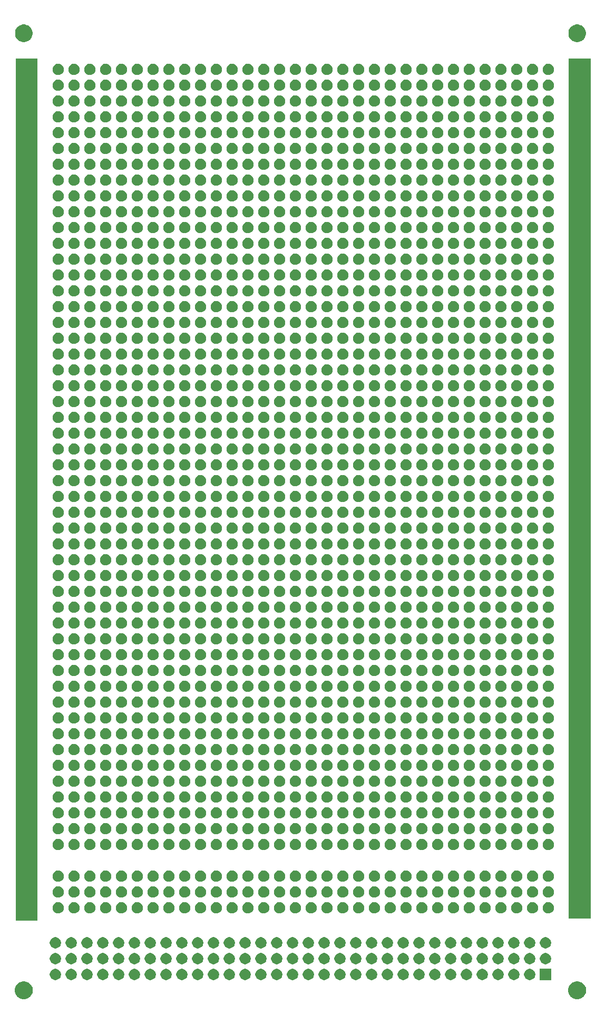
<source format=gbr>
G04 #@! TF.GenerationSoftware,KiCad,Pcbnew,(5.1.4-0-10_14)*
G04 #@! TF.CreationDate,2019-11-29T23:40:30+01:00*
G04 #@! TF.ProjectId,Eurocard_3U_VME,4575726f-6361-4726-945f-33555f564d45,rev?*
G04 #@! TF.SameCoordinates,Original*
G04 #@! TF.FileFunction,Soldermask,Top*
G04 #@! TF.FilePolarity,Negative*
%FSLAX46Y46*%
G04 Gerber Fmt 4.6, Leading zero omitted, Abs format (unit mm)*
G04 Created by KiCad (PCBNEW (5.1.4-0-10_14)) date 2019-11-29 23:40:30*
%MOMM*%
%LPD*%
G04 APERTURE LIST*
%ADD10C,0.100000*%
G04 APERTURE END LIST*
D10*
G36*
X96600000Y14400000D02*
G01*
X93100000Y14400000D01*
X93100000Y152400000D01*
X96600000Y152400000D01*
X96600000Y14400000D01*
G37*
X96600000Y14400000D02*
X93100000Y14400000D01*
X93100000Y152400000D01*
X96600000Y152400000D01*
X96600000Y14400000D01*
G36*
X7700000Y14000000D02*
G01*
X4300000Y14000000D01*
X4300000Y152400000D01*
X7700000Y152400000D01*
X7700000Y14000000D01*
G37*
X7700000Y14000000D02*
X4300000Y14000000D01*
X4300000Y152400000D01*
X7700000Y152400000D01*
X7700000Y14000000D01*
G36*
X94873241Y4155240D02*
G01*
X95137305Y4045861D01*
X95374958Y3887066D01*
X95577066Y3684958D01*
X95735861Y3447305D01*
X95845240Y3183241D01*
X95901000Y2902912D01*
X95901000Y2617088D01*
X95845240Y2336759D01*
X95735861Y2072695D01*
X95577066Y1835042D01*
X95374958Y1632934D01*
X95137305Y1474139D01*
X94873241Y1364760D01*
X94592912Y1309000D01*
X94307088Y1309000D01*
X94026759Y1364760D01*
X93762695Y1474139D01*
X93525042Y1632934D01*
X93322934Y1835042D01*
X93164139Y2072695D01*
X93054760Y2336759D01*
X92999000Y2617088D01*
X92999000Y2902912D01*
X93054760Y3183241D01*
X93164139Y3447305D01*
X93322934Y3684958D01*
X93525042Y3887066D01*
X93762695Y4045861D01*
X94026759Y4155240D01*
X94307088Y4211000D01*
X94592912Y4211000D01*
X94873241Y4155240D01*
X94873241Y4155240D01*
G37*
G36*
X5973241Y4155240D02*
G01*
X6237305Y4045861D01*
X6474958Y3887066D01*
X6677066Y3684958D01*
X6835861Y3447305D01*
X6945240Y3183241D01*
X7001000Y2902912D01*
X7001000Y2617088D01*
X6945240Y2336759D01*
X6835861Y2072695D01*
X6677066Y1835042D01*
X6474958Y1632934D01*
X6237305Y1474139D01*
X5973241Y1364760D01*
X5692912Y1309000D01*
X5407088Y1309000D01*
X5126759Y1364760D01*
X4862695Y1474139D01*
X4625042Y1632934D01*
X4422934Y1835042D01*
X4264139Y2072695D01*
X4154760Y2336759D01*
X4099000Y2617088D01*
X4099000Y2902912D01*
X4154760Y3183241D01*
X4264139Y3447305D01*
X4422934Y3684958D01*
X4625042Y3887066D01*
X4862695Y4045861D01*
X5126759Y4155240D01*
X5407088Y4211000D01*
X5692912Y4211000D01*
X5973241Y4155240D01*
X5973241Y4155240D01*
G37*
G36*
X84403512Y6196073D02*
G01*
X84552812Y6166376D01*
X84716784Y6098456D01*
X84864354Y5999853D01*
X84989853Y5874354D01*
X85088456Y5726784D01*
X85156376Y5562812D01*
X85191000Y5388741D01*
X85191000Y5211259D01*
X85156376Y5037188D01*
X85088456Y4873216D01*
X84989853Y4725646D01*
X84864354Y4600147D01*
X84716784Y4501544D01*
X84552812Y4433624D01*
X84403512Y4403927D01*
X84378742Y4399000D01*
X84201258Y4399000D01*
X84176488Y4403927D01*
X84027188Y4433624D01*
X83863216Y4501544D01*
X83715646Y4600147D01*
X83590147Y4725646D01*
X83491544Y4873216D01*
X83423624Y5037188D01*
X83389000Y5211259D01*
X83389000Y5388741D01*
X83423624Y5562812D01*
X83491544Y5726784D01*
X83590147Y5874354D01*
X83715646Y5999853D01*
X83863216Y6098456D01*
X84027188Y6166376D01*
X84176488Y6196073D01*
X84201258Y6201000D01*
X84378742Y6201000D01*
X84403512Y6196073D01*
X84403512Y6196073D01*
G37*
G36*
X81863512Y6196073D02*
G01*
X82012812Y6166376D01*
X82176784Y6098456D01*
X82324354Y5999853D01*
X82449853Y5874354D01*
X82548456Y5726784D01*
X82616376Y5562812D01*
X82651000Y5388741D01*
X82651000Y5211259D01*
X82616376Y5037188D01*
X82548456Y4873216D01*
X82449853Y4725646D01*
X82324354Y4600147D01*
X82176784Y4501544D01*
X82012812Y4433624D01*
X81863512Y4403927D01*
X81838742Y4399000D01*
X81661258Y4399000D01*
X81636488Y4403927D01*
X81487188Y4433624D01*
X81323216Y4501544D01*
X81175646Y4600147D01*
X81050147Y4725646D01*
X80951544Y4873216D01*
X80883624Y5037188D01*
X80849000Y5211259D01*
X80849000Y5388741D01*
X80883624Y5562812D01*
X80951544Y5726784D01*
X81050147Y5874354D01*
X81175646Y5999853D01*
X81323216Y6098456D01*
X81487188Y6166376D01*
X81636488Y6196073D01*
X81661258Y6201000D01*
X81838742Y6201000D01*
X81863512Y6196073D01*
X81863512Y6196073D01*
G37*
G36*
X79323512Y6196073D02*
G01*
X79472812Y6166376D01*
X79636784Y6098456D01*
X79784354Y5999853D01*
X79909853Y5874354D01*
X80008456Y5726784D01*
X80076376Y5562812D01*
X80111000Y5388741D01*
X80111000Y5211259D01*
X80076376Y5037188D01*
X80008456Y4873216D01*
X79909853Y4725646D01*
X79784354Y4600147D01*
X79636784Y4501544D01*
X79472812Y4433624D01*
X79323512Y4403927D01*
X79298742Y4399000D01*
X79121258Y4399000D01*
X79096488Y4403927D01*
X78947188Y4433624D01*
X78783216Y4501544D01*
X78635646Y4600147D01*
X78510147Y4725646D01*
X78411544Y4873216D01*
X78343624Y5037188D01*
X78309000Y5211259D01*
X78309000Y5388741D01*
X78343624Y5562812D01*
X78411544Y5726784D01*
X78510147Y5874354D01*
X78635646Y5999853D01*
X78783216Y6098456D01*
X78947188Y6166376D01*
X79096488Y6196073D01*
X79121258Y6201000D01*
X79298742Y6201000D01*
X79323512Y6196073D01*
X79323512Y6196073D01*
G37*
G36*
X76783512Y6196073D02*
G01*
X76932812Y6166376D01*
X77096784Y6098456D01*
X77244354Y5999853D01*
X77369853Y5874354D01*
X77468456Y5726784D01*
X77536376Y5562812D01*
X77571000Y5388741D01*
X77571000Y5211259D01*
X77536376Y5037188D01*
X77468456Y4873216D01*
X77369853Y4725646D01*
X77244354Y4600147D01*
X77096784Y4501544D01*
X76932812Y4433624D01*
X76783512Y4403927D01*
X76758742Y4399000D01*
X76581258Y4399000D01*
X76556488Y4403927D01*
X76407188Y4433624D01*
X76243216Y4501544D01*
X76095646Y4600147D01*
X75970147Y4725646D01*
X75871544Y4873216D01*
X75803624Y5037188D01*
X75769000Y5211259D01*
X75769000Y5388741D01*
X75803624Y5562812D01*
X75871544Y5726784D01*
X75970147Y5874354D01*
X76095646Y5999853D01*
X76243216Y6098456D01*
X76407188Y6166376D01*
X76556488Y6196073D01*
X76581258Y6201000D01*
X76758742Y6201000D01*
X76783512Y6196073D01*
X76783512Y6196073D01*
G37*
G36*
X74243512Y6196073D02*
G01*
X74392812Y6166376D01*
X74556784Y6098456D01*
X74704354Y5999853D01*
X74829853Y5874354D01*
X74928456Y5726784D01*
X74996376Y5562812D01*
X75031000Y5388741D01*
X75031000Y5211259D01*
X74996376Y5037188D01*
X74928456Y4873216D01*
X74829853Y4725646D01*
X74704354Y4600147D01*
X74556784Y4501544D01*
X74392812Y4433624D01*
X74243512Y4403927D01*
X74218742Y4399000D01*
X74041258Y4399000D01*
X74016488Y4403927D01*
X73867188Y4433624D01*
X73703216Y4501544D01*
X73555646Y4600147D01*
X73430147Y4725646D01*
X73331544Y4873216D01*
X73263624Y5037188D01*
X73229000Y5211259D01*
X73229000Y5388741D01*
X73263624Y5562812D01*
X73331544Y5726784D01*
X73430147Y5874354D01*
X73555646Y5999853D01*
X73703216Y6098456D01*
X73867188Y6166376D01*
X74016488Y6196073D01*
X74041258Y6201000D01*
X74218742Y6201000D01*
X74243512Y6196073D01*
X74243512Y6196073D01*
G37*
G36*
X71703512Y6196073D02*
G01*
X71852812Y6166376D01*
X72016784Y6098456D01*
X72164354Y5999853D01*
X72289853Y5874354D01*
X72388456Y5726784D01*
X72456376Y5562812D01*
X72491000Y5388741D01*
X72491000Y5211259D01*
X72456376Y5037188D01*
X72388456Y4873216D01*
X72289853Y4725646D01*
X72164354Y4600147D01*
X72016784Y4501544D01*
X71852812Y4433624D01*
X71703512Y4403927D01*
X71678742Y4399000D01*
X71501258Y4399000D01*
X71476488Y4403927D01*
X71327188Y4433624D01*
X71163216Y4501544D01*
X71015646Y4600147D01*
X70890147Y4725646D01*
X70791544Y4873216D01*
X70723624Y5037188D01*
X70689000Y5211259D01*
X70689000Y5388741D01*
X70723624Y5562812D01*
X70791544Y5726784D01*
X70890147Y5874354D01*
X71015646Y5999853D01*
X71163216Y6098456D01*
X71327188Y6166376D01*
X71476488Y6196073D01*
X71501258Y6201000D01*
X71678742Y6201000D01*
X71703512Y6196073D01*
X71703512Y6196073D01*
G37*
G36*
X69163512Y6196073D02*
G01*
X69312812Y6166376D01*
X69476784Y6098456D01*
X69624354Y5999853D01*
X69749853Y5874354D01*
X69848456Y5726784D01*
X69916376Y5562812D01*
X69951000Y5388741D01*
X69951000Y5211259D01*
X69916376Y5037188D01*
X69848456Y4873216D01*
X69749853Y4725646D01*
X69624354Y4600147D01*
X69476784Y4501544D01*
X69312812Y4433624D01*
X69163512Y4403927D01*
X69138742Y4399000D01*
X68961258Y4399000D01*
X68936488Y4403927D01*
X68787188Y4433624D01*
X68623216Y4501544D01*
X68475646Y4600147D01*
X68350147Y4725646D01*
X68251544Y4873216D01*
X68183624Y5037188D01*
X68149000Y5211259D01*
X68149000Y5388741D01*
X68183624Y5562812D01*
X68251544Y5726784D01*
X68350147Y5874354D01*
X68475646Y5999853D01*
X68623216Y6098456D01*
X68787188Y6166376D01*
X68936488Y6196073D01*
X68961258Y6201000D01*
X69138742Y6201000D01*
X69163512Y6196073D01*
X69163512Y6196073D01*
G37*
G36*
X66623512Y6196073D02*
G01*
X66772812Y6166376D01*
X66936784Y6098456D01*
X67084354Y5999853D01*
X67209853Y5874354D01*
X67308456Y5726784D01*
X67376376Y5562812D01*
X67411000Y5388741D01*
X67411000Y5211259D01*
X67376376Y5037188D01*
X67308456Y4873216D01*
X67209853Y4725646D01*
X67084354Y4600147D01*
X66936784Y4501544D01*
X66772812Y4433624D01*
X66623512Y4403927D01*
X66598742Y4399000D01*
X66421258Y4399000D01*
X66396488Y4403927D01*
X66247188Y4433624D01*
X66083216Y4501544D01*
X65935646Y4600147D01*
X65810147Y4725646D01*
X65711544Y4873216D01*
X65643624Y5037188D01*
X65609000Y5211259D01*
X65609000Y5388741D01*
X65643624Y5562812D01*
X65711544Y5726784D01*
X65810147Y5874354D01*
X65935646Y5999853D01*
X66083216Y6098456D01*
X66247188Y6166376D01*
X66396488Y6196073D01*
X66421258Y6201000D01*
X66598742Y6201000D01*
X66623512Y6196073D01*
X66623512Y6196073D01*
G37*
G36*
X64083512Y6196073D02*
G01*
X64232812Y6166376D01*
X64396784Y6098456D01*
X64544354Y5999853D01*
X64669853Y5874354D01*
X64768456Y5726784D01*
X64836376Y5562812D01*
X64871000Y5388741D01*
X64871000Y5211259D01*
X64836376Y5037188D01*
X64768456Y4873216D01*
X64669853Y4725646D01*
X64544354Y4600147D01*
X64396784Y4501544D01*
X64232812Y4433624D01*
X64083512Y4403927D01*
X64058742Y4399000D01*
X63881258Y4399000D01*
X63856488Y4403927D01*
X63707188Y4433624D01*
X63543216Y4501544D01*
X63395646Y4600147D01*
X63270147Y4725646D01*
X63171544Y4873216D01*
X63103624Y5037188D01*
X63069000Y5211259D01*
X63069000Y5388741D01*
X63103624Y5562812D01*
X63171544Y5726784D01*
X63270147Y5874354D01*
X63395646Y5999853D01*
X63543216Y6098456D01*
X63707188Y6166376D01*
X63856488Y6196073D01*
X63881258Y6201000D01*
X64058742Y6201000D01*
X64083512Y6196073D01*
X64083512Y6196073D01*
G37*
G36*
X61543512Y6196073D02*
G01*
X61692812Y6166376D01*
X61856784Y6098456D01*
X62004354Y5999853D01*
X62129853Y5874354D01*
X62228456Y5726784D01*
X62296376Y5562812D01*
X62331000Y5388741D01*
X62331000Y5211259D01*
X62296376Y5037188D01*
X62228456Y4873216D01*
X62129853Y4725646D01*
X62004354Y4600147D01*
X61856784Y4501544D01*
X61692812Y4433624D01*
X61543512Y4403927D01*
X61518742Y4399000D01*
X61341258Y4399000D01*
X61316488Y4403927D01*
X61167188Y4433624D01*
X61003216Y4501544D01*
X60855646Y4600147D01*
X60730147Y4725646D01*
X60631544Y4873216D01*
X60563624Y5037188D01*
X60529000Y5211259D01*
X60529000Y5388741D01*
X60563624Y5562812D01*
X60631544Y5726784D01*
X60730147Y5874354D01*
X60855646Y5999853D01*
X61003216Y6098456D01*
X61167188Y6166376D01*
X61316488Y6196073D01*
X61341258Y6201000D01*
X61518742Y6201000D01*
X61543512Y6196073D01*
X61543512Y6196073D01*
G37*
G36*
X59003512Y6196073D02*
G01*
X59152812Y6166376D01*
X59316784Y6098456D01*
X59464354Y5999853D01*
X59589853Y5874354D01*
X59688456Y5726784D01*
X59756376Y5562812D01*
X59791000Y5388741D01*
X59791000Y5211259D01*
X59756376Y5037188D01*
X59688456Y4873216D01*
X59589853Y4725646D01*
X59464354Y4600147D01*
X59316784Y4501544D01*
X59152812Y4433624D01*
X59003512Y4403927D01*
X58978742Y4399000D01*
X58801258Y4399000D01*
X58776488Y4403927D01*
X58627188Y4433624D01*
X58463216Y4501544D01*
X58315646Y4600147D01*
X58190147Y4725646D01*
X58091544Y4873216D01*
X58023624Y5037188D01*
X57989000Y5211259D01*
X57989000Y5388741D01*
X58023624Y5562812D01*
X58091544Y5726784D01*
X58190147Y5874354D01*
X58315646Y5999853D01*
X58463216Y6098456D01*
X58627188Y6166376D01*
X58776488Y6196073D01*
X58801258Y6201000D01*
X58978742Y6201000D01*
X59003512Y6196073D01*
X59003512Y6196073D01*
G37*
G36*
X56463512Y6196073D02*
G01*
X56612812Y6166376D01*
X56776784Y6098456D01*
X56924354Y5999853D01*
X57049853Y5874354D01*
X57148456Y5726784D01*
X57216376Y5562812D01*
X57251000Y5388741D01*
X57251000Y5211259D01*
X57216376Y5037188D01*
X57148456Y4873216D01*
X57049853Y4725646D01*
X56924354Y4600147D01*
X56776784Y4501544D01*
X56612812Y4433624D01*
X56463512Y4403927D01*
X56438742Y4399000D01*
X56261258Y4399000D01*
X56236488Y4403927D01*
X56087188Y4433624D01*
X55923216Y4501544D01*
X55775646Y4600147D01*
X55650147Y4725646D01*
X55551544Y4873216D01*
X55483624Y5037188D01*
X55449000Y5211259D01*
X55449000Y5388741D01*
X55483624Y5562812D01*
X55551544Y5726784D01*
X55650147Y5874354D01*
X55775646Y5999853D01*
X55923216Y6098456D01*
X56087188Y6166376D01*
X56236488Y6196073D01*
X56261258Y6201000D01*
X56438742Y6201000D01*
X56463512Y6196073D01*
X56463512Y6196073D01*
G37*
G36*
X53923512Y6196073D02*
G01*
X54072812Y6166376D01*
X54236784Y6098456D01*
X54384354Y5999853D01*
X54509853Y5874354D01*
X54608456Y5726784D01*
X54676376Y5562812D01*
X54711000Y5388741D01*
X54711000Y5211259D01*
X54676376Y5037188D01*
X54608456Y4873216D01*
X54509853Y4725646D01*
X54384354Y4600147D01*
X54236784Y4501544D01*
X54072812Y4433624D01*
X53923512Y4403927D01*
X53898742Y4399000D01*
X53721258Y4399000D01*
X53696488Y4403927D01*
X53547188Y4433624D01*
X53383216Y4501544D01*
X53235646Y4600147D01*
X53110147Y4725646D01*
X53011544Y4873216D01*
X52943624Y5037188D01*
X52909000Y5211259D01*
X52909000Y5388741D01*
X52943624Y5562812D01*
X53011544Y5726784D01*
X53110147Y5874354D01*
X53235646Y5999853D01*
X53383216Y6098456D01*
X53547188Y6166376D01*
X53696488Y6196073D01*
X53721258Y6201000D01*
X53898742Y6201000D01*
X53923512Y6196073D01*
X53923512Y6196073D01*
G37*
G36*
X51383512Y6196073D02*
G01*
X51532812Y6166376D01*
X51696784Y6098456D01*
X51844354Y5999853D01*
X51969853Y5874354D01*
X52068456Y5726784D01*
X52136376Y5562812D01*
X52171000Y5388741D01*
X52171000Y5211259D01*
X52136376Y5037188D01*
X52068456Y4873216D01*
X51969853Y4725646D01*
X51844354Y4600147D01*
X51696784Y4501544D01*
X51532812Y4433624D01*
X51383512Y4403927D01*
X51358742Y4399000D01*
X51181258Y4399000D01*
X51156488Y4403927D01*
X51007188Y4433624D01*
X50843216Y4501544D01*
X50695646Y4600147D01*
X50570147Y4725646D01*
X50471544Y4873216D01*
X50403624Y5037188D01*
X50369000Y5211259D01*
X50369000Y5388741D01*
X50403624Y5562812D01*
X50471544Y5726784D01*
X50570147Y5874354D01*
X50695646Y5999853D01*
X50843216Y6098456D01*
X51007188Y6166376D01*
X51156488Y6196073D01*
X51181258Y6201000D01*
X51358742Y6201000D01*
X51383512Y6196073D01*
X51383512Y6196073D01*
G37*
G36*
X48843512Y6196073D02*
G01*
X48992812Y6166376D01*
X49156784Y6098456D01*
X49304354Y5999853D01*
X49429853Y5874354D01*
X49528456Y5726784D01*
X49596376Y5562812D01*
X49631000Y5388741D01*
X49631000Y5211259D01*
X49596376Y5037188D01*
X49528456Y4873216D01*
X49429853Y4725646D01*
X49304354Y4600147D01*
X49156784Y4501544D01*
X48992812Y4433624D01*
X48843512Y4403927D01*
X48818742Y4399000D01*
X48641258Y4399000D01*
X48616488Y4403927D01*
X48467188Y4433624D01*
X48303216Y4501544D01*
X48155646Y4600147D01*
X48030147Y4725646D01*
X47931544Y4873216D01*
X47863624Y5037188D01*
X47829000Y5211259D01*
X47829000Y5388741D01*
X47863624Y5562812D01*
X47931544Y5726784D01*
X48030147Y5874354D01*
X48155646Y5999853D01*
X48303216Y6098456D01*
X48467188Y6166376D01*
X48616488Y6196073D01*
X48641258Y6201000D01*
X48818742Y6201000D01*
X48843512Y6196073D01*
X48843512Y6196073D01*
G37*
G36*
X46303512Y6196073D02*
G01*
X46452812Y6166376D01*
X46616784Y6098456D01*
X46764354Y5999853D01*
X46889853Y5874354D01*
X46988456Y5726784D01*
X47056376Y5562812D01*
X47091000Y5388741D01*
X47091000Y5211259D01*
X47056376Y5037188D01*
X46988456Y4873216D01*
X46889853Y4725646D01*
X46764354Y4600147D01*
X46616784Y4501544D01*
X46452812Y4433624D01*
X46303512Y4403927D01*
X46278742Y4399000D01*
X46101258Y4399000D01*
X46076488Y4403927D01*
X45927188Y4433624D01*
X45763216Y4501544D01*
X45615646Y4600147D01*
X45490147Y4725646D01*
X45391544Y4873216D01*
X45323624Y5037188D01*
X45289000Y5211259D01*
X45289000Y5388741D01*
X45323624Y5562812D01*
X45391544Y5726784D01*
X45490147Y5874354D01*
X45615646Y5999853D01*
X45763216Y6098456D01*
X45927188Y6166376D01*
X46076488Y6196073D01*
X46101258Y6201000D01*
X46278742Y6201000D01*
X46303512Y6196073D01*
X46303512Y6196073D01*
G37*
G36*
X43763512Y6196073D02*
G01*
X43912812Y6166376D01*
X44076784Y6098456D01*
X44224354Y5999853D01*
X44349853Y5874354D01*
X44448456Y5726784D01*
X44516376Y5562812D01*
X44551000Y5388741D01*
X44551000Y5211259D01*
X44516376Y5037188D01*
X44448456Y4873216D01*
X44349853Y4725646D01*
X44224354Y4600147D01*
X44076784Y4501544D01*
X43912812Y4433624D01*
X43763512Y4403927D01*
X43738742Y4399000D01*
X43561258Y4399000D01*
X43536488Y4403927D01*
X43387188Y4433624D01*
X43223216Y4501544D01*
X43075646Y4600147D01*
X42950147Y4725646D01*
X42851544Y4873216D01*
X42783624Y5037188D01*
X42749000Y5211259D01*
X42749000Y5388741D01*
X42783624Y5562812D01*
X42851544Y5726784D01*
X42950147Y5874354D01*
X43075646Y5999853D01*
X43223216Y6098456D01*
X43387188Y6166376D01*
X43536488Y6196073D01*
X43561258Y6201000D01*
X43738742Y6201000D01*
X43763512Y6196073D01*
X43763512Y6196073D01*
G37*
G36*
X41223512Y6196073D02*
G01*
X41372812Y6166376D01*
X41536784Y6098456D01*
X41684354Y5999853D01*
X41809853Y5874354D01*
X41908456Y5726784D01*
X41976376Y5562812D01*
X42011000Y5388741D01*
X42011000Y5211259D01*
X41976376Y5037188D01*
X41908456Y4873216D01*
X41809853Y4725646D01*
X41684354Y4600147D01*
X41536784Y4501544D01*
X41372812Y4433624D01*
X41223512Y4403927D01*
X41198742Y4399000D01*
X41021258Y4399000D01*
X40996488Y4403927D01*
X40847188Y4433624D01*
X40683216Y4501544D01*
X40535646Y4600147D01*
X40410147Y4725646D01*
X40311544Y4873216D01*
X40243624Y5037188D01*
X40209000Y5211259D01*
X40209000Y5388741D01*
X40243624Y5562812D01*
X40311544Y5726784D01*
X40410147Y5874354D01*
X40535646Y5999853D01*
X40683216Y6098456D01*
X40847188Y6166376D01*
X40996488Y6196073D01*
X41021258Y6201000D01*
X41198742Y6201000D01*
X41223512Y6196073D01*
X41223512Y6196073D01*
G37*
G36*
X38683512Y6196073D02*
G01*
X38832812Y6166376D01*
X38996784Y6098456D01*
X39144354Y5999853D01*
X39269853Y5874354D01*
X39368456Y5726784D01*
X39436376Y5562812D01*
X39471000Y5388741D01*
X39471000Y5211259D01*
X39436376Y5037188D01*
X39368456Y4873216D01*
X39269853Y4725646D01*
X39144354Y4600147D01*
X38996784Y4501544D01*
X38832812Y4433624D01*
X38683512Y4403927D01*
X38658742Y4399000D01*
X38481258Y4399000D01*
X38456488Y4403927D01*
X38307188Y4433624D01*
X38143216Y4501544D01*
X37995646Y4600147D01*
X37870147Y4725646D01*
X37771544Y4873216D01*
X37703624Y5037188D01*
X37669000Y5211259D01*
X37669000Y5388741D01*
X37703624Y5562812D01*
X37771544Y5726784D01*
X37870147Y5874354D01*
X37995646Y5999853D01*
X38143216Y6098456D01*
X38307188Y6166376D01*
X38456488Y6196073D01*
X38481258Y6201000D01*
X38658742Y6201000D01*
X38683512Y6196073D01*
X38683512Y6196073D01*
G37*
G36*
X36143512Y6196073D02*
G01*
X36292812Y6166376D01*
X36456784Y6098456D01*
X36604354Y5999853D01*
X36729853Y5874354D01*
X36828456Y5726784D01*
X36896376Y5562812D01*
X36931000Y5388741D01*
X36931000Y5211259D01*
X36896376Y5037188D01*
X36828456Y4873216D01*
X36729853Y4725646D01*
X36604354Y4600147D01*
X36456784Y4501544D01*
X36292812Y4433624D01*
X36143512Y4403927D01*
X36118742Y4399000D01*
X35941258Y4399000D01*
X35916488Y4403927D01*
X35767188Y4433624D01*
X35603216Y4501544D01*
X35455646Y4600147D01*
X35330147Y4725646D01*
X35231544Y4873216D01*
X35163624Y5037188D01*
X35129000Y5211259D01*
X35129000Y5388741D01*
X35163624Y5562812D01*
X35231544Y5726784D01*
X35330147Y5874354D01*
X35455646Y5999853D01*
X35603216Y6098456D01*
X35767188Y6166376D01*
X35916488Y6196073D01*
X35941258Y6201000D01*
X36118742Y6201000D01*
X36143512Y6196073D01*
X36143512Y6196073D01*
G37*
G36*
X33603512Y6196073D02*
G01*
X33752812Y6166376D01*
X33916784Y6098456D01*
X34064354Y5999853D01*
X34189853Y5874354D01*
X34288456Y5726784D01*
X34356376Y5562812D01*
X34391000Y5388741D01*
X34391000Y5211259D01*
X34356376Y5037188D01*
X34288456Y4873216D01*
X34189853Y4725646D01*
X34064354Y4600147D01*
X33916784Y4501544D01*
X33752812Y4433624D01*
X33603512Y4403927D01*
X33578742Y4399000D01*
X33401258Y4399000D01*
X33376488Y4403927D01*
X33227188Y4433624D01*
X33063216Y4501544D01*
X32915646Y4600147D01*
X32790147Y4725646D01*
X32691544Y4873216D01*
X32623624Y5037188D01*
X32589000Y5211259D01*
X32589000Y5388741D01*
X32623624Y5562812D01*
X32691544Y5726784D01*
X32790147Y5874354D01*
X32915646Y5999853D01*
X33063216Y6098456D01*
X33227188Y6166376D01*
X33376488Y6196073D01*
X33401258Y6201000D01*
X33578742Y6201000D01*
X33603512Y6196073D01*
X33603512Y6196073D01*
G37*
G36*
X31063512Y6196073D02*
G01*
X31212812Y6166376D01*
X31376784Y6098456D01*
X31524354Y5999853D01*
X31649853Y5874354D01*
X31748456Y5726784D01*
X31816376Y5562812D01*
X31851000Y5388741D01*
X31851000Y5211259D01*
X31816376Y5037188D01*
X31748456Y4873216D01*
X31649853Y4725646D01*
X31524354Y4600147D01*
X31376784Y4501544D01*
X31212812Y4433624D01*
X31063512Y4403927D01*
X31038742Y4399000D01*
X30861258Y4399000D01*
X30836488Y4403927D01*
X30687188Y4433624D01*
X30523216Y4501544D01*
X30375646Y4600147D01*
X30250147Y4725646D01*
X30151544Y4873216D01*
X30083624Y5037188D01*
X30049000Y5211259D01*
X30049000Y5388741D01*
X30083624Y5562812D01*
X30151544Y5726784D01*
X30250147Y5874354D01*
X30375646Y5999853D01*
X30523216Y6098456D01*
X30687188Y6166376D01*
X30836488Y6196073D01*
X30861258Y6201000D01*
X31038742Y6201000D01*
X31063512Y6196073D01*
X31063512Y6196073D01*
G37*
G36*
X28523512Y6196073D02*
G01*
X28672812Y6166376D01*
X28836784Y6098456D01*
X28984354Y5999853D01*
X29109853Y5874354D01*
X29208456Y5726784D01*
X29276376Y5562812D01*
X29311000Y5388741D01*
X29311000Y5211259D01*
X29276376Y5037188D01*
X29208456Y4873216D01*
X29109853Y4725646D01*
X28984354Y4600147D01*
X28836784Y4501544D01*
X28672812Y4433624D01*
X28523512Y4403927D01*
X28498742Y4399000D01*
X28321258Y4399000D01*
X28296488Y4403927D01*
X28147188Y4433624D01*
X27983216Y4501544D01*
X27835646Y4600147D01*
X27710147Y4725646D01*
X27611544Y4873216D01*
X27543624Y5037188D01*
X27509000Y5211259D01*
X27509000Y5388741D01*
X27543624Y5562812D01*
X27611544Y5726784D01*
X27710147Y5874354D01*
X27835646Y5999853D01*
X27983216Y6098456D01*
X28147188Y6166376D01*
X28296488Y6196073D01*
X28321258Y6201000D01*
X28498742Y6201000D01*
X28523512Y6196073D01*
X28523512Y6196073D01*
G37*
G36*
X25983512Y6196073D02*
G01*
X26132812Y6166376D01*
X26296784Y6098456D01*
X26444354Y5999853D01*
X26569853Y5874354D01*
X26668456Y5726784D01*
X26736376Y5562812D01*
X26771000Y5388741D01*
X26771000Y5211259D01*
X26736376Y5037188D01*
X26668456Y4873216D01*
X26569853Y4725646D01*
X26444354Y4600147D01*
X26296784Y4501544D01*
X26132812Y4433624D01*
X25983512Y4403927D01*
X25958742Y4399000D01*
X25781258Y4399000D01*
X25756488Y4403927D01*
X25607188Y4433624D01*
X25443216Y4501544D01*
X25295646Y4600147D01*
X25170147Y4725646D01*
X25071544Y4873216D01*
X25003624Y5037188D01*
X24969000Y5211259D01*
X24969000Y5388741D01*
X25003624Y5562812D01*
X25071544Y5726784D01*
X25170147Y5874354D01*
X25295646Y5999853D01*
X25443216Y6098456D01*
X25607188Y6166376D01*
X25756488Y6196073D01*
X25781258Y6201000D01*
X25958742Y6201000D01*
X25983512Y6196073D01*
X25983512Y6196073D01*
G37*
G36*
X23443512Y6196073D02*
G01*
X23592812Y6166376D01*
X23756784Y6098456D01*
X23904354Y5999853D01*
X24029853Y5874354D01*
X24128456Y5726784D01*
X24196376Y5562812D01*
X24231000Y5388741D01*
X24231000Y5211259D01*
X24196376Y5037188D01*
X24128456Y4873216D01*
X24029853Y4725646D01*
X23904354Y4600147D01*
X23756784Y4501544D01*
X23592812Y4433624D01*
X23443512Y4403927D01*
X23418742Y4399000D01*
X23241258Y4399000D01*
X23216488Y4403927D01*
X23067188Y4433624D01*
X22903216Y4501544D01*
X22755646Y4600147D01*
X22630147Y4725646D01*
X22531544Y4873216D01*
X22463624Y5037188D01*
X22429000Y5211259D01*
X22429000Y5388741D01*
X22463624Y5562812D01*
X22531544Y5726784D01*
X22630147Y5874354D01*
X22755646Y5999853D01*
X22903216Y6098456D01*
X23067188Y6166376D01*
X23216488Y6196073D01*
X23241258Y6201000D01*
X23418742Y6201000D01*
X23443512Y6196073D01*
X23443512Y6196073D01*
G37*
G36*
X20903512Y6196073D02*
G01*
X21052812Y6166376D01*
X21216784Y6098456D01*
X21364354Y5999853D01*
X21489853Y5874354D01*
X21588456Y5726784D01*
X21656376Y5562812D01*
X21691000Y5388741D01*
X21691000Y5211259D01*
X21656376Y5037188D01*
X21588456Y4873216D01*
X21489853Y4725646D01*
X21364354Y4600147D01*
X21216784Y4501544D01*
X21052812Y4433624D01*
X20903512Y4403927D01*
X20878742Y4399000D01*
X20701258Y4399000D01*
X20676488Y4403927D01*
X20527188Y4433624D01*
X20363216Y4501544D01*
X20215646Y4600147D01*
X20090147Y4725646D01*
X19991544Y4873216D01*
X19923624Y5037188D01*
X19889000Y5211259D01*
X19889000Y5388741D01*
X19923624Y5562812D01*
X19991544Y5726784D01*
X20090147Y5874354D01*
X20215646Y5999853D01*
X20363216Y6098456D01*
X20527188Y6166376D01*
X20676488Y6196073D01*
X20701258Y6201000D01*
X20878742Y6201000D01*
X20903512Y6196073D01*
X20903512Y6196073D01*
G37*
G36*
X18363512Y6196073D02*
G01*
X18512812Y6166376D01*
X18676784Y6098456D01*
X18824354Y5999853D01*
X18949853Y5874354D01*
X19048456Y5726784D01*
X19116376Y5562812D01*
X19151000Y5388741D01*
X19151000Y5211259D01*
X19116376Y5037188D01*
X19048456Y4873216D01*
X18949853Y4725646D01*
X18824354Y4600147D01*
X18676784Y4501544D01*
X18512812Y4433624D01*
X18363512Y4403927D01*
X18338742Y4399000D01*
X18161258Y4399000D01*
X18136488Y4403927D01*
X17987188Y4433624D01*
X17823216Y4501544D01*
X17675646Y4600147D01*
X17550147Y4725646D01*
X17451544Y4873216D01*
X17383624Y5037188D01*
X17349000Y5211259D01*
X17349000Y5388741D01*
X17383624Y5562812D01*
X17451544Y5726784D01*
X17550147Y5874354D01*
X17675646Y5999853D01*
X17823216Y6098456D01*
X17987188Y6166376D01*
X18136488Y6196073D01*
X18161258Y6201000D01*
X18338742Y6201000D01*
X18363512Y6196073D01*
X18363512Y6196073D01*
G37*
G36*
X15823512Y6196073D02*
G01*
X15972812Y6166376D01*
X16136784Y6098456D01*
X16284354Y5999853D01*
X16409853Y5874354D01*
X16508456Y5726784D01*
X16576376Y5562812D01*
X16611000Y5388741D01*
X16611000Y5211259D01*
X16576376Y5037188D01*
X16508456Y4873216D01*
X16409853Y4725646D01*
X16284354Y4600147D01*
X16136784Y4501544D01*
X15972812Y4433624D01*
X15823512Y4403927D01*
X15798742Y4399000D01*
X15621258Y4399000D01*
X15596488Y4403927D01*
X15447188Y4433624D01*
X15283216Y4501544D01*
X15135646Y4600147D01*
X15010147Y4725646D01*
X14911544Y4873216D01*
X14843624Y5037188D01*
X14809000Y5211259D01*
X14809000Y5388741D01*
X14843624Y5562812D01*
X14911544Y5726784D01*
X15010147Y5874354D01*
X15135646Y5999853D01*
X15283216Y6098456D01*
X15447188Y6166376D01*
X15596488Y6196073D01*
X15621258Y6201000D01*
X15798742Y6201000D01*
X15823512Y6196073D01*
X15823512Y6196073D01*
G37*
G36*
X13283512Y6196073D02*
G01*
X13432812Y6166376D01*
X13596784Y6098456D01*
X13744354Y5999853D01*
X13869853Y5874354D01*
X13968456Y5726784D01*
X14036376Y5562812D01*
X14071000Y5388741D01*
X14071000Y5211259D01*
X14036376Y5037188D01*
X13968456Y4873216D01*
X13869853Y4725646D01*
X13744354Y4600147D01*
X13596784Y4501544D01*
X13432812Y4433624D01*
X13283512Y4403927D01*
X13258742Y4399000D01*
X13081258Y4399000D01*
X13056488Y4403927D01*
X12907188Y4433624D01*
X12743216Y4501544D01*
X12595646Y4600147D01*
X12470147Y4725646D01*
X12371544Y4873216D01*
X12303624Y5037188D01*
X12269000Y5211259D01*
X12269000Y5388741D01*
X12303624Y5562812D01*
X12371544Y5726784D01*
X12470147Y5874354D01*
X12595646Y5999853D01*
X12743216Y6098456D01*
X12907188Y6166376D01*
X13056488Y6196073D01*
X13081258Y6201000D01*
X13258742Y6201000D01*
X13283512Y6196073D01*
X13283512Y6196073D01*
G37*
G36*
X10743512Y6196073D02*
G01*
X10892812Y6166376D01*
X11056784Y6098456D01*
X11204354Y5999853D01*
X11329853Y5874354D01*
X11428456Y5726784D01*
X11496376Y5562812D01*
X11531000Y5388741D01*
X11531000Y5211259D01*
X11496376Y5037188D01*
X11428456Y4873216D01*
X11329853Y4725646D01*
X11204354Y4600147D01*
X11056784Y4501544D01*
X10892812Y4433624D01*
X10743512Y4403927D01*
X10718742Y4399000D01*
X10541258Y4399000D01*
X10516488Y4403927D01*
X10367188Y4433624D01*
X10203216Y4501544D01*
X10055646Y4600147D01*
X9930147Y4725646D01*
X9831544Y4873216D01*
X9763624Y5037188D01*
X9729000Y5211259D01*
X9729000Y5388741D01*
X9763624Y5562812D01*
X9831544Y5726784D01*
X9930147Y5874354D01*
X10055646Y5999853D01*
X10203216Y6098456D01*
X10367188Y6166376D01*
X10516488Y6196073D01*
X10541258Y6201000D01*
X10718742Y6201000D01*
X10743512Y6196073D01*
X10743512Y6196073D01*
G37*
G36*
X90271000Y4399000D02*
G01*
X88469000Y4399000D01*
X88469000Y6201000D01*
X90271000Y6201000D01*
X90271000Y4399000D01*
X90271000Y4399000D01*
G37*
G36*
X86943512Y6196073D02*
G01*
X87092812Y6166376D01*
X87256784Y6098456D01*
X87404354Y5999853D01*
X87529853Y5874354D01*
X87628456Y5726784D01*
X87696376Y5562812D01*
X87731000Y5388741D01*
X87731000Y5211259D01*
X87696376Y5037188D01*
X87628456Y4873216D01*
X87529853Y4725646D01*
X87404354Y4600147D01*
X87256784Y4501544D01*
X87092812Y4433624D01*
X86943512Y4403927D01*
X86918742Y4399000D01*
X86741258Y4399000D01*
X86716488Y4403927D01*
X86567188Y4433624D01*
X86403216Y4501544D01*
X86255646Y4600147D01*
X86130147Y4725646D01*
X86031544Y4873216D01*
X85963624Y5037188D01*
X85929000Y5211259D01*
X85929000Y5388741D01*
X85963624Y5562812D01*
X86031544Y5726784D01*
X86130147Y5874354D01*
X86255646Y5999853D01*
X86403216Y6098456D01*
X86567188Y6166376D01*
X86716488Y6196073D01*
X86741258Y6201000D01*
X86918742Y6201000D01*
X86943512Y6196073D01*
X86943512Y6196073D01*
G37*
G36*
X48843512Y8736073D02*
G01*
X48992812Y8706376D01*
X49156784Y8638456D01*
X49304354Y8539853D01*
X49429853Y8414354D01*
X49528456Y8266784D01*
X49596376Y8102812D01*
X49631000Y7928741D01*
X49631000Y7751259D01*
X49596376Y7577188D01*
X49528456Y7413216D01*
X49429853Y7265646D01*
X49304354Y7140147D01*
X49156784Y7041544D01*
X48992812Y6973624D01*
X48843512Y6943927D01*
X48818742Y6939000D01*
X48641258Y6939000D01*
X48616488Y6943927D01*
X48467188Y6973624D01*
X48303216Y7041544D01*
X48155646Y7140147D01*
X48030147Y7265646D01*
X47931544Y7413216D01*
X47863624Y7577188D01*
X47829000Y7751259D01*
X47829000Y7928741D01*
X47863624Y8102812D01*
X47931544Y8266784D01*
X48030147Y8414354D01*
X48155646Y8539853D01*
X48303216Y8638456D01*
X48467188Y8706376D01*
X48616488Y8736073D01*
X48641258Y8741000D01*
X48818742Y8741000D01*
X48843512Y8736073D01*
X48843512Y8736073D01*
G37*
G36*
X86943512Y8736073D02*
G01*
X87092812Y8706376D01*
X87256784Y8638456D01*
X87404354Y8539853D01*
X87529853Y8414354D01*
X87628456Y8266784D01*
X87696376Y8102812D01*
X87731000Y7928741D01*
X87731000Y7751259D01*
X87696376Y7577188D01*
X87628456Y7413216D01*
X87529853Y7265646D01*
X87404354Y7140147D01*
X87256784Y7041544D01*
X87092812Y6973624D01*
X86943512Y6943927D01*
X86918742Y6939000D01*
X86741258Y6939000D01*
X86716488Y6943927D01*
X86567188Y6973624D01*
X86403216Y7041544D01*
X86255646Y7140147D01*
X86130147Y7265646D01*
X86031544Y7413216D01*
X85963624Y7577188D01*
X85929000Y7751259D01*
X85929000Y7928741D01*
X85963624Y8102812D01*
X86031544Y8266784D01*
X86130147Y8414354D01*
X86255646Y8539853D01*
X86403216Y8638456D01*
X86567188Y8706376D01*
X86716488Y8736073D01*
X86741258Y8741000D01*
X86918742Y8741000D01*
X86943512Y8736073D01*
X86943512Y8736073D01*
G37*
G36*
X89483512Y8736073D02*
G01*
X89632812Y8706376D01*
X89796784Y8638456D01*
X89944354Y8539853D01*
X90069853Y8414354D01*
X90168456Y8266784D01*
X90236376Y8102812D01*
X90271000Y7928741D01*
X90271000Y7751259D01*
X90236376Y7577188D01*
X90168456Y7413216D01*
X90069853Y7265646D01*
X89944354Y7140147D01*
X89796784Y7041544D01*
X89632812Y6973624D01*
X89483512Y6943927D01*
X89458742Y6939000D01*
X89281258Y6939000D01*
X89256488Y6943927D01*
X89107188Y6973624D01*
X88943216Y7041544D01*
X88795646Y7140147D01*
X88670147Y7265646D01*
X88571544Y7413216D01*
X88503624Y7577188D01*
X88469000Y7751259D01*
X88469000Y7928741D01*
X88503624Y8102812D01*
X88571544Y8266784D01*
X88670147Y8414354D01*
X88795646Y8539853D01*
X88943216Y8638456D01*
X89107188Y8706376D01*
X89256488Y8736073D01*
X89281258Y8741000D01*
X89458742Y8741000D01*
X89483512Y8736073D01*
X89483512Y8736073D01*
G37*
G36*
X84403512Y8736073D02*
G01*
X84552812Y8706376D01*
X84716784Y8638456D01*
X84864354Y8539853D01*
X84989853Y8414354D01*
X85088456Y8266784D01*
X85156376Y8102812D01*
X85191000Y7928741D01*
X85191000Y7751259D01*
X85156376Y7577188D01*
X85088456Y7413216D01*
X84989853Y7265646D01*
X84864354Y7140147D01*
X84716784Y7041544D01*
X84552812Y6973624D01*
X84403512Y6943927D01*
X84378742Y6939000D01*
X84201258Y6939000D01*
X84176488Y6943927D01*
X84027188Y6973624D01*
X83863216Y7041544D01*
X83715646Y7140147D01*
X83590147Y7265646D01*
X83491544Y7413216D01*
X83423624Y7577188D01*
X83389000Y7751259D01*
X83389000Y7928741D01*
X83423624Y8102812D01*
X83491544Y8266784D01*
X83590147Y8414354D01*
X83715646Y8539853D01*
X83863216Y8638456D01*
X84027188Y8706376D01*
X84176488Y8736073D01*
X84201258Y8741000D01*
X84378742Y8741000D01*
X84403512Y8736073D01*
X84403512Y8736073D01*
G37*
G36*
X81863512Y8736073D02*
G01*
X82012812Y8706376D01*
X82176784Y8638456D01*
X82324354Y8539853D01*
X82449853Y8414354D01*
X82548456Y8266784D01*
X82616376Y8102812D01*
X82651000Y7928741D01*
X82651000Y7751259D01*
X82616376Y7577188D01*
X82548456Y7413216D01*
X82449853Y7265646D01*
X82324354Y7140147D01*
X82176784Y7041544D01*
X82012812Y6973624D01*
X81863512Y6943927D01*
X81838742Y6939000D01*
X81661258Y6939000D01*
X81636488Y6943927D01*
X81487188Y6973624D01*
X81323216Y7041544D01*
X81175646Y7140147D01*
X81050147Y7265646D01*
X80951544Y7413216D01*
X80883624Y7577188D01*
X80849000Y7751259D01*
X80849000Y7928741D01*
X80883624Y8102812D01*
X80951544Y8266784D01*
X81050147Y8414354D01*
X81175646Y8539853D01*
X81323216Y8638456D01*
X81487188Y8706376D01*
X81636488Y8736073D01*
X81661258Y8741000D01*
X81838742Y8741000D01*
X81863512Y8736073D01*
X81863512Y8736073D01*
G37*
G36*
X79323512Y8736073D02*
G01*
X79472812Y8706376D01*
X79636784Y8638456D01*
X79784354Y8539853D01*
X79909853Y8414354D01*
X80008456Y8266784D01*
X80076376Y8102812D01*
X80111000Y7928741D01*
X80111000Y7751259D01*
X80076376Y7577188D01*
X80008456Y7413216D01*
X79909853Y7265646D01*
X79784354Y7140147D01*
X79636784Y7041544D01*
X79472812Y6973624D01*
X79323512Y6943927D01*
X79298742Y6939000D01*
X79121258Y6939000D01*
X79096488Y6943927D01*
X78947188Y6973624D01*
X78783216Y7041544D01*
X78635646Y7140147D01*
X78510147Y7265646D01*
X78411544Y7413216D01*
X78343624Y7577188D01*
X78309000Y7751259D01*
X78309000Y7928741D01*
X78343624Y8102812D01*
X78411544Y8266784D01*
X78510147Y8414354D01*
X78635646Y8539853D01*
X78783216Y8638456D01*
X78947188Y8706376D01*
X79096488Y8736073D01*
X79121258Y8741000D01*
X79298742Y8741000D01*
X79323512Y8736073D01*
X79323512Y8736073D01*
G37*
G36*
X76783512Y8736073D02*
G01*
X76932812Y8706376D01*
X77096784Y8638456D01*
X77244354Y8539853D01*
X77369853Y8414354D01*
X77468456Y8266784D01*
X77536376Y8102812D01*
X77571000Y7928741D01*
X77571000Y7751259D01*
X77536376Y7577188D01*
X77468456Y7413216D01*
X77369853Y7265646D01*
X77244354Y7140147D01*
X77096784Y7041544D01*
X76932812Y6973624D01*
X76783512Y6943927D01*
X76758742Y6939000D01*
X76581258Y6939000D01*
X76556488Y6943927D01*
X76407188Y6973624D01*
X76243216Y7041544D01*
X76095646Y7140147D01*
X75970147Y7265646D01*
X75871544Y7413216D01*
X75803624Y7577188D01*
X75769000Y7751259D01*
X75769000Y7928741D01*
X75803624Y8102812D01*
X75871544Y8266784D01*
X75970147Y8414354D01*
X76095646Y8539853D01*
X76243216Y8638456D01*
X76407188Y8706376D01*
X76556488Y8736073D01*
X76581258Y8741000D01*
X76758742Y8741000D01*
X76783512Y8736073D01*
X76783512Y8736073D01*
G37*
G36*
X74243512Y8736073D02*
G01*
X74392812Y8706376D01*
X74556784Y8638456D01*
X74704354Y8539853D01*
X74829853Y8414354D01*
X74928456Y8266784D01*
X74996376Y8102812D01*
X75031000Y7928741D01*
X75031000Y7751259D01*
X74996376Y7577188D01*
X74928456Y7413216D01*
X74829853Y7265646D01*
X74704354Y7140147D01*
X74556784Y7041544D01*
X74392812Y6973624D01*
X74243512Y6943927D01*
X74218742Y6939000D01*
X74041258Y6939000D01*
X74016488Y6943927D01*
X73867188Y6973624D01*
X73703216Y7041544D01*
X73555646Y7140147D01*
X73430147Y7265646D01*
X73331544Y7413216D01*
X73263624Y7577188D01*
X73229000Y7751259D01*
X73229000Y7928741D01*
X73263624Y8102812D01*
X73331544Y8266784D01*
X73430147Y8414354D01*
X73555646Y8539853D01*
X73703216Y8638456D01*
X73867188Y8706376D01*
X74016488Y8736073D01*
X74041258Y8741000D01*
X74218742Y8741000D01*
X74243512Y8736073D01*
X74243512Y8736073D01*
G37*
G36*
X71703512Y8736073D02*
G01*
X71852812Y8706376D01*
X72016784Y8638456D01*
X72164354Y8539853D01*
X72289853Y8414354D01*
X72388456Y8266784D01*
X72456376Y8102812D01*
X72491000Y7928741D01*
X72491000Y7751259D01*
X72456376Y7577188D01*
X72388456Y7413216D01*
X72289853Y7265646D01*
X72164354Y7140147D01*
X72016784Y7041544D01*
X71852812Y6973624D01*
X71703512Y6943927D01*
X71678742Y6939000D01*
X71501258Y6939000D01*
X71476488Y6943927D01*
X71327188Y6973624D01*
X71163216Y7041544D01*
X71015646Y7140147D01*
X70890147Y7265646D01*
X70791544Y7413216D01*
X70723624Y7577188D01*
X70689000Y7751259D01*
X70689000Y7928741D01*
X70723624Y8102812D01*
X70791544Y8266784D01*
X70890147Y8414354D01*
X71015646Y8539853D01*
X71163216Y8638456D01*
X71327188Y8706376D01*
X71476488Y8736073D01*
X71501258Y8741000D01*
X71678742Y8741000D01*
X71703512Y8736073D01*
X71703512Y8736073D01*
G37*
G36*
X69163512Y8736073D02*
G01*
X69312812Y8706376D01*
X69476784Y8638456D01*
X69624354Y8539853D01*
X69749853Y8414354D01*
X69848456Y8266784D01*
X69916376Y8102812D01*
X69951000Y7928741D01*
X69951000Y7751259D01*
X69916376Y7577188D01*
X69848456Y7413216D01*
X69749853Y7265646D01*
X69624354Y7140147D01*
X69476784Y7041544D01*
X69312812Y6973624D01*
X69163512Y6943927D01*
X69138742Y6939000D01*
X68961258Y6939000D01*
X68936488Y6943927D01*
X68787188Y6973624D01*
X68623216Y7041544D01*
X68475646Y7140147D01*
X68350147Y7265646D01*
X68251544Y7413216D01*
X68183624Y7577188D01*
X68149000Y7751259D01*
X68149000Y7928741D01*
X68183624Y8102812D01*
X68251544Y8266784D01*
X68350147Y8414354D01*
X68475646Y8539853D01*
X68623216Y8638456D01*
X68787188Y8706376D01*
X68936488Y8736073D01*
X68961258Y8741000D01*
X69138742Y8741000D01*
X69163512Y8736073D01*
X69163512Y8736073D01*
G37*
G36*
X66623512Y8736073D02*
G01*
X66772812Y8706376D01*
X66936784Y8638456D01*
X67084354Y8539853D01*
X67209853Y8414354D01*
X67308456Y8266784D01*
X67376376Y8102812D01*
X67411000Y7928741D01*
X67411000Y7751259D01*
X67376376Y7577188D01*
X67308456Y7413216D01*
X67209853Y7265646D01*
X67084354Y7140147D01*
X66936784Y7041544D01*
X66772812Y6973624D01*
X66623512Y6943927D01*
X66598742Y6939000D01*
X66421258Y6939000D01*
X66396488Y6943927D01*
X66247188Y6973624D01*
X66083216Y7041544D01*
X65935646Y7140147D01*
X65810147Y7265646D01*
X65711544Y7413216D01*
X65643624Y7577188D01*
X65609000Y7751259D01*
X65609000Y7928741D01*
X65643624Y8102812D01*
X65711544Y8266784D01*
X65810147Y8414354D01*
X65935646Y8539853D01*
X66083216Y8638456D01*
X66247188Y8706376D01*
X66396488Y8736073D01*
X66421258Y8741000D01*
X66598742Y8741000D01*
X66623512Y8736073D01*
X66623512Y8736073D01*
G37*
G36*
X64083512Y8736073D02*
G01*
X64232812Y8706376D01*
X64396784Y8638456D01*
X64544354Y8539853D01*
X64669853Y8414354D01*
X64768456Y8266784D01*
X64836376Y8102812D01*
X64871000Y7928741D01*
X64871000Y7751259D01*
X64836376Y7577188D01*
X64768456Y7413216D01*
X64669853Y7265646D01*
X64544354Y7140147D01*
X64396784Y7041544D01*
X64232812Y6973624D01*
X64083512Y6943927D01*
X64058742Y6939000D01*
X63881258Y6939000D01*
X63856488Y6943927D01*
X63707188Y6973624D01*
X63543216Y7041544D01*
X63395646Y7140147D01*
X63270147Y7265646D01*
X63171544Y7413216D01*
X63103624Y7577188D01*
X63069000Y7751259D01*
X63069000Y7928741D01*
X63103624Y8102812D01*
X63171544Y8266784D01*
X63270147Y8414354D01*
X63395646Y8539853D01*
X63543216Y8638456D01*
X63707188Y8706376D01*
X63856488Y8736073D01*
X63881258Y8741000D01*
X64058742Y8741000D01*
X64083512Y8736073D01*
X64083512Y8736073D01*
G37*
G36*
X61543512Y8736073D02*
G01*
X61692812Y8706376D01*
X61856784Y8638456D01*
X62004354Y8539853D01*
X62129853Y8414354D01*
X62228456Y8266784D01*
X62296376Y8102812D01*
X62331000Y7928741D01*
X62331000Y7751259D01*
X62296376Y7577188D01*
X62228456Y7413216D01*
X62129853Y7265646D01*
X62004354Y7140147D01*
X61856784Y7041544D01*
X61692812Y6973624D01*
X61543512Y6943927D01*
X61518742Y6939000D01*
X61341258Y6939000D01*
X61316488Y6943927D01*
X61167188Y6973624D01*
X61003216Y7041544D01*
X60855646Y7140147D01*
X60730147Y7265646D01*
X60631544Y7413216D01*
X60563624Y7577188D01*
X60529000Y7751259D01*
X60529000Y7928741D01*
X60563624Y8102812D01*
X60631544Y8266784D01*
X60730147Y8414354D01*
X60855646Y8539853D01*
X61003216Y8638456D01*
X61167188Y8706376D01*
X61316488Y8736073D01*
X61341258Y8741000D01*
X61518742Y8741000D01*
X61543512Y8736073D01*
X61543512Y8736073D01*
G37*
G36*
X59003512Y8736073D02*
G01*
X59152812Y8706376D01*
X59316784Y8638456D01*
X59464354Y8539853D01*
X59589853Y8414354D01*
X59688456Y8266784D01*
X59756376Y8102812D01*
X59791000Y7928741D01*
X59791000Y7751259D01*
X59756376Y7577188D01*
X59688456Y7413216D01*
X59589853Y7265646D01*
X59464354Y7140147D01*
X59316784Y7041544D01*
X59152812Y6973624D01*
X59003512Y6943927D01*
X58978742Y6939000D01*
X58801258Y6939000D01*
X58776488Y6943927D01*
X58627188Y6973624D01*
X58463216Y7041544D01*
X58315646Y7140147D01*
X58190147Y7265646D01*
X58091544Y7413216D01*
X58023624Y7577188D01*
X57989000Y7751259D01*
X57989000Y7928741D01*
X58023624Y8102812D01*
X58091544Y8266784D01*
X58190147Y8414354D01*
X58315646Y8539853D01*
X58463216Y8638456D01*
X58627188Y8706376D01*
X58776488Y8736073D01*
X58801258Y8741000D01*
X58978742Y8741000D01*
X59003512Y8736073D01*
X59003512Y8736073D01*
G37*
G36*
X56463512Y8736073D02*
G01*
X56612812Y8706376D01*
X56776784Y8638456D01*
X56924354Y8539853D01*
X57049853Y8414354D01*
X57148456Y8266784D01*
X57216376Y8102812D01*
X57251000Y7928741D01*
X57251000Y7751259D01*
X57216376Y7577188D01*
X57148456Y7413216D01*
X57049853Y7265646D01*
X56924354Y7140147D01*
X56776784Y7041544D01*
X56612812Y6973624D01*
X56463512Y6943927D01*
X56438742Y6939000D01*
X56261258Y6939000D01*
X56236488Y6943927D01*
X56087188Y6973624D01*
X55923216Y7041544D01*
X55775646Y7140147D01*
X55650147Y7265646D01*
X55551544Y7413216D01*
X55483624Y7577188D01*
X55449000Y7751259D01*
X55449000Y7928741D01*
X55483624Y8102812D01*
X55551544Y8266784D01*
X55650147Y8414354D01*
X55775646Y8539853D01*
X55923216Y8638456D01*
X56087188Y8706376D01*
X56236488Y8736073D01*
X56261258Y8741000D01*
X56438742Y8741000D01*
X56463512Y8736073D01*
X56463512Y8736073D01*
G37*
G36*
X53923512Y8736073D02*
G01*
X54072812Y8706376D01*
X54236784Y8638456D01*
X54384354Y8539853D01*
X54509853Y8414354D01*
X54608456Y8266784D01*
X54676376Y8102812D01*
X54711000Y7928741D01*
X54711000Y7751259D01*
X54676376Y7577188D01*
X54608456Y7413216D01*
X54509853Y7265646D01*
X54384354Y7140147D01*
X54236784Y7041544D01*
X54072812Y6973624D01*
X53923512Y6943927D01*
X53898742Y6939000D01*
X53721258Y6939000D01*
X53696488Y6943927D01*
X53547188Y6973624D01*
X53383216Y7041544D01*
X53235646Y7140147D01*
X53110147Y7265646D01*
X53011544Y7413216D01*
X52943624Y7577188D01*
X52909000Y7751259D01*
X52909000Y7928741D01*
X52943624Y8102812D01*
X53011544Y8266784D01*
X53110147Y8414354D01*
X53235646Y8539853D01*
X53383216Y8638456D01*
X53547188Y8706376D01*
X53696488Y8736073D01*
X53721258Y8741000D01*
X53898742Y8741000D01*
X53923512Y8736073D01*
X53923512Y8736073D01*
G37*
G36*
X51383512Y8736073D02*
G01*
X51532812Y8706376D01*
X51696784Y8638456D01*
X51844354Y8539853D01*
X51969853Y8414354D01*
X52068456Y8266784D01*
X52136376Y8102812D01*
X52171000Y7928741D01*
X52171000Y7751259D01*
X52136376Y7577188D01*
X52068456Y7413216D01*
X51969853Y7265646D01*
X51844354Y7140147D01*
X51696784Y7041544D01*
X51532812Y6973624D01*
X51383512Y6943927D01*
X51358742Y6939000D01*
X51181258Y6939000D01*
X51156488Y6943927D01*
X51007188Y6973624D01*
X50843216Y7041544D01*
X50695646Y7140147D01*
X50570147Y7265646D01*
X50471544Y7413216D01*
X50403624Y7577188D01*
X50369000Y7751259D01*
X50369000Y7928741D01*
X50403624Y8102812D01*
X50471544Y8266784D01*
X50570147Y8414354D01*
X50695646Y8539853D01*
X50843216Y8638456D01*
X51007188Y8706376D01*
X51156488Y8736073D01*
X51181258Y8741000D01*
X51358742Y8741000D01*
X51383512Y8736073D01*
X51383512Y8736073D01*
G37*
G36*
X46303512Y8736073D02*
G01*
X46452812Y8706376D01*
X46616784Y8638456D01*
X46764354Y8539853D01*
X46889853Y8414354D01*
X46988456Y8266784D01*
X47056376Y8102812D01*
X47091000Y7928741D01*
X47091000Y7751259D01*
X47056376Y7577188D01*
X46988456Y7413216D01*
X46889853Y7265646D01*
X46764354Y7140147D01*
X46616784Y7041544D01*
X46452812Y6973624D01*
X46303512Y6943927D01*
X46278742Y6939000D01*
X46101258Y6939000D01*
X46076488Y6943927D01*
X45927188Y6973624D01*
X45763216Y7041544D01*
X45615646Y7140147D01*
X45490147Y7265646D01*
X45391544Y7413216D01*
X45323624Y7577188D01*
X45289000Y7751259D01*
X45289000Y7928741D01*
X45323624Y8102812D01*
X45391544Y8266784D01*
X45490147Y8414354D01*
X45615646Y8539853D01*
X45763216Y8638456D01*
X45927188Y8706376D01*
X46076488Y8736073D01*
X46101258Y8741000D01*
X46278742Y8741000D01*
X46303512Y8736073D01*
X46303512Y8736073D01*
G37*
G36*
X43763512Y8736073D02*
G01*
X43912812Y8706376D01*
X44076784Y8638456D01*
X44224354Y8539853D01*
X44349853Y8414354D01*
X44448456Y8266784D01*
X44516376Y8102812D01*
X44551000Y7928741D01*
X44551000Y7751259D01*
X44516376Y7577188D01*
X44448456Y7413216D01*
X44349853Y7265646D01*
X44224354Y7140147D01*
X44076784Y7041544D01*
X43912812Y6973624D01*
X43763512Y6943927D01*
X43738742Y6939000D01*
X43561258Y6939000D01*
X43536488Y6943927D01*
X43387188Y6973624D01*
X43223216Y7041544D01*
X43075646Y7140147D01*
X42950147Y7265646D01*
X42851544Y7413216D01*
X42783624Y7577188D01*
X42749000Y7751259D01*
X42749000Y7928741D01*
X42783624Y8102812D01*
X42851544Y8266784D01*
X42950147Y8414354D01*
X43075646Y8539853D01*
X43223216Y8638456D01*
X43387188Y8706376D01*
X43536488Y8736073D01*
X43561258Y8741000D01*
X43738742Y8741000D01*
X43763512Y8736073D01*
X43763512Y8736073D01*
G37*
G36*
X41223512Y8736073D02*
G01*
X41372812Y8706376D01*
X41536784Y8638456D01*
X41684354Y8539853D01*
X41809853Y8414354D01*
X41908456Y8266784D01*
X41976376Y8102812D01*
X42011000Y7928741D01*
X42011000Y7751259D01*
X41976376Y7577188D01*
X41908456Y7413216D01*
X41809853Y7265646D01*
X41684354Y7140147D01*
X41536784Y7041544D01*
X41372812Y6973624D01*
X41223512Y6943927D01*
X41198742Y6939000D01*
X41021258Y6939000D01*
X40996488Y6943927D01*
X40847188Y6973624D01*
X40683216Y7041544D01*
X40535646Y7140147D01*
X40410147Y7265646D01*
X40311544Y7413216D01*
X40243624Y7577188D01*
X40209000Y7751259D01*
X40209000Y7928741D01*
X40243624Y8102812D01*
X40311544Y8266784D01*
X40410147Y8414354D01*
X40535646Y8539853D01*
X40683216Y8638456D01*
X40847188Y8706376D01*
X40996488Y8736073D01*
X41021258Y8741000D01*
X41198742Y8741000D01*
X41223512Y8736073D01*
X41223512Y8736073D01*
G37*
G36*
X38683512Y8736073D02*
G01*
X38832812Y8706376D01*
X38996784Y8638456D01*
X39144354Y8539853D01*
X39269853Y8414354D01*
X39368456Y8266784D01*
X39436376Y8102812D01*
X39471000Y7928741D01*
X39471000Y7751259D01*
X39436376Y7577188D01*
X39368456Y7413216D01*
X39269853Y7265646D01*
X39144354Y7140147D01*
X38996784Y7041544D01*
X38832812Y6973624D01*
X38683512Y6943927D01*
X38658742Y6939000D01*
X38481258Y6939000D01*
X38456488Y6943927D01*
X38307188Y6973624D01*
X38143216Y7041544D01*
X37995646Y7140147D01*
X37870147Y7265646D01*
X37771544Y7413216D01*
X37703624Y7577188D01*
X37669000Y7751259D01*
X37669000Y7928741D01*
X37703624Y8102812D01*
X37771544Y8266784D01*
X37870147Y8414354D01*
X37995646Y8539853D01*
X38143216Y8638456D01*
X38307188Y8706376D01*
X38456488Y8736073D01*
X38481258Y8741000D01*
X38658742Y8741000D01*
X38683512Y8736073D01*
X38683512Y8736073D01*
G37*
G36*
X36143512Y8736073D02*
G01*
X36292812Y8706376D01*
X36456784Y8638456D01*
X36604354Y8539853D01*
X36729853Y8414354D01*
X36828456Y8266784D01*
X36896376Y8102812D01*
X36931000Y7928741D01*
X36931000Y7751259D01*
X36896376Y7577188D01*
X36828456Y7413216D01*
X36729853Y7265646D01*
X36604354Y7140147D01*
X36456784Y7041544D01*
X36292812Y6973624D01*
X36143512Y6943927D01*
X36118742Y6939000D01*
X35941258Y6939000D01*
X35916488Y6943927D01*
X35767188Y6973624D01*
X35603216Y7041544D01*
X35455646Y7140147D01*
X35330147Y7265646D01*
X35231544Y7413216D01*
X35163624Y7577188D01*
X35129000Y7751259D01*
X35129000Y7928741D01*
X35163624Y8102812D01*
X35231544Y8266784D01*
X35330147Y8414354D01*
X35455646Y8539853D01*
X35603216Y8638456D01*
X35767188Y8706376D01*
X35916488Y8736073D01*
X35941258Y8741000D01*
X36118742Y8741000D01*
X36143512Y8736073D01*
X36143512Y8736073D01*
G37*
G36*
X33603512Y8736073D02*
G01*
X33752812Y8706376D01*
X33916784Y8638456D01*
X34064354Y8539853D01*
X34189853Y8414354D01*
X34288456Y8266784D01*
X34356376Y8102812D01*
X34391000Y7928741D01*
X34391000Y7751259D01*
X34356376Y7577188D01*
X34288456Y7413216D01*
X34189853Y7265646D01*
X34064354Y7140147D01*
X33916784Y7041544D01*
X33752812Y6973624D01*
X33603512Y6943927D01*
X33578742Y6939000D01*
X33401258Y6939000D01*
X33376488Y6943927D01*
X33227188Y6973624D01*
X33063216Y7041544D01*
X32915646Y7140147D01*
X32790147Y7265646D01*
X32691544Y7413216D01*
X32623624Y7577188D01*
X32589000Y7751259D01*
X32589000Y7928741D01*
X32623624Y8102812D01*
X32691544Y8266784D01*
X32790147Y8414354D01*
X32915646Y8539853D01*
X33063216Y8638456D01*
X33227188Y8706376D01*
X33376488Y8736073D01*
X33401258Y8741000D01*
X33578742Y8741000D01*
X33603512Y8736073D01*
X33603512Y8736073D01*
G37*
G36*
X31063512Y8736073D02*
G01*
X31212812Y8706376D01*
X31376784Y8638456D01*
X31524354Y8539853D01*
X31649853Y8414354D01*
X31748456Y8266784D01*
X31816376Y8102812D01*
X31851000Y7928741D01*
X31851000Y7751259D01*
X31816376Y7577188D01*
X31748456Y7413216D01*
X31649853Y7265646D01*
X31524354Y7140147D01*
X31376784Y7041544D01*
X31212812Y6973624D01*
X31063512Y6943927D01*
X31038742Y6939000D01*
X30861258Y6939000D01*
X30836488Y6943927D01*
X30687188Y6973624D01*
X30523216Y7041544D01*
X30375646Y7140147D01*
X30250147Y7265646D01*
X30151544Y7413216D01*
X30083624Y7577188D01*
X30049000Y7751259D01*
X30049000Y7928741D01*
X30083624Y8102812D01*
X30151544Y8266784D01*
X30250147Y8414354D01*
X30375646Y8539853D01*
X30523216Y8638456D01*
X30687188Y8706376D01*
X30836488Y8736073D01*
X30861258Y8741000D01*
X31038742Y8741000D01*
X31063512Y8736073D01*
X31063512Y8736073D01*
G37*
G36*
X28523512Y8736073D02*
G01*
X28672812Y8706376D01*
X28836784Y8638456D01*
X28984354Y8539853D01*
X29109853Y8414354D01*
X29208456Y8266784D01*
X29276376Y8102812D01*
X29311000Y7928741D01*
X29311000Y7751259D01*
X29276376Y7577188D01*
X29208456Y7413216D01*
X29109853Y7265646D01*
X28984354Y7140147D01*
X28836784Y7041544D01*
X28672812Y6973624D01*
X28523512Y6943927D01*
X28498742Y6939000D01*
X28321258Y6939000D01*
X28296488Y6943927D01*
X28147188Y6973624D01*
X27983216Y7041544D01*
X27835646Y7140147D01*
X27710147Y7265646D01*
X27611544Y7413216D01*
X27543624Y7577188D01*
X27509000Y7751259D01*
X27509000Y7928741D01*
X27543624Y8102812D01*
X27611544Y8266784D01*
X27710147Y8414354D01*
X27835646Y8539853D01*
X27983216Y8638456D01*
X28147188Y8706376D01*
X28296488Y8736073D01*
X28321258Y8741000D01*
X28498742Y8741000D01*
X28523512Y8736073D01*
X28523512Y8736073D01*
G37*
G36*
X25983512Y8736073D02*
G01*
X26132812Y8706376D01*
X26296784Y8638456D01*
X26444354Y8539853D01*
X26569853Y8414354D01*
X26668456Y8266784D01*
X26736376Y8102812D01*
X26771000Y7928741D01*
X26771000Y7751259D01*
X26736376Y7577188D01*
X26668456Y7413216D01*
X26569853Y7265646D01*
X26444354Y7140147D01*
X26296784Y7041544D01*
X26132812Y6973624D01*
X25983512Y6943927D01*
X25958742Y6939000D01*
X25781258Y6939000D01*
X25756488Y6943927D01*
X25607188Y6973624D01*
X25443216Y7041544D01*
X25295646Y7140147D01*
X25170147Y7265646D01*
X25071544Y7413216D01*
X25003624Y7577188D01*
X24969000Y7751259D01*
X24969000Y7928741D01*
X25003624Y8102812D01*
X25071544Y8266784D01*
X25170147Y8414354D01*
X25295646Y8539853D01*
X25443216Y8638456D01*
X25607188Y8706376D01*
X25756488Y8736073D01*
X25781258Y8741000D01*
X25958742Y8741000D01*
X25983512Y8736073D01*
X25983512Y8736073D01*
G37*
G36*
X23443512Y8736073D02*
G01*
X23592812Y8706376D01*
X23756784Y8638456D01*
X23904354Y8539853D01*
X24029853Y8414354D01*
X24128456Y8266784D01*
X24196376Y8102812D01*
X24231000Y7928741D01*
X24231000Y7751259D01*
X24196376Y7577188D01*
X24128456Y7413216D01*
X24029853Y7265646D01*
X23904354Y7140147D01*
X23756784Y7041544D01*
X23592812Y6973624D01*
X23443512Y6943927D01*
X23418742Y6939000D01*
X23241258Y6939000D01*
X23216488Y6943927D01*
X23067188Y6973624D01*
X22903216Y7041544D01*
X22755646Y7140147D01*
X22630147Y7265646D01*
X22531544Y7413216D01*
X22463624Y7577188D01*
X22429000Y7751259D01*
X22429000Y7928741D01*
X22463624Y8102812D01*
X22531544Y8266784D01*
X22630147Y8414354D01*
X22755646Y8539853D01*
X22903216Y8638456D01*
X23067188Y8706376D01*
X23216488Y8736073D01*
X23241258Y8741000D01*
X23418742Y8741000D01*
X23443512Y8736073D01*
X23443512Y8736073D01*
G37*
G36*
X20903512Y8736073D02*
G01*
X21052812Y8706376D01*
X21216784Y8638456D01*
X21364354Y8539853D01*
X21489853Y8414354D01*
X21588456Y8266784D01*
X21656376Y8102812D01*
X21691000Y7928741D01*
X21691000Y7751259D01*
X21656376Y7577188D01*
X21588456Y7413216D01*
X21489853Y7265646D01*
X21364354Y7140147D01*
X21216784Y7041544D01*
X21052812Y6973624D01*
X20903512Y6943927D01*
X20878742Y6939000D01*
X20701258Y6939000D01*
X20676488Y6943927D01*
X20527188Y6973624D01*
X20363216Y7041544D01*
X20215646Y7140147D01*
X20090147Y7265646D01*
X19991544Y7413216D01*
X19923624Y7577188D01*
X19889000Y7751259D01*
X19889000Y7928741D01*
X19923624Y8102812D01*
X19991544Y8266784D01*
X20090147Y8414354D01*
X20215646Y8539853D01*
X20363216Y8638456D01*
X20527188Y8706376D01*
X20676488Y8736073D01*
X20701258Y8741000D01*
X20878742Y8741000D01*
X20903512Y8736073D01*
X20903512Y8736073D01*
G37*
G36*
X18363512Y8736073D02*
G01*
X18512812Y8706376D01*
X18676784Y8638456D01*
X18824354Y8539853D01*
X18949853Y8414354D01*
X19048456Y8266784D01*
X19116376Y8102812D01*
X19151000Y7928741D01*
X19151000Y7751259D01*
X19116376Y7577188D01*
X19048456Y7413216D01*
X18949853Y7265646D01*
X18824354Y7140147D01*
X18676784Y7041544D01*
X18512812Y6973624D01*
X18363512Y6943927D01*
X18338742Y6939000D01*
X18161258Y6939000D01*
X18136488Y6943927D01*
X17987188Y6973624D01*
X17823216Y7041544D01*
X17675646Y7140147D01*
X17550147Y7265646D01*
X17451544Y7413216D01*
X17383624Y7577188D01*
X17349000Y7751259D01*
X17349000Y7928741D01*
X17383624Y8102812D01*
X17451544Y8266784D01*
X17550147Y8414354D01*
X17675646Y8539853D01*
X17823216Y8638456D01*
X17987188Y8706376D01*
X18136488Y8736073D01*
X18161258Y8741000D01*
X18338742Y8741000D01*
X18363512Y8736073D01*
X18363512Y8736073D01*
G37*
G36*
X15823512Y8736073D02*
G01*
X15972812Y8706376D01*
X16136784Y8638456D01*
X16284354Y8539853D01*
X16409853Y8414354D01*
X16508456Y8266784D01*
X16576376Y8102812D01*
X16611000Y7928741D01*
X16611000Y7751259D01*
X16576376Y7577188D01*
X16508456Y7413216D01*
X16409853Y7265646D01*
X16284354Y7140147D01*
X16136784Y7041544D01*
X15972812Y6973624D01*
X15823512Y6943927D01*
X15798742Y6939000D01*
X15621258Y6939000D01*
X15596488Y6943927D01*
X15447188Y6973624D01*
X15283216Y7041544D01*
X15135646Y7140147D01*
X15010147Y7265646D01*
X14911544Y7413216D01*
X14843624Y7577188D01*
X14809000Y7751259D01*
X14809000Y7928741D01*
X14843624Y8102812D01*
X14911544Y8266784D01*
X15010147Y8414354D01*
X15135646Y8539853D01*
X15283216Y8638456D01*
X15447188Y8706376D01*
X15596488Y8736073D01*
X15621258Y8741000D01*
X15798742Y8741000D01*
X15823512Y8736073D01*
X15823512Y8736073D01*
G37*
G36*
X13283512Y8736073D02*
G01*
X13432812Y8706376D01*
X13596784Y8638456D01*
X13744354Y8539853D01*
X13869853Y8414354D01*
X13968456Y8266784D01*
X14036376Y8102812D01*
X14071000Y7928741D01*
X14071000Y7751259D01*
X14036376Y7577188D01*
X13968456Y7413216D01*
X13869853Y7265646D01*
X13744354Y7140147D01*
X13596784Y7041544D01*
X13432812Y6973624D01*
X13283512Y6943927D01*
X13258742Y6939000D01*
X13081258Y6939000D01*
X13056488Y6943927D01*
X12907188Y6973624D01*
X12743216Y7041544D01*
X12595646Y7140147D01*
X12470147Y7265646D01*
X12371544Y7413216D01*
X12303624Y7577188D01*
X12269000Y7751259D01*
X12269000Y7928741D01*
X12303624Y8102812D01*
X12371544Y8266784D01*
X12470147Y8414354D01*
X12595646Y8539853D01*
X12743216Y8638456D01*
X12907188Y8706376D01*
X13056488Y8736073D01*
X13081258Y8741000D01*
X13258742Y8741000D01*
X13283512Y8736073D01*
X13283512Y8736073D01*
G37*
G36*
X10743512Y8736073D02*
G01*
X10892812Y8706376D01*
X11056784Y8638456D01*
X11204354Y8539853D01*
X11329853Y8414354D01*
X11428456Y8266784D01*
X11496376Y8102812D01*
X11531000Y7928741D01*
X11531000Y7751259D01*
X11496376Y7577188D01*
X11428456Y7413216D01*
X11329853Y7265646D01*
X11204354Y7140147D01*
X11056784Y7041544D01*
X10892812Y6973624D01*
X10743512Y6943927D01*
X10718742Y6939000D01*
X10541258Y6939000D01*
X10516488Y6943927D01*
X10367188Y6973624D01*
X10203216Y7041544D01*
X10055646Y7140147D01*
X9930147Y7265646D01*
X9831544Y7413216D01*
X9763624Y7577188D01*
X9729000Y7751259D01*
X9729000Y7928741D01*
X9763624Y8102812D01*
X9831544Y8266784D01*
X9930147Y8414354D01*
X10055646Y8539853D01*
X10203216Y8638456D01*
X10367188Y8706376D01*
X10516488Y8736073D01*
X10541258Y8741000D01*
X10718742Y8741000D01*
X10743512Y8736073D01*
X10743512Y8736073D01*
G37*
G36*
X86943512Y11276073D02*
G01*
X87092812Y11246376D01*
X87256784Y11178456D01*
X87404354Y11079853D01*
X87529853Y10954354D01*
X87628456Y10806784D01*
X87696376Y10642812D01*
X87731000Y10468741D01*
X87731000Y10291259D01*
X87696376Y10117188D01*
X87628456Y9953216D01*
X87529853Y9805646D01*
X87404354Y9680147D01*
X87256784Y9581544D01*
X87092812Y9513624D01*
X86943512Y9483927D01*
X86918742Y9479000D01*
X86741258Y9479000D01*
X86716488Y9483927D01*
X86567188Y9513624D01*
X86403216Y9581544D01*
X86255646Y9680147D01*
X86130147Y9805646D01*
X86031544Y9953216D01*
X85963624Y10117188D01*
X85929000Y10291259D01*
X85929000Y10468741D01*
X85963624Y10642812D01*
X86031544Y10806784D01*
X86130147Y10954354D01*
X86255646Y11079853D01*
X86403216Y11178456D01*
X86567188Y11246376D01*
X86716488Y11276073D01*
X86741258Y11281000D01*
X86918742Y11281000D01*
X86943512Y11276073D01*
X86943512Y11276073D01*
G37*
G36*
X10743512Y11276073D02*
G01*
X10892812Y11246376D01*
X11056784Y11178456D01*
X11204354Y11079853D01*
X11329853Y10954354D01*
X11428456Y10806784D01*
X11496376Y10642812D01*
X11531000Y10468741D01*
X11531000Y10291259D01*
X11496376Y10117188D01*
X11428456Y9953216D01*
X11329853Y9805646D01*
X11204354Y9680147D01*
X11056784Y9581544D01*
X10892812Y9513624D01*
X10743512Y9483927D01*
X10718742Y9479000D01*
X10541258Y9479000D01*
X10516488Y9483927D01*
X10367188Y9513624D01*
X10203216Y9581544D01*
X10055646Y9680147D01*
X9930147Y9805646D01*
X9831544Y9953216D01*
X9763624Y10117188D01*
X9729000Y10291259D01*
X9729000Y10468741D01*
X9763624Y10642812D01*
X9831544Y10806784D01*
X9930147Y10954354D01*
X10055646Y11079853D01*
X10203216Y11178456D01*
X10367188Y11246376D01*
X10516488Y11276073D01*
X10541258Y11281000D01*
X10718742Y11281000D01*
X10743512Y11276073D01*
X10743512Y11276073D01*
G37*
G36*
X13283512Y11276073D02*
G01*
X13432812Y11246376D01*
X13596784Y11178456D01*
X13744354Y11079853D01*
X13869853Y10954354D01*
X13968456Y10806784D01*
X14036376Y10642812D01*
X14071000Y10468741D01*
X14071000Y10291259D01*
X14036376Y10117188D01*
X13968456Y9953216D01*
X13869853Y9805646D01*
X13744354Y9680147D01*
X13596784Y9581544D01*
X13432812Y9513624D01*
X13283512Y9483927D01*
X13258742Y9479000D01*
X13081258Y9479000D01*
X13056488Y9483927D01*
X12907188Y9513624D01*
X12743216Y9581544D01*
X12595646Y9680147D01*
X12470147Y9805646D01*
X12371544Y9953216D01*
X12303624Y10117188D01*
X12269000Y10291259D01*
X12269000Y10468741D01*
X12303624Y10642812D01*
X12371544Y10806784D01*
X12470147Y10954354D01*
X12595646Y11079853D01*
X12743216Y11178456D01*
X12907188Y11246376D01*
X13056488Y11276073D01*
X13081258Y11281000D01*
X13258742Y11281000D01*
X13283512Y11276073D01*
X13283512Y11276073D01*
G37*
G36*
X15823512Y11276073D02*
G01*
X15972812Y11246376D01*
X16136784Y11178456D01*
X16284354Y11079853D01*
X16409853Y10954354D01*
X16508456Y10806784D01*
X16576376Y10642812D01*
X16611000Y10468741D01*
X16611000Y10291259D01*
X16576376Y10117188D01*
X16508456Y9953216D01*
X16409853Y9805646D01*
X16284354Y9680147D01*
X16136784Y9581544D01*
X15972812Y9513624D01*
X15823512Y9483927D01*
X15798742Y9479000D01*
X15621258Y9479000D01*
X15596488Y9483927D01*
X15447188Y9513624D01*
X15283216Y9581544D01*
X15135646Y9680147D01*
X15010147Y9805646D01*
X14911544Y9953216D01*
X14843624Y10117188D01*
X14809000Y10291259D01*
X14809000Y10468741D01*
X14843624Y10642812D01*
X14911544Y10806784D01*
X15010147Y10954354D01*
X15135646Y11079853D01*
X15283216Y11178456D01*
X15447188Y11246376D01*
X15596488Y11276073D01*
X15621258Y11281000D01*
X15798742Y11281000D01*
X15823512Y11276073D01*
X15823512Y11276073D01*
G37*
G36*
X18363512Y11276073D02*
G01*
X18512812Y11246376D01*
X18676784Y11178456D01*
X18824354Y11079853D01*
X18949853Y10954354D01*
X19048456Y10806784D01*
X19116376Y10642812D01*
X19151000Y10468741D01*
X19151000Y10291259D01*
X19116376Y10117188D01*
X19048456Y9953216D01*
X18949853Y9805646D01*
X18824354Y9680147D01*
X18676784Y9581544D01*
X18512812Y9513624D01*
X18363512Y9483927D01*
X18338742Y9479000D01*
X18161258Y9479000D01*
X18136488Y9483927D01*
X17987188Y9513624D01*
X17823216Y9581544D01*
X17675646Y9680147D01*
X17550147Y9805646D01*
X17451544Y9953216D01*
X17383624Y10117188D01*
X17349000Y10291259D01*
X17349000Y10468741D01*
X17383624Y10642812D01*
X17451544Y10806784D01*
X17550147Y10954354D01*
X17675646Y11079853D01*
X17823216Y11178456D01*
X17987188Y11246376D01*
X18136488Y11276073D01*
X18161258Y11281000D01*
X18338742Y11281000D01*
X18363512Y11276073D01*
X18363512Y11276073D01*
G37*
G36*
X20903512Y11276073D02*
G01*
X21052812Y11246376D01*
X21216784Y11178456D01*
X21364354Y11079853D01*
X21489853Y10954354D01*
X21588456Y10806784D01*
X21656376Y10642812D01*
X21691000Y10468741D01*
X21691000Y10291259D01*
X21656376Y10117188D01*
X21588456Y9953216D01*
X21489853Y9805646D01*
X21364354Y9680147D01*
X21216784Y9581544D01*
X21052812Y9513624D01*
X20903512Y9483927D01*
X20878742Y9479000D01*
X20701258Y9479000D01*
X20676488Y9483927D01*
X20527188Y9513624D01*
X20363216Y9581544D01*
X20215646Y9680147D01*
X20090147Y9805646D01*
X19991544Y9953216D01*
X19923624Y10117188D01*
X19889000Y10291259D01*
X19889000Y10468741D01*
X19923624Y10642812D01*
X19991544Y10806784D01*
X20090147Y10954354D01*
X20215646Y11079853D01*
X20363216Y11178456D01*
X20527188Y11246376D01*
X20676488Y11276073D01*
X20701258Y11281000D01*
X20878742Y11281000D01*
X20903512Y11276073D01*
X20903512Y11276073D01*
G37*
G36*
X23443512Y11276073D02*
G01*
X23592812Y11246376D01*
X23756784Y11178456D01*
X23904354Y11079853D01*
X24029853Y10954354D01*
X24128456Y10806784D01*
X24196376Y10642812D01*
X24231000Y10468741D01*
X24231000Y10291259D01*
X24196376Y10117188D01*
X24128456Y9953216D01*
X24029853Y9805646D01*
X23904354Y9680147D01*
X23756784Y9581544D01*
X23592812Y9513624D01*
X23443512Y9483927D01*
X23418742Y9479000D01*
X23241258Y9479000D01*
X23216488Y9483927D01*
X23067188Y9513624D01*
X22903216Y9581544D01*
X22755646Y9680147D01*
X22630147Y9805646D01*
X22531544Y9953216D01*
X22463624Y10117188D01*
X22429000Y10291259D01*
X22429000Y10468741D01*
X22463624Y10642812D01*
X22531544Y10806784D01*
X22630147Y10954354D01*
X22755646Y11079853D01*
X22903216Y11178456D01*
X23067188Y11246376D01*
X23216488Y11276073D01*
X23241258Y11281000D01*
X23418742Y11281000D01*
X23443512Y11276073D01*
X23443512Y11276073D01*
G37*
G36*
X25983512Y11276073D02*
G01*
X26132812Y11246376D01*
X26296784Y11178456D01*
X26444354Y11079853D01*
X26569853Y10954354D01*
X26668456Y10806784D01*
X26736376Y10642812D01*
X26771000Y10468741D01*
X26771000Y10291259D01*
X26736376Y10117188D01*
X26668456Y9953216D01*
X26569853Y9805646D01*
X26444354Y9680147D01*
X26296784Y9581544D01*
X26132812Y9513624D01*
X25983512Y9483927D01*
X25958742Y9479000D01*
X25781258Y9479000D01*
X25756488Y9483927D01*
X25607188Y9513624D01*
X25443216Y9581544D01*
X25295646Y9680147D01*
X25170147Y9805646D01*
X25071544Y9953216D01*
X25003624Y10117188D01*
X24969000Y10291259D01*
X24969000Y10468741D01*
X25003624Y10642812D01*
X25071544Y10806784D01*
X25170147Y10954354D01*
X25295646Y11079853D01*
X25443216Y11178456D01*
X25607188Y11246376D01*
X25756488Y11276073D01*
X25781258Y11281000D01*
X25958742Y11281000D01*
X25983512Y11276073D01*
X25983512Y11276073D01*
G37*
G36*
X28523512Y11276073D02*
G01*
X28672812Y11246376D01*
X28836784Y11178456D01*
X28984354Y11079853D01*
X29109853Y10954354D01*
X29208456Y10806784D01*
X29276376Y10642812D01*
X29311000Y10468741D01*
X29311000Y10291259D01*
X29276376Y10117188D01*
X29208456Y9953216D01*
X29109853Y9805646D01*
X28984354Y9680147D01*
X28836784Y9581544D01*
X28672812Y9513624D01*
X28523512Y9483927D01*
X28498742Y9479000D01*
X28321258Y9479000D01*
X28296488Y9483927D01*
X28147188Y9513624D01*
X27983216Y9581544D01*
X27835646Y9680147D01*
X27710147Y9805646D01*
X27611544Y9953216D01*
X27543624Y10117188D01*
X27509000Y10291259D01*
X27509000Y10468741D01*
X27543624Y10642812D01*
X27611544Y10806784D01*
X27710147Y10954354D01*
X27835646Y11079853D01*
X27983216Y11178456D01*
X28147188Y11246376D01*
X28296488Y11276073D01*
X28321258Y11281000D01*
X28498742Y11281000D01*
X28523512Y11276073D01*
X28523512Y11276073D01*
G37*
G36*
X31063512Y11276073D02*
G01*
X31212812Y11246376D01*
X31376784Y11178456D01*
X31524354Y11079853D01*
X31649853Y10954354D01*
X31748456Y10806784D01*
X31816376Y10642812D01*
X31851000Y10468741D01*
X31851000Y10291259D01*
X31816376Y10117188D01*
X31748456Y9953216D01*
X31649853Y9805646D01*
X31524354Y9680147D01*
X31376784Y9581544D01*
X31212812Y9513624D01*
X31063512Y9483927D01*
X31038742Y9479000D01*
X30861258Y9479000D01*
X30836488Y9483927D01*
X30687188Y9513624D01*
X30523216Y9581544D01*
X30375646Y9680147D01*
X30250147Y9805646D01*
X30151544Y9953216D01*
X30083624Y10117188D01*
X30049000Y10291259D01*
X30049000Y10468741D01*
X30083624Y10642812D01*
X30151544Y10806784D01*
X30250147Y10954354D01*
X30375646Y11079853D01*
X30523216Y11178456D01*
X30687188Y11246376D01*
X30836488Y11276073D01*
X30861258Y11281000D01*
X31038742Y11281000D01*
X31063512Y11276073D01*
X31063512Y11276073D01*
G37*
G36*
X33603512Y11276073D02*
G01*
X33752812Y11246376D01*
X33916784Y11178456D01*
X34064354Y11079853D01*
X34189853Y10954354D01*
X34288456Y10806784D01*
X34356376Y10642812D01*
X34391000Y10468741D01*
X34391000Y10291259D01*
X34356376Y10117188D01*
X34288456Y9953216D01*
X34189853Y9805646D01*
X34064354Y9680147D01*
X33916784Y9581544D01*
X33752812Y9513624D01*
X33603512Y9483927D01*
X33578742Y9479000D01*
X33401258Y9479000D01*
X33376488Y9483927D01*
X33227188Y9513624D01*
X33063216Y9581544D01*
X32915646Y9680147D01*
X32790147Y9805646D01*
X32691544Y9953216D01*
X32623624Y10117188D01*
X32589000Y10291259D01*
X32589000Y10468741D01*
X32623624Y10642812D01*
X32691544Y10806784D01*
X32790147Y10954354D01*
X32915646Y11079853D01*
X33063216Y11178456D01*
X33227188Y11246376D01*
X33376488Y11276073D01*
X33401258Y11281000D01*
X33578742Y11281000D01*
X33603512Y11276073D01*
X33603512Y11276073D01*
G37*
G36*
X36143512Y11276073D02*
G01*
X36292812Y11246376D01*
X36456784Y11178456D01*
X36604354Y11079853D01*
X36729853Y10954354D01*
X36828456Y10806784D01*
X36896376Y10642812D01*
X36931000Y10468741D01*
X36931000Y10291259D01*
X36896376Y10117188D01*
X36828456Y9953216D01*
X36729853Y9805646D01*
X36604354Y9680147D01*
X36456784Y9581544D01*
X36292812Y9513624D01*
X36143512Y9483927D01*
X36118742Y9479000D01*
X35941258Y9479000D01*
X35916488Y9483927D01*
X35767188Y9513624D01*
X35603216Y9581544D01*
X35455646Y9680147D01*
X35330147Y9805646D01*
X35231544Y9953216D01*
X35163624Y10117188D01*
X35129000Y10291259D01*
X35129000Y10468741D01*
X35163624Y10642812D01*
X35231544Y10806784D01*
X35330147Y10954354D01*
X35455646Y11079853D01*
X35603216Y11178456D01*
X35767188Y11246376D01*
X35916488Y11276073D01*
X35941258Y11281000D01*
X36118742Y11281000D01*
X36143512Y11276073D01*
X36143512Y11276073D01*
G37*
G36*
X38683512Y11276073D02*
G01*
X38832812Y11246376D01*
X38996784Y11178456D01*
X39144354Y11079853D01*
X39269853Y10954354D01*
X39368456Y10806784D01*
X39436376Y10642812D01*
X39471000Y10468741D01*
X39471000Y10291259D01*
X39436376Y10117188D01*
X39368456Y9953216D01*
X39269853Y9805646D01*
X39144354Y9680147D01*
X38996784Y9581544D01*
X38832812Y9513624D01*
X38683512Y9483927D01*
X38658742Y9479000D01*
X38481258Y9479000D01*
X38456488Y9483927D01*
X38307188Y9513624D01*
X38143216Y9581544D01*
X37995646Y9680147D01*
X37870147Y9805646D01*
X37771544Y9953216D01*
X37703624Y10117188D01*
X37669000Y10291259D01*
X37669000Y10468741D01*
X37703624Y10642812D01*
X37771544Y10806784D01*
X37870147Y10954354D01*
X37995646Y11079853D01*
X38143216Y11178456D01*
X38307188Y11246376D01*
X38456488Y11276073D01*
X38481258Y11281000D01*
X38658742Y11281000D01*
X38683512Y11276073D01*
X38683512Y11276073D01*
G37*
G36*
X41223512Y11276073D02*
G01*
X41372812Y11246376D01*
X41536784Y11178456D01*
X41684354Y11079853D01*
X41809853Y10954354D01*
X41908456Y10806784D01*
X41976376Y10642812D01*
X42011000Y10468741D01*
X42011000Y10291259D01*
X41976376Y10117188D01*
X41908456Y9953216D01*
X41809853Y9805646D01*
X41684354Y9680147D01*
X41536784Y9581544D01*
X41372812Y9513624D01*
X41223512Y9483927D01*
X41198742Y9479000D01*
X41021258Y9479000D01*
X40996488Y9483927D01*
X40847188Y9513624D01*
X40683216Y9581544D01*
X40535646Y9680147D01*
X40410147Y9805646D01*
X40311544Y9953216D01*
X40243624Y10117188D01*
X40209000Y10291259D01*
X40209000Y10468741D01*
X40243624Y10642812D01*
X40311544Y10806784D01*
X40410147Y10954354D01*
X40535646Y11079853D01*
X40683216Y11178456D01*
X40847188Y11246376D01*
X40996488Y11276073D01*
X41021258Y11281000D01*
X41198742Y11281000D01*
X41223512Y11276073D01*
X41223512Y11276073D01*
G37*
G36*
X43763512Y11276073D02*
G01*
X43912812Y11246376D01*
X44076784Y11178456D01*
X44224354Y11079853D01*
X44349853Y10954354D01*
X44448456Y10806784D01*
X44516376Y10642812D01*
X44551000Y10468741D01*
X44551000Y10291259D01*
X44516376Y10117188D01*
X44448456Y9953216D01*
X44349853Y9805646D01*
X44224354Y9680147D01*
X44076784Y9581544D01*
X43912812Y9513624D01*
X43763512Y9483927D01*
X43738742Y9479000D01*
X43561258Y9479000D01*
X43536488Y9483927D01*
X43387188Y9513624D01*
X43223216Y9581544D01*
X43075646Y9680147D01*
X42950147Y9805646D01*
X42851544Y9953216D01*
X42783624Y10117188D01*
X42749000Y10291259D01*
X42749000Y10468741D01*
X42783624Y10642812D01*
X42851544Y10806784D01*
X42950147Y10954354D01*
X43075646Y11079853D01*
X43223216Y11178456D01*
X43387188Y11246376D01*
X43536488Y11276073D01*
X43561258Y11281000D01*
X43738742Y11281000D01*
X43763512Y11276073D01*
X43763512Y11276073D01*
G37*
G36*
X46303512Y11276073D02*
G01*
X46452812Y11246376D01*
X46616784Y11178456D01*
X46764354Y11079853D01*
X46889853Y10954354D01*
X46988456Y10806784D01*
X47056376Y10642812D01*
X47091000Y10468741D01*
X47091000Y10291259D01*
X47056376Y10117188D01*
X46988456Y9953216D01*
X46889853Y9805646D01*
X46764354Y9680147D01*
X46616784Y9581544D01*
X46452812Y9513624D01*
X46303512Y9483927D01*
X46278742Y9479000D01*
X46101258Y9479000D01*
X46076488Y9483927D01*
X45927188Y9513624D01*
X45763216Y9581544D01*
X45615646Y9680147D01*
X45490147Y9805646D01*
X45391544Y9953216D01*
X45323624Y10117188D01*
X45289000Y10291259D01*
X45289000Y10468741D01*
X45323624Y10642812D01*
X45391544Y10806784D01*
X45490147Y10954354D01*
X45615646Y11079853D01*
X45763216Y11178456D01*
X45927188Y11246376D01*
X46076488Y11276073D01*
X46101258Y11281000D01*
X46278742Y11281000D01*
X46303512Y11276073D01*
X46303512Y11276073D01*
G37*
G36*
X48843512Y11276073D02*
G01*
X48992812Y11246376D01*
X49156784Y11178456D01*
X49304354Y11079853D01*
X49429853Y10954354D01*
X49528456Y10806784D01*
X49596376Y10642812D01*
X49631000Y10468741D01*
X49631000Y10291259D01*
X49596376Y10117188D01*
X49528456Y9953216D01*
X49429853Y9805646D01*
X49304354Y9680147D01*
X49156784Y9581544D01*
X48992812Y9513624D01*
X48843512Y9483927D01*
X48818742Y9479000D01*
X48641258Y9479000D01*
X48616488Y9483927D01*
X48467188Y9513624D01*
X48303216Y9581544D01*
X48155646Y9680147D01*
X48030147Y9805646D01*
X47931544Y9953216D01*
X47863624Y10117188D01*
X47829000Y10291259D01*
X47829000Y10468741D01*
X47863624Y10642812D01*
X47931544Y10806784D01*
X48030147Y10954354D01*
X48155646Y11079853D01*
X48303216Y11178456D01*
X48467188Y11246376D01*
X48616488Y11276073D01*
X48641258Y11281000D01*
X48818742Y11281000D01*
X48843512Y11276073D01*
X48843512Y11276073D01*
G37*
G36*
X51383512Y11276073D02*
G01*
X51532812Y11246376D01*
X51696784Y11178456D01*
X51844354Y11079853D01*
X51969853Y10954354D01*
X52068456Y10806784D01*
X52136376Y10642812D01*
X52171000Y10468741D01*
X52171000Y10291259D01*
X52136376Y10117188D01*
X52068456Y9953216D01*
X51969853Y9805646D01*
X51844354Y9680147D01*
X51696784Y9581544D01*
X51532812Y9513624D01*
X51383512Y9483927D01*
X51358742Y9479000D01*
X51181258Y9479000D01*
X51156488Y9483927D01*
X51007188Y9513624D01*
X50843216Y9581544D01*
X50695646Y9680147D01*
X50570147Y9805646D01*
X50471544Y9953216D01*
X50403624Y10117188D01*
X50369000Y10291259D01*
X50369000Y10468741D01*
X50403624Y10642812D01*
X50471544Y10806784D01*
X50570147Y10954354D01*
X50695646Y11079853D01*
X50843216Y11178456D01*
X51007188Y11246376D01*
X51156488Y11276073D01*
X51181258Y11281000D01*
X51358742Y11281000D01*
X51383512Y11276073D01*
X51383512Y11276073D01*
G37*
G36*
X53923512Y11276073D02*
G01*
X54072812Y11246376D01*
X54236784Y11178456D01*
X54384354Y11079853D01*
X54509853Y10954354D01*
X54608456Y10806784D01*
X54676376Y10642812D01*
X54711000Y10468741D01*
X54711000Y10291259D01*
X54676376Y10117188D01*
X54608456Y9953216D01*
X54509853Y9805646D01*
X54384354Y9680147D01*
X54236784Y9581544D01*
X54072812Y9513624D01*
X53923512Y9483927D01*
X53898742Y9479000D01*
X53721258Y9479000D01*
X53696488Y9483927D01*
X53547188Y9513624D01*
X53383216Y9581544D01*
X53235646Y9680147D01*
X53110147Y9805646D01*
X53011544Y9953216D01*
X52943624Y10117188D01*
X52909000Y10291259D01*
X52909000Y10468741D01*
X52943624Y10642812D01*
X53011544Y10806784D01*
X53110147Y10954354D01*
X53235646Y11079853D01*
X53383216Y11178456D01*
X53547188Y11246376D01*
X53696488Y11276073D01*
X53721258Y11281000D01*
X53898742Y11281000D01*
X53923512Y11276073D01*
X53923512Y11276073D01*
G37*
G36*
X56463512Y11276073D02*
G01*
X56612812Y11246376D01*
X56776784Y11178456D01*
X56924354Y11079853D01*
X57049853Y10954354D01*
X57148456Y10806784D01*
X57216376Y10642812D01*
X57251000Y10468741D01*
X57251000Y10291259D01*
X57216376Y10117188D01*
X57148456Y9953216D01*
X57049853Y9805646D01*
X56924354Y9680147D01*
X56776784Y9581544D01*
X56612812Y9513624D01*
X56463512Y9483927D01*
X56438742Y9479000D01*
X56261258Y9479000D01*
X56236488Y9483927D01*
X56087188Y9513624D01*
X55923216Y9581544D01*
X55775646Y9680147D01*
X55650147Y9805646D01*
X55551544Y9953216D01*
X55483624Y10117188D01*
X55449000Y10291259D01*
X55449000Y10468741D01*
X55483624Y10642812D01*
X55551544Y10806784D01*
X55650147Y10954354D01*
X55775646Y11079853D01*
X55923216Y11178456D01*
X56087188Y11246376D01*
X56236488Y11276073D01*
X56261258Y11281000D01*
X56438742Y11281000D01*
X56463512Y11276073D01*
X56463512Y11276073D01*
G37*
G36*
X59003512Y11276073D02*
G01*
X59152812Y11246376D01*
X59316784Y11178456D01*
X59464354Y11079853D01*
X59589853Y10954354D01*
X59688456Y10806784D01*
X59756376Y10642812D01*
X59791000Y10468741D01*
X59791000Y10291259D01*
X59756376Y10117188D01*
X59688456Y9953216D01*
X59589853Y9805646D01*
X59464354Y9680147D01*
X59316784Y9581544D01*
X59152812Y9513624D01*
X59003512Y9483927D01*
X58978742Y9479000D01*
X58801258Y9479000D01*
X58776488Y9483927D01*
X58627188Y9513624D01*
X58463216Y9581544D01*
X58315646Y9680147D01*
X58190147Y9805646D01*
X58091544Y9953216D01*
X58023624Y10117188D01*
X57989000Y10291259D01*
X57989000Y10468741D01*
X58023624Y10642812D01*
X58091544Y10806784D01*
X58190147Y10954354D01*
X58315646Y11079853D01*
X58463216Y11178456D01*
X58627188Y11246376D01*
X58776488Y11276073D01*
X58801258Y11281000D01*
X58978742Y11281000D01*
X59003512Y11276073D01*
X59003512Y11276073D01*
G37*
G36*
X61543512Y11276073D02*
G01*
X61692812Y11246376D01*
X61856784Y11178456D01*
X62004354Y11079853D01*
X62129853Y10954354D01*
X62228456Y10806784D01*
X62296376Y10642812D01*
X62331000Y10468741D01*
X62331000Y10291259D01*
X62296376Y10117188D01*
X62228456Y9953216D01*
X62129853Y9805646D01*
X62004354Y9680147D01*
X61856784Y9581544D01*
X61692812Y9513624D01*
X61543512Y9483927D01*
X61518742Y9479000D01*
X61341258Y9479000D01*
X61316488Y9483927D01*
X61167188Y9513624D01*
X61003216Y9581544D01*
X60855646Y9680147D01*
X60730147Y9805646D01*
X60631544Y9953216D01*
X60563624Y10117188D01*
X60529000Y10291259D01*
X60529000Y10468741D01*
X60563624Y10642812D01*
X60631544Y10806784D01*
X60730147Y10954354D01*
X60855646Y11079853D01*
X61003216Y11178456D01*
X61167188Y11246376D01*
X61316488Y11276073D01*
X61341258Y11281000D01*
X61518742Y11281000D01*
X61543512Y11276073D01*
X61543512Y11276073D01*
G37*
G36*
X64083512Y11276073D02*
G01*
X64232812Y11246376D01*
X64396784Y11178456D01*
X64544354Y11079853D01*
X64669853Y10954354D01*
X64768456Y10806784D01*
X64836376Y10642812D01*
X64871000Y10468741D01*
X64871000Y10291259D01*
X64836376Y10117188D01*
X64768456Y9953216D01*
X64669853Y9805646D01*
X64544354Y9680147D01*
X64396784Y9581544D01*
X64232812Y9513624D01*
X64083512Y9483927D01*
X64058742Y9479000D01*
X63881258Y9479000D01*
X63856488Y9483927D01*
X63707188Y9513624D01*
X63543216Y9581544D01*
X63395646Y9680147D01*
X63270147Y9805646D01*
X63171544Y9953216D01*
X63103624Y10117188D01*
X63069000Y10291259D01*
X63069000Y10468741D01*
X63103624Y10642812D01*
X63171544Y10806784D01*
X63270147Y10954354D01*
X63395646Y11079853D01*
X63543216Y11178456D01*
X63707188Y11246376D01*
X63856488Y11276073D01*
X63881258Y11281000D01*
X64058742Y11281000D01*
X64083512Y11276073D01*
X64083512Y11276073D01*
G37*
G36*
X66623512Y11276073D02*
G01*
X66772812Y11246376D01*
X66936784Y11178456D01*
X67084354Y11079853D01*
X67209853Y10954354D01*
X67308456Y10806784D01*
X67376376Y10642812D01*
X67411000Y10468741D01*
X67411000Y10291259D01*
X67376376Y10117188D01*
X67308456Y9953216D01*
X67209853Y9805646D01*
X67084354Y9680147D01*
X66936784Y9581544D01*
X66772812Y9513624D01*
X66623512Y9483927D01*
X66598742Y9479000D01*
X66421258Y9479000D01*
X66396488Y9483927D01*
X66247188Y9513624D01*
X66083216Y9581544D01*
X65935646Y9680147D01*
X65810147Y9805646D01*
X65711544Y9953216D01*
X65643624Y10117188D01*
X65609000Y10291259D01*
X65609000Y10468741D01*
X65643624Y10642812D01*
X65711544Y10806784D01*
X65810147Y10954354D01*
X65935646Y11079853D01*
X66083216Y11178456D01*
X66247188Y11246376D01*
X66396488Y11276073D01*
X66421258Y11281000D01*
X66598742Y11281000D01*
X66623512Y11276073D01*
X66623512Y11276073D01*
G37*
G36*
X69163512Y11276073D02*
G01*
X69312812Y11246376D01*
X69476784Y11178456D01*
X69624354Y11079853D01*
X69749853Y10954354D01*
X69848456Y10806784D01*
X69916376Y10642812D01*
X69951000Y10468741D01*
X69951000Y10291259D01*
X69916376Y10117188D01*
X69848456Y9953216D01*
X69749853Y9805646D01*
X69624354Y9680147D01*
X69476784Y9581544D01*
X69312812Y9513624D01*
X69163512Y9483927D01*
X69138742Y9479000D01*
X68961258Y9479000D01*
X68936488Y9483927D01*
X68787188Y9513624D01*
X68623216Y9581544D01*
X68475646Y9680147D01*
X68350147Y9805646D01*
X68251544Y9953216D01*
X68183624Y10117188D01*
X68149000Y10291259D01*
X68149000Y10468741D01*
X68183624Y10642812D01*
X68251544Y10806784D01*
X68350147Y10954354D01*
X68475646Y11079853D01*
X68623216Y11178456D01*
X68787188Y11246376D01*
X68936488Y11276073D01*
X68961258Y11281000D01*
X69138742Y11281000D01*
X69163512Y11276073D01*
X69163512Y11276073D01*
G37*
G36*
X71703512Y11276073D02*
G01*
X71852812Y11246376D01*
X72016784Y11178456D01*
X72164354Y11079853D01*
X72289853Y10954354D01*
X72388456Y10806784D01*
X72456376Y10642812D01*
X72491000Y10468741D01*
X72491000Y10291259D01*
X72456376Y10117188D01*
X72388456Y9953216D01*
X72289853Y9805646D01*
X72164354Y9680147D01*
X72016784Y9581544D01*
X71852812Y9513624D01*
X71703512Y9483927D01*
X71678742Y9479000D01*
X71501258Y9479000D01*
X71476488Y9483927D01*
X71327188Y9513624D01*
X71163216Y9581544D01*
X71015646Y9680147D01*
X70890147Y9805646D01*
X70791544Y9953216D01*
X70723624Y10117188D01*
X70689000Y10291259D01*
X70689000Y10468741D01*
X70723624Y10642812D01*
X70791544Y10806784D01*
X70890147Y10954354D01*
X71015646Y11079853D01*
X71163216Y11178456D01*
X71327188Y11246376D01*
X71476488Y11276073D01*
X71501258Y11281000D01*
X71678742Y11281000D01*
X71703512Y11276073D01*
X71703512Y11276073D01*
G37*
G36*
X74243512Y11276073D02*
G01*
X74392812Y11246376D01*
X74556784Y11178456D01*
X74704354Y11079853D01*
X74829853Y10954354D01*
X74928456Y10806784D01*
X74996376Y10642812D01*
X75031000Y10468741D01*
X75031000Y10291259D01*
X74996376Y10117188D01*
X74928456Y9953216D01*
X74829853Y9805646D01*
X74704354Y9680147D01*
X74556784Y9581544D01*
X74392812Y9513624D01*
X74243512Y9483927D01*
X74218742Y9479000D01*
X74041258Y9479000D01*
X74016488Y9483927D01*
X73867188Y9513624D01*
X73703216Y9581544D01*
X73555646Y9680147D01*
X73430147Y9805646D01*
X73331544Y9953216D01*
X73263624Y10117188D01*
X73229000Y10291259D01*
X73229000Y10468741D01*
X73263624Y10642812D01*
X73331544Y10806784D01*
X73430147Y10954354D01*
X73555646Y11079853D01*
X73703216Y11178456D01*
X73867188Y11246376D01*
X74016488Y11276073D01*
X74041258Y11281000D01*
X74218742Y11281000D01*
X74243512Y11276073D01*
X74243512Y11276073D01*
G37*
G36*
X76783512Y11276073D02*
G01*
X76932812Y11246376D01*
X77096784Y11178456D01*
X77244354Y11079853D01*
X77369853Y10954354D01*
X77468456Y10806784D01*
X77536376Y10642812D01*
X77571000Y10468741D01*
X77571000Y10291259D01*
X77536376Y10117188D01*
X77468456Y9953216D01*
X77369853Y9805646D01*
X77244354Y9680147D01*
X77096784Y9581544D01*
X76932812Y9513624D01*
X76783512Y9483927D01*
X76758742Y9479000D01*
X76581258Y9479000D01*
X76556488Y9483927D01*
X76407188Y9513624D01*
X76243216Y9581544D01*
X76095646Y9680147D01*
X75970147Y9805646D01*
X75871544Y9953216D01*
X75803624Y10117188D01*
X75769000Y10291259D01*
X75769000Y10468741D01*
X75803624Y10642812D01*
X75871544Y10806784D01*
X75970147Y10954354D01*
X76095646Y11079853D01*
X76243216Y11178456D01*
X76407188Y11246376D01*
X76556488Y11276073D01*
X76581258Y11281000D01*
X76758742Y11281000D01*
X76783512Y11276073D01*
X76783512Y11276073D01*
G37*
G36*
X79323512Y11276073D02*
G01*
X79472812Y11246376D01*
X79636784Y11178456D01*
X79784354Y11079853D01*
X79909853Y10954354D01*
X80008456Y10806784D01*
X80076376Y10642812D01*
X80111000Y10468741D01*
X80111000Y10291259D01*
X80076376Y10117188D01*
X80008456Y9953216D01*
X79909853Y9805646D01*
X79784354Y9680147D01*
X79636784Y9581544D01*
X79472812Y9513624D01*
X79323512Y9483927D01*
X79298742Y9479000D01*
X79121258Y9479000D01*
X79096488Y9483927D01*
X78947188Y9513624D01*
X78783216Y9581544D01*
X78635646Y9680147D01*
X78510147Y9805646D01*
X78411544Y9953216D01*
X78343624Y10117188D01*
X78309000Y10291259D01*
X78309000Y10468741D01*
X78343624Y10642812D01*
X78411544Y10806784D01*
X78510147Y10954354D01*
X78635646Y11079853D01*
X78783216Y11178456D01*
X78947188Y11246376D01*
X79096488Y11276073D01*
X79121258Y11281000D01*
X79298742Y11281000D01*
X79323512Y11276073D01*
X79323512Y11276073D01*
G37*
G36*
X81863512Y11276073D02*
G01*
X82012812Y11246376D01*
X82176784Y11178456D01*
X82324354Y11079853D01*
X82449853Y10954354D01*
X82548456Y10806784D01*
X82616376Y10642812D01*
X82651000Y10468741D01*
X82651000Y10291259D01*
X82616376Y10117188D01*
X82548456Y9953216D01*
X82449853Y9805646D01*
X82324354Y9680147D01*
X82176784Y9581544D01*
X82012812Y9513624D01*
X81863512Y9483927D01*
X81838742Y9479000D01*
X81661258Y9479000D01*
X81636488Y9483927D01*
X81487188Y9513624D01*
X81323216Y9581544D01*
X81175646Y9680147D01*
X81050147Y9805646D01*
X80951544Y9953216D01*
X80883624Y10117188D01*
X80849000Y10291259D01*
X80849000Y10468741D01*
X80883624Y10642812D01*
X80951544Y10806784D01*
X81050147Y10954354D01*
X81175646Y11079853D01*
X81323216Y11178456D01*
X81487188Y11246376D01*
X81636488Y11276073D01*
X81661258Y11281000D01*
X81838742Y11281000D01*
X81863512Y11276073D01*
X81863512Y11276073D01*
G37*
G36*
X84403512Y11276073D02*
G01*
X84552812Y11246376D01*
X84716784Y11178456D01*
X84864354Y11079853D01*
X84989853Y10954354D01*
X85088456Y10806784D01*
X85156376Y10642812D01*
X85191000Y10468741D01*
X85191000Y10291259D01*
X85156376Y10117188D01*
X85088456Y9953216D01*
X84989853Y9805646D01*
X84864354Y9680147D01*
X84716784Y9581544D01*
X84552812Y9513624D01*
X84403512Y9483927D01*
X84378742Y9479000D01*
X84201258Y9479000D01*
X84176488Y9483927D01*
X84027188Y9513624D01*
X83863216Y9581544D01*
X83715646Y9680147D01*
X83590147Y9805646D01*
X83491544Y9953216D01*
X83423624Y10117188D01*
X83389000Y10291259D01*
X83389000Y10468741D01*
X83423624Y10642812D01*
X83491544Y10806784D01*
X83590147Y10954354D01*
X83715646Y11079853D01*
X83863216Y11178456D01*
X84027188Y11246376D01*
X84176488Y11276073D01*
X84201258Y11281000D01*
X84378742Y11281000D01*
X84403512Y11276073D01*
X84403512Y11276073D01*
G37*
G36*
X89483512Y11276073D02*
G01*
X89632812Y11246376D01*
X89796784Y11178456D01*
X89944354Y11079853D01*
X90069853Y10954354D01*
X90168456Y10806784D01*
X90236376Y10642812D01*
X90271000Y10468741D01*
X90271000Y10291259D01*
X90236376Y10117188D01*
X90168456Y9953216D01*
X90069853Y9805646D01*
X89944354Y9680147D01*
X89796784Y9581544D01*
X89632812Y9513624D01*
X89483512Y9483927D01*
X89458742Y9479000D01*
X89281258Y9479000D01*
X89256488Y9483927D01*
X89107188Y9513624D01*
X88943216Y9581544D01*
X88795646Y9680147D01*
X88670147Y9805646D01*
X88571544Y9953216D01*
X88503624Y10117188D01*
X88469000Y10291259D01*
X88469000Y10468741D01*
X88503624Y10642812D01*
X88571544Y10806784D01*
X88670147Y10954354D01*
X88795646Y11079853D01*
X88943216Y11178456D01*
X89107188Y11246376D01*
X89256488Y11276073D01*
X89281258Y11281000D01*
X89458742Y11281000D01*
X89483512Y11276073D01*
X89483512Y11276073D01*
G37*
G36*
X87381531Y16898456D02*
G01*
X87542812Y16866376D01*
X87706784Y16798456D01*
X87854354Y16699853D01*
X87979853Y16574354D01*
X88078456Y16426784D01*
X88146376Y16262812D01*
X88181000Y16088741D01*
X88181000Y15911259D01*
X88146376Y15737188D01*
X88078456Y15573216D01*
X87979853Y15425646D01*
X87854354Y15300147D01*
X87706784Y15201544D01*
X87542812Y15133624D01*
X87393512Y15103927D01*
X87368742Y15099000D01*
X87191258Y15099000D01*
X87166488Y15103927D01*
X87017188Y15133624D01*
X86853216Y15201544D01*
X86705646Y15300147D01*
X86580147Y15425646D01*
X86481544Y15573216D01*
X86413624Y15737188D01*
X86379000Y15911259D01*
X86379000Y16088741D01*
X86413624Y16262812D01*
X86481544Y16426784D01*
X86580147Y16574354D01*
X86705646Y16699853D01*
X86853216Y16798456D01*
X87017188Y16866376D01*
X87178469Y16898456D01*
X87191258Y16901000D01*
X87368742Y16901000D01*
X87381531Y16898456D01*
X87381531Y16898456D01*
G37*
G36*
X69601531Y16898456D02*
G01*
X69762812Y16866376D01*
X69926784Y16798456D01*
X70074354Y16699853D01*
X70199853Y16574354D01*
X70298456Y16426784D01*
X70366376Y16262812D01*
X70401000Y16088741D01*
X70401000Y15911259D01*
X70366376Y15737188D01*
X70298456Y15573216D01*
X70199853Y15425646D01*
X70074354Y15300147D01*
X69926784Y15201544D01*
X69762812Y15133624D01*
X69613512Y15103927D01*
X69588742Y15099000D01*
X69411258Y15099000D01*
X69386488Y15103927D01*
X69237188Y15133624D01*
X69073216Y15201544D01*
X68925646Y15300147D01*
X68800147Y15425646D01*
X68701544Y15573216D01*
X68633624Y15737188D01*
X68599000Y15911259D01*
X68599000Y16088741D01*
X68633624Y16262812D01*
X68701544Y16426784D01*
X68800147Y16574354D01*
X68925646Y16699853D01*
X69073216Y16798456D01*
X69237188Y16866376D01*
X69398469Y16898456D01*
X69411258Y16901000D01*
X69588742Y16901000D01*
X69601531Y16898456D01*
X69601531Y16898456D01*
G37*
G36*
X89921531Y16898456D02*
G01*
X90082812Y16866376D01*
X90246784Y16798456D01*
X90394354Y16699853D01*
X90519853Y16574354D01*
X90618456Y16426784D01*
X90686376Y16262812D01*
X90721000Y16088741D01*
X90721000Y15911259D01*
X90686376Y15737188D01*
X90618456Y15573216D01*
X90519853Y15425646D01*
X90394354Y15300147D01*
X90246784Y15201544D01*
X90082812Y15133624D01*
X89933512Y15103927D01*
X89908742Y15099000D01*
X89731258Y15099000D01*
X89706488Y15103927D01*
X89557188Y15133624D01*
X89393216Y15201544D01*
X89245646Y15300147D01*
X89120147Y15425646D01*
X89021544Y15573216D01*
X88953624Y15737188D01*
X88919000Y15911259D01*
X88919000Y16088741D01*
X88953624Y16262812D01*
X89021544Y16426784D01*
X89120147Y16574354D01*
X89245646Y16699853D01*
X89393216Y16798456D01*
X89557188Y16866376D01*
X89718469Y16898456D01*
X89731258Y16901000D01*
X89908742Y16901000D01*
X89921531Y16898456D01*
X89921531Y16898456D01*
G37*
G36*
X67061531Y16898456D02*
G01*
X67222812Y16866376D01*
X67386784Y16798456D01*
X67534354Y16699853D01*
X67659853Y16574354D01*
X67758456Y16426784D01*
X67826376Y16262812D01*
X67861000Y16088741D01*
X67861000Y15911259D01*
X67826376Y15737188D01*
X67758456Y15573216D01*
X67659853Y15425646D01*
X67534354Y15300147D01*
X67386784Y15201544D01*
X67222812Y15133624D01*
X67073512Y15103927D01*
X67048742Y15099000D01*
X66871258Y15099000D01*
X66846488Y15103927D01*
X66697188Y15133624D01*
X66533216Y15201544D01*
X66385646Y15300147D01*
X66260147Y15425646D01*
X66161544Y15573216D01*
X66093624Y15737188D01*
X66059000Y15911259D01*
X66059000Y16088741D01*
X66093624Y16262812D01*
X66161544Y16426784D01*
X66260147Y16574354D01*
X66385646Y16699853D01*
X66533216Y16798456D01*
X66697188Y16866376D01*
X66858469Y16898456D01*
X66871258Y16901000D01*
X67048742Y16901000D01*
X67061531Y16898456D01*
X67061531Y16898456D01*
G37*
G36*
X64521531Y16898456D02*
G01*
X64682812Y16866376D01*
X64846784Y16798456D01*
X64994354Y16699853D01*
X65119853Y16574354D01*
X65218456Y16426784D01*
X65286376Y16262812D01*
X65321000Y16088741D01*
X65321000Y15911259D01*
X65286376Y15737188D01*
X65218456Y15573216D01*
X65119853Y15425646D01*
X64994354Y15300147D01*
X64846784Y15201544D01*
X64682812Y15133624D01*
X64533512Y15103927D01*
X64508742Y15099000D01*
X64331258Y15099000D01*
X64306488Y15103927D01*
X64157188Y15133624D01*
X63993216Y15201544D01*
X63845646Y15300147D01*
X63720147Y15425646D01*
X63621544Y15573216D01*
X63553624Y15737188D01*
X63519000Y15911259D01*
X63519000Y16088741D01*
X63553624Y16262812D01*
X63621544Y16426784D01*
X63720147Y16574354D01*
X63845646Y16699853D01*
X63993216Y16798456D01*
X64157188Y16866376D01*
X64318469Y16898456D01*
X64331258Y16901000D01*
X64508742Y16901000D01*
X64521531Y16898456D01*
X64521531Y16898456D01*
G37*
G36*
X61981531Y16898456D02*
G01*
X62142812Y16866376D01*
X62306784Y16798456D01*
X62454354Y16699853D01*
X62579853Y16574354D01*
X62678456Y16426784D01*
X62746376Y16262812D01*
X62781000Y16088741D01*
X62781000Y15911259D01*
X62746376Y15737188D01*
X62678456Y15573216D01*
X62579853Y15425646D01*
X62454354Y15300147D01*
X62306784Y15201544D01*
X62142812Y15133624D01*
X61993512Y15103927D01*
X61968742Y15099000D01*
X61791258Y15099000D01*
X61766488Y15103927D01*
X61617188Y15133624D01*
X61453216Y15201544D01*
X61305646Y15300147D01*
X61180147Y15425646D01*
X61081544Y15573216D01*
X61013624Y15737188D01*
X60979000Y15911259D01*
X60979000Y16088741D01*
X61013624Y16262812D01*
X61081544Y16426784D01*
X61180147Y16574354D01*
X61305646Y16699853D01*
X61453216Y16798456D01*
X61617188Y16866376D01*
X61778469Y16898456D01*
X61791258Y16901000D01*
X61968742Y16901000D01*
X61981531Y16898456D01*
X61981531Y16898456D01*
G37*
G36*
X59441531Y16898456D02*
G01*
X59602812Y16866376D01*
X59766784Y16798456D01*
X59914354Y16699853D01*
X60039853Y16574354D01*
X60138456Y16426784D01*
X60206376Y16262812D01*
X60241000Y16088741D01*
X60241000Y15911259D01*
X60206376Y15737188D01*
X60138456Y15573216D01*
X60039853Y15425646D01*
X59914354Y15300147D01*
X59766784Y15201544D01*
X59602812Y15133624D01*
X59453512Y15103927D01*
X59428742Y15099000D01*
X59251258Y15099000D01*
X59226488Y15103927D01*
X59077188Y15133624D01*
X58913216Y15201544D01*
X58765646Y15300147D01*
X58640147Y15425646D01*
X58541544Y15573216D01*
X58473624Y15737188D01*
X58439000Y15911259D01*
X58439000Y16088741D01*
X58473624Y16262812D01*
X58541544Y16426784D01*
X58640147Y16574354D01*
X58765646Y16699853D01*
X58913216Y16798456D01*
X59077188Y16866376D01*
X59238469Y16898456D01*
X59251258Y16901000D01*
X59428742Y16901000D01*
X59441531Y16898456D01*
X59441531Y16898456D01*
G37*
G36*
X56901531Y16898456D02*
G01*
X57062812Y16866376D01*
X57226784Y16798456D01*
X57374354Y16699853D01*
X57499853Y16574354D01*
X57598456Y16426784D01*
X57666376Y16262812D01*
X57701000Y16088741D01*
X57701000Y15911259D01*
X57666376Y15737188D01*
X57598456Y15573216D01*
X57499853Y15425646D01*
X57374354Y15300147D01*
X57226784Y15201544D01*
X57062812Y15133624D01*
X56913512Y15103927D01*
X56888742Y15099000D01*
X56711258Y15099000D01*
X56686488Y15103927D01*
X56537188Y15133624D01*
X56373216Y15201544D01*
X56225646Y15300147D01*
X56100147Y15425646D01*
X56001544Y15573216D01*
X55933624Y15737188D01*
X55899000Y15911259D01*
X55899000Y16088741D01*
X55933624Y16262812D01*
X56001544Y16426784D01*
X56100147Y16574354D01*
X56225646Y16699853D01*
X56373216Y16798456D01*
X56537188Y16866376D01*
X56698469Y16898456D01*
X56711258Y16901000D01*
X56888742Y16901000D01*
X56901531Y16898456D01*
X56901531Y16898456D01*
G37*
G36*
X54361531Y16898456D02*
G01*
X54522812Y16866376D01*
X54686784Y16798456D01*
X54834354Y16699853D01*
X54959853Y16574354D01*
X55058456Y16426784D01*
X55126376Y16262812D01*
X55161000Y16088741D01*
X55161000Y15911259D01*
X55126376Y15737188D01*
X55058456Y15573216D01*
X54959853Y15425646D01*
X54834354Y15300147D01*
X54686784Y15201544D01*
X54522812Y15133624D01*
X54373512Y15103927D01*
X54348742Y15099000D01*
X54171258Y15099000D01*
X54146488Y15103927D01*
X53997188Y15133624D01*
X53833216Y15201544D01*
X53685646Y15300147D01*
X53560147Y15425646D01*
X53461544Y15573216D01*
X53393624Y15737188D01*
X53359000Y15911259D01*
X53359000Y16088741D01*
X53393624Y16262812D01*
X53461544Y16426784D01*
X53560147Y16574354D01*
X53685646Y16699853D01*
X53833216Y16798456D01*
X53997188Y16866376D01*
X54158469Y16898456D01*
X54171258Y16901000D01*
X54348742Y16901000D01*
X54361531Y16898456D01*
X54361531Y16898456D01*
G37*
G36*
X6101531Y16898456D02*
G01*
X6262812Y16866376D01*
X6426784Y16798456D01*
X6574354Y16699853D01*
X6699853Y16574354D01*
X6798456Y16426784D01*
X6866376Y16262812D01*
X6901000Y16088741D01*
X6901000Y15911259D01*
X6866376Y15737188D01*
X6798456Y15573216D01*
X6699853Y15425646D01*
X6574354Y15300147D01*
X6426784Y15201544D01*
X6262812Y15133624D01*
X6113512Y15103927D01*
X6088742Y15099000D01*
X5911258Y15099000D01*
X5886488Y15103927D01*
X5737188Y15133624D01*
X5573216Y15201544D01*
X5425646Y15300147D01*
X5300147Y15425646D01*
X5201544Y15573216D01*
X5133624Y15737188D01*
X5099000Y15911259D01*
X5099000Y16088741D01*
X5133624Y16262812D01*
X5201544Y16426784D01*
X5300147Y16574354D01*
X5425646Y16699853D01*
X5573216Y16798456D01*
X5737188Y16866376D01*
X5898469Y16898456D01*
X5911258Y16901000D01*
X6088742Y16901000D01*
X6101531Y16898456D01*
X6101531Y16898456D01*
G37*
G36*
X11181531Y16898456D02*
G01*
X11342812Y16866376D01*
X11506784Y16798456D01*
X11654354Y16699853D01*
X11779853Y16574354D01*
X11878456Y16426784D01*
X11946376Y16262812D01*
X11981000Y16088741D01*
X11981000Y15911259D01*
X11946376Y15737188D01*
X11878456Y15573216D01*
X11779853Y15425646D01*
X11654354Y15300147D01*
X11506784Y15201544D01*
X11342812Y15133624D01*
X11193512Y15103927D01*
X11168742Y15099000D01*
X10991258Y15099000D01*
X10966488Y15103927D01*
X10817188Y15133624D01*
X10653216Y15201544D01*
X10505646Y15300147D01*
X10380147Y15425646D01*
X10281544Y15573216D01*
X10213624Y15737188D01*
X10179000Y15911259D01*
X10179000Y16088741D01*
X10213624Y16262812D01*
X10281544Y16426784D01*
X10380147Y16574354D01*
X10505646Y16699853D01*
X10653216Y16798456D01*
X10817188Y16866376D01*
X10978469Y16898456D01*
X10991258Y16901000D01*
X11168742Y16901000D01*
X11181531Y16898456D01*
X11181531Y16898456D01*
G37*
G36*
X13721531Y16898456D02*
G01*
X13882812Y16866376D01*
X14046784Y16798456D01*
X14194354Y16699853D01*
X14319853Y16574354D01*
X14418456Y16426784D01*
X14486376Y16262812D01*
X14521000Y16088741D01*
X14521000Y15911259D01*
X14486376Y15737188D01*
X14418456Y15573216D01*
X14319853Y15425646D01*
X14194354Y15300147D01*
X14046784Y15201544D01*
X13882812Y15133624D01*
X13733512Y15103927D01*
X13708742Y15099000D01*
X13531258Y15099000D01*
X13506488Y15103927D01*
X13357188Y15133624D01*
X13193216Y15201544D01*
X13045646Y15300147D01*
X12920147Y15425646D01*
X12821544Y15573216D01*
X12753624Y15737188D01*
X12719000Y15911259D01*
X12719000Y16088741D01*
X12753624Y16262812D01*
X12821544Y16426784D01*
X12920147Y16574354D01*
X13045646Y16699853D01*
X13193216Y16798456D01*
X13357188Y16866376D01*
X13518469Y16898456D01*
X13531258Y16901000D01*
X13708742Y16901000D01*
X13721531Y16898456D01*
X13721531Y16898456D01*
G37*
G36*
X16261531Y16898456D02*
G01*
X16422812Y16866376D01*
X16586784Y16798456D01*
X16734354Y16699853D01*
X16859853Y16574354D01*
X16958456Y16426784D01*
X17026376Y16262812D01*
X17061000Y16088741D01*
X17061000Y15911259D01*
X17026376Y15737188D01*
X16958456Y15573216D01*
X16859853Y15425646D01*
X16734354Y15300147D01*
X16586784Y15201544D01*
X16422812Y15133624D01*
X16273512Y15103927D01*
X16248742Y15099000D01*
X16071258Y15099000D01*
X16046488Y15103927D01*
X15897188Y15133624D01*
X15733216Y15201544D01*
X15585646Y15300147D01*
X15460147Y15425646D01*
X15361544Y15573216D01*
X15293624Y15737188D01*
X15259000Y15911259D01*
X15259000Y16088741D01*
X15293624Y16262812D01*
X15361544Y16426784D01*
X15460147Y16574354D01*
X15585646Y16699853D01*
X15733216Y16798456D01*
X15897188Y16866376D01*
X16058469Y16898456D01*
X16071258Y16901000D01*
X16248742Y16901000D01*
X16261531Y16898456D01*
X16261531Y16898456D01*
G37*
G36*
X18801531Y16898456D02*
G01*
X18962812Y16866376D01*
X19126784Y16798456D01*
X19274354Y16699853D01*
X19399853Y16574354D01*
X19498456Y16426784D01*
X19566376Y16262812D01*
X19601000Y16088741D01*
X19601000Y15911259D01*
X19566376Y15737188D01*
X19498456Y15573216D01*
X19399853Y15425646D01*
X19274354Y15300147D01*
X19126784Y15201544D01*
X18962812Y15133624D01*
X18813512Y15103927D01*
X18788742Y15099000D01*
X18611258Y15099000D01*
X18586488Y15103927D01*
X18437188Y15133624D01*
X18273216Y15201544D01*
X18125646Y15300147D01*
X18000147Y15425646D01*
X17901544Y15573216D01*
X17833624Y15737188D01*
X17799000Y15911259D01*
X17799000Y16088741D01*
X17833624Y16262812D01*
X17901544Y16426784D01*
X18000147Y16574354D01*
X18125646Y16699853D01*
X18273216Y16798456D01*
X18437188Y16866376D01*
X18598469Y16898456D01*
X18611258Y16901000D01*
X18788742Y16901000D01*
X18801531Y16898456D01*
X18801531Y16898456D01*
G37*
G36*
X21341531Y16898456D02*
G01*
X21502812Y16866376D01*
X21666784Y16798456D01*
X21814354Y16699853D01*
X21939853Y16574354D01*
X22038456Y16426784D01*
X22106376Y16262812D01*
X22141000Y16088741D01*
X22141000Y15911259D01*
X22106376Y15737188D01*
X22038456Y15573216D01*
X21939853Y15425646D01*
X21814354Y15300147D01*
X21666784Y15201544D01*
X21502812Y15133624D01*
X21353512Y15103927D01*
X21328742Y15099000D01*
X21151258Y15099000D01*
X21126488Y15103927D01*
X20977188Y15133624D01*
X20813216Y15201544D01*
X20665646Y15300147D01*
X20540147Y15425646D01*
X20441544Y15573216D01*
X20373624Y15737188D01*
X20339000Y15911259D01*
X20339000Y16088741D01*
X20373624Y16262812D01*
X20441544Y16426784D01*
X20540147Y16574354D01*
X20665646Y16699853D01*
X20813216Y16798456D01*
X20977188Y16866376D01*
X21138469Y16898456D01*
X21151258Y16901000D01*
X21328742Y16901000D01*
X21341531Y16898456D01*
X21341531Y16898456D01*
G37*
G36*
X23881531Y16898456D02*
G01*
X24042812Y16866376D01*
X24206784Y16798456D01*
X24354354Y16699853D01*
X24479853Y16574354D01*
X24578456Y16426784D01*
X24646376Y16262812D01*
X24681000Y16088741D01*
X24681000Y15911259D01*
X24646376Y15737188D01*
X24578456Y15573216D01*
X24479853Y15425646D01*
X24354354Y15300147D01*
X24206784Y15201544D01*
X24042812Y15133624D01*
X23893512Y15103927D01*
X23868742Y15099000D01*
X23691258Y15099000D01*
X23666488Y15103927D01*
X23517188Y15133624D01*
X23353216Y15201544D01*
X23205646Y15300147D01*
X23080147Y15425646D01*
X22981544Y15573216D01*
X22913624Y15737188D01*
X22879000Y15911259D01*
X22879000Y16088741D01*
X22913624Y16262812D01*
X22981544Y16426784D01*
X23080147Y16574354D01*
X23205646Y16699853D01*
X23353216Y16798456D01*
X23517188Y16866376D01*
X23678469Y16898456D01*
X23691258Y16901000D01*
X23868742Y16901000D01*
X23881531Y16898456D01*
X23881531Y16898456D01*
G37*
G36*
X26421531Y16898456D02*
G01*
X26582812Y16866376D01*
X26746784Y16798456D01*
X26894354Y16699853D01*
X27019853Y16574354D01*
X27118456Y16426784D01*
X27186376Y16262812D01*
X27221000Y16088741D01*
X27221000Y15911259D01*
X27186376Y15737188D01*
X27118456Y15573216D01*
X27019853Y15425646D01*
X26894354Y15300147D01*
X26746784Y15201544D01*
X26582812Y15133624D01*
X26433512Y15103927D01*
X26408742Y15099000D01*
X26231258Y15099000D01*
X26206488Y15103927D01*
X26057188Y15133624D01*
X25893216Y15201544D01*
X25745646Y15300147D01*
X25620147Y15425646D01*
X25521544Y15573216D01*
X25453624Y15737188D01*
X25419000Y15911259D01*
X25419000Y16088741D01*
X25453624Y16262812D01*
X25521544Y16426784D01*
X25620147Y16574354D01*
X25745646Y16699853D01*
X25893216Y16798456D01*
X26057188Y16866376D01*
X26218469Y16898456D01*
X26231258Y16901000D01*
X26408742Y16901000D01*
X26421531Y16898456D01*
X26421531Y16898456D01*
G37*
G36*
X28961531Y16898456D02*
G01*
X29122812Y16866376D01*
X29286784Y16798456D01*
X29434354Y16699853D01*
X29559853Y16574354D01*
X29658456Y16426784D01*
X29726376Y16262812D01*
X29761000Y16088741D01*
X29761000Y15911259D01*
X29726376Y15737188D01*
X29658456Y15573216D01*
X29559853Y15425646D01*
X29434354Y15300147D01*
X29286784Y15201544D01*
X29122812Y15133624D01*
X28973512Y15103927D01*
X28948742Y15099000D01*
X28771258Y15099000D01*
X28746488Y15103927D01*
X28597188Y15133624D01*
X28433216Y15201544D01*
X28285646Y15300147D01*
X28160147Y15425646D01*
X28061544Y15573216D01*
X27993624Y15737188D01*
X27959000Y15911259D01*
X27959000Y16088741D01*
X27993624Y16262812D01*
X28061544Y16426784D01*
X28160147Y16574354D01*
X28285646Y16699853D01*
X28433216Y16798456D01*
X28597188Y16866376D01*
X28758469Y16898456D01*
X28771258Y16901000D01*
X28948742Y16901000D01*
X28961531Y16898456D01*
X28961531Y16898456D01*
G37*
G36*
X31501531Y16898456D02*
G01*
X31662812Y16866376D01*
X31826784Y16798456D01*
X31974354Y16699853D01*
X32099853Y16574354D01*
X32198456Y16426784D01*
X32266376Y16262812D01*
X32301000Y16088741D01*
X32301000Y15911259D01*
X32266376Y15737188D01*
X32198456Y15573216D01*
X32099853Y15425646D01*
X31974354Y15300147D01*
X31826784Y15201544D01*
X31662812Y15133624D01*
X31513512Y15103927D01*
X31488742Y15099000D01*
X31311258Y15099000D01*
X31286488Y15103927D01*
X31137188Y15133624D01*
X30973216Y15201544D01*
X30825646Y15300147D01*
X30700147Y15425646D01*
X30601544Y15573216D01*
X30533624Y15737188D01*
X30499000Y15911259D01*
X30499000Y16088741D01*
X30533624Y16262812D01*
X30601544Y16426784D01*
X30700147Y16574354D01*
X30825646Y16699853D01*
X30973216Y16798456D01*
X31137188Y16866376D01*
X31298469Y16898456D01*
X31311258Y16901000D01*
X31488742Y16901000D01*
X31501531Y16898456D01*
X31501531Y16898456D01*
G37*
G36*
X34041531Y16898456D02*
G01*
X34202812Y16866376D01*
X34366784Y16798456D01*
X34514354Y16699853D01*
X34639853Y16574354D01*
X34738456Y16426784D01*
X34806376Y16262812D01*
X34841000Y16088741D01*
X34841000Y15911259D01*
X34806376Y15737188D01*
X34738456Y15573216D01*
X34639853Y15425646D01*
X34514354Y15300147D01*
X34366784Y15201544D01*
X34202812Y15133624D01*
X34053512Y15103927D01*
X34028742Y15099000D01*
X33851258Y15099000D01*
X33826488Y15103927D01*
X33677188Y15133624D01*
X33513216Y15201544D01*
X33365646Y15300147D01*
X33240147Y15425646D01*
X33141544Y15573216D01*
X33073624Y15737188D01*
X33039000Y15911259D01*
X33039000Y16088741D01*
X33073624Y16262812D01*
X33141544Y16426784D01*
X33240147Y16574354D01*
X33365646Y16699853D01*
X33513216Y16798456D01*
X33677188Y16866376D01*
X33838469Y16898456D01*
X33851258Y16901000D01*
X34028742Y16901000D01*
X34041531Y16898456D01*
X34041531Y16898456D01*
G37*
G36*
X36581531Y16898456D02*
G01*
X36742812Y16866376D01*
X36906784Y16798456D01*
X37054354Y16699853D01*
X37179853Y16574354D01*
X37278456Y16426784D01*
X37346376Y16262812D01*
X37381000Y16088741D01*
X37381000Y15911259D01*
X37346376Y15737188D01*
X37278456Y15573216D01*
X37179853Y15425646D01*
X37054354Y15300147D01*
X36906784Y15201544D01*
X36742812Y15133624D01*
X36593512Y15103927D01*
X36568742Y15099000D01*
X36391258Y15099000D01*
X36366488Y15103927D01*
X36217188Y15133624D01*
X36053216Y15201544D01*
X35905646Y15300147D01*
X35780147Y15425646D01*
X35681544Y15573216D01*
X35613624Y15737188D01*
X35579000Y15911259D01*
X35579000Y16088741D01*
X35613624Y16262812D01*
X35681544Y16426784D01*
X35780147Y16574354D01*
X35905646Y16699853D01*
X36053216Y16798456D01*
X36217188Y16866376D01*
X36378469Y16898456D01*
X36391258Y16901000D01*
X36568742Y16901000D01*
X36581531Y16898456D01*
X36581531Y16898456D01*
G37*
G36*
X39121531Y16898456D02*
G01*
X39282812Y16866376D01*
X39446784Y16798456D01*
X39594354Y16699853D01*
X39719853Y16574354D01*
X39818456Y16426784D01*
X39886376Y16262812D01*
X39921000Y16088741D01*
X39921000Y15911259D01*
X39886376Y15737188D01*
X39818456Y15573216D01*
X39719853Y15425646D01*
X39594354Y15300147D01*
X39446784Y15201544D01*
X39282812Y15133624D01*
X39133512Y15103927D01*
X39108742Y15099000D01*
X38931258Y15099000D01*
X38906488Y15103927D01*
X38757188Y15133624D01*
X38593216Y15201544D01*
X38445646Y15300147D01*
X38320147Y15425646D01*
X38221544Y15573216D01*
X38153624Y15737188D01*
X38119000Y15911259D01*
X38119000Y16088741D01*
X38153624Y16262812D01*
X38221544Y16426784D01*
X38320147Y16574354D01*
X38445646Y16699853D01*
X38593216Y16798456D01*
X38757188Y16866376D01*
X38918469Y16898456D01*
X38931258Y16901000D01*
X39108742Y16901000D01*
X39121531Y16898456D01*
X39121531Y16898456D01*
G37*
G36*
X41661531Y16898456D02*
G01*
X41822812Y16866376D01*
X41986784Y16798456D01*
X42134354Y16699853D01*
X42259853Y16574354D01*
X42358456Y16426784D01*
X42426376Y16262812D01*
X42461000Y16088741D01*
X42461000Y15911259D01*
X42426376Y15737188D01*
X42358456Y15573216D01*
X42259853Y15425646D01*
X42134354Y15300147D01*
X41986784Y15201544D01*
X41822812Y15133624D01*
X41673512Y15103927D01*
X41648742Y15099000D01*
X41471258Y15099000D01*
X41446488Y15103927D01*
X41297188Y15133624D01*
X41133216Y15201544D01*
X40985646Y15300147D01*
X40860147Y15425646D01*
X40761544Y15573216D01*
X40693624Y15737188D01*
X40659000Y15911259D01*
X40659000Y16088741D01*
X40693624Y16262812D01*
X40761544Y16426784D01*
X40860147Y16574354D01*
X40985646Y16699853D01*
X41133216Y16798456D01*
X41297188Y16866376D01*
X41458469Y16898456D01*
X41471258Y16901000D01*
X41648742Y16901000D01*
X41661531Y16898456D01*
X41661531Y16898456D01*
G37*
G36*
X44201531Y16898456D02*
G01*
X44362812Y16866376D01*
X44526784Y16798456D01*
X44674354Y16699853D01*
X44799853Y16574354D01*
X44898456Y16426784D01*
X44966376Y16262812D01*
X45001000Y16088741D01*
X45001000Y15911259D01*
X44966376Y15737188D01*
X44898456Y15573216D01*
X44799853Y15425646D01*
X44674354Y15300147D01*
X44526784Y15201544D01*
X44362812Y15133624D01*
X44213512Y15103927D01*
X44188742Y15099000D01*
X44011258Y15099000D01*
X43986488Y15103927D01*
X43837188Y15133624D01*
X43673216Y15201544D01*
X43525646Y15300147D01*
X43400147Y15425646D01*
X43301544Y15573216D01*
X43233624Y15737188D01*
X43199000Y15911259D01*
X43199000Y16088741D01*
X43233624Y16262812D01*
X43301544Y16426784D01*
X43400147Y16574354D01*
X43525646Y16699853D01*
X43673216Y16798456D01*
X43837188Y16866376D01*
X43998469Y16898456D01*
X44011258Y16901000D01*
X44188742Y16901000D01*
X44201531Y16898456D01*
X44201531Y16898456D01*
G37*
G36*
X46741531Y16898456D02*
G01*
X46902812Y16866376D01*
X47066784Y16798456D01*
X47214354Y16699853D01*
X47339853Y16574354D01*
X47438456Y16426784D01*
X47506376Y16262812D01*
X47541000Y16088741D01*
X47541000Y15911259D01*
X47506376Y15737188D01*
X47438456Y15573216D01*
X47339853Y15425646D01*
X47214354Y15300147D01*
X47066784Y15201544D01*
X46902812Y15133624D01*
X46753512Y15103927D01*
X46728742Y15099000D01*
X46551258Y15099000D01*
X46526488Y15103927D01*
X46377188Y15133624D01*
X46213216Y15201544D01*
X46065646Y15300147D01*
X45940147Y15425646D01*
X45841544Y15573216D01*
X45773624Y15737188D01*
X45739000Y15911259D01*
X45739000Y16088741D01*
X45773624Y16262812D01*
X45841544Y16426784D01*
X45940147Y16574354D01*
X46065646Y16699853D01*
X46213216Y16798456D01*
X46377188Y16866376D01*
X46538469Y16898456D01*
X46551258Y16901000D01*
X46728742Y16901000D01*
X46741531Y16898456D01*
X46741531Y16898456D01*
G37*
G36*
X49281531Y16898456D02*
G01*
X49442812Y16866376D01*
X49606784Y16798456D01*
X49754354Y16699853D01*
X49879853Y16574354D01*
X49978456Y16426784D01*
X50046376Y16262812D01*
X50081000Y16088741D01*
X50081000Y15911259D01*
X50046376Y15737188D01*
X49978456Y15573216D01*
X49879853Y15425646D01*
X49754354Y15300147D01*
X49606784Y15201544D01*
X49442812Y15133624D01*
X49293512Y15103927D01*
X49268742Y15099000D01*
X49091258Y15099000D01*
X49066488Y15103927D01*
X48917188Y15133624D01*
X48753216Y15201544D01*
X48605646Y15300147D01*
X48480147Y15425646D01*
X48381544Y15573216D01*
X48313624Y15737188D01*
X48279000Y15911259D01*
X48279000Y16088741D01*
X48313624Y16262812D01*
X48381544Y16426784D01*
X48480147Y16574354D01*
X48605646Y16699853D01*
X48753216Y16798456D01*
X48917188Y16866376D01*
X49078469Y16898456D01*
X49091258Y16901000D01*
X49268742Y16901000D01*
X49281531Y16898456D01*
X49281531Y16898456D01*
G37*
G36*
X51821531Y16898456D02*
G01*
X51982812Y16866376D01*
X52146784Y16798456D01*
X52294354Y16699853D01*
X52419853Y16574354D01*
X52518456Y16426784D01*
X52586376Y16262812D01*
X52621000Y16088741D01*
X52621000Y15911259D01*
X52586376Y15737188D01*
X52518456Y15573216D01*
X52419853Y15425646D01*
X52294354Y15300147D01*
X52146784Y15201544D01*
X51982812Y15133624D01*
X51833512Y15103927D01*
X51808742Y15099000D01*
X51631258Y15099000D01*
X51606488Y15103927D01*
X51457188Y15133624D01*
X51293216Y15201544D01*
X51145646Y15300147D01*
X51020147Y15425646D01*
X50921544Y15573216D01*
X50853624Y15737188D01*
X50819000Y15911259D01*
X50819000Y16088741D01*
X50853624Y16262812D01*
X50921544Y16426784D01*
X51020147Y16574354D01*
X51145646Y16699853D01*
X51293216Y16798456D01*
X51457188Y16866376D01*
X51618469Y16898456D01*
X51631258Y16901000D01*
X51808742Y16901000D01*
X51821531Y16898456D01*
X51821531Y16898456D01*
G37*
G36*
X72141531Y16898456D02*
G01*
X72302812Y16866376D01*
X72466784Y16798456D01*
X72614354Y16699853D01*
X72739853Y16574354D01*
X72838456Y16426784D01*
X72906376Y16262812D01*
X72941000Y16088741D01*
X72941000Y15911259D01*
X72906376Y15737188D01*
X72838456Y15573216D01*
X72739853Y15425646D01*
X72614354Y15300147D01*
X72466784Y15201544D01*
X72302812Y15133624D01*
X72153512Y15103927D01*
X72128742Y15099000D01*
X71951258Y15099000D01*
X71926488Y15103927D01*
X71777188Y15133624D01*
X71613216Y15201544D01*
X71465646Y15300147D01*
X71340147Y15425646D01*
X71241544Y15573216D01*
X71173624Y15737188D01*
X71139000Y15911259D01*
X71139000Y16088741D01*
X71173624Y16262812D01*
X71241544Y16426784D01*
X71340147Y16574354D01*
X71465646Y16699853D01*
X71613216Y16798456D01*
X71777188Y16866376D01*
X71938469Y16898456D01*
X71951258Y16901000D01*
X72128742Y16901000D01*
X72141531Y16898456D01*
X72141531Y16898456D01*
G37*
G36*
X74681531Y16898456D02*
G01*
X74842812Y16866376D01*
X75006784Y16798456D01*
X75154354Y16699853D01*
X75279853Y16574354D01*
X75378456Y16426784D01*
X75446376Y16262812D01*
X75481000Y16088741D01*
X75481000Y15911259D01*
X75446376Y15737188D01*
X75378456Y15573216D01*
X75279853Y15425646D01*
X75154354Y15300147D01*
X75006784Y15201544D01*
X74842812Y15133624D01*
X74693512Y15103927D01*
X74668742Y15099000D01*
X74491258Y15099000D01*
X74466488Y15103927D01*
X74317188Y15133624D01*
X74153216Y15201544D01*
X74005646Y15300147D01*
X73880147Y15425646D01*
X73781544Y15573216D01*
X73713624Y15737188D01*
X73679000Y15911259D01*
X73679000Y16088741D01*
X73713624Y16262812D01*
X73781544Y16426784D01*
X73880147Y16574354D01*
X74005646Y16699853D01*
X74153216Y16798456D01*
X74317188Y16866376D01*
X74478469Y16898456D01*
X74491258Y16901000D01*
X74668742Y16901000D01*
X74681531Y16898456D01*
X74681531Y16898456D01*
G37*
G36*
X77221531Y16898456D02*
G01*
X77382812Y16866376D01*
X77546784Y16798456D01*
X77694354Y16699853D01*
X77819853Y16574354D01*
X77918456Y16426784D01*
X77986376Y16262812D01*
X78021000Y16088741D01*
X78021000Y15911259D01*
X77986376Y15737188D01*
X77918456Y15573216D01*
X77819853Y15425646D01*
X77694354Y15300147D01*
X77546784Y15201544D01*
X77382812Y15133624D01*
X77233512Y15103927D01*
X77208742Y15099000D01*
X77031258Y15099000D01*
X77006488Y15103927D01*
X76857188Y15133624D01*
X76693216Y15201544D01*
X76545646Y15300147D01*
X76420147Y15425646D01*
X76321544Y15573216D01*
X76253624Y15737188D01*
X76219000Y15911259D01*
X76219000Y16088741D01*
X76253624Y16262812D01*
X76321544Y16426784D01*
X76420147Y16574354D01*
X76545646Y16699853D01*
X76693216Y16798456D01*
X76857188Y16866376D01*
X77018469Y16898456D01*
X77031258Y16901000D01*
X77208742Y16901000D01*
X77221531Y16898456D01*
X77221531Y16898456D01*
G37*
G36*
X79761531Y16898456D02*
G01*
X79922812Y16866376D01*
X80086784Y16798456D01*
X80234354Y16699853D01*
X80359853Y16574354D01*
X80458456Y16426784D01*
X80526376Y16262812D01*
X80561000Y16088741D01*
X80561000Y15911259D01*
X80526376Y15737188D01*
X80458456Y15573216D01*
X80359853Y15425646D01*
X80234354Y15300147D01*
X80086784Y15201544D01*
X79922812Y15133624D01*
X79773512Y15103927D01*
X79748742Y15099000D01*
X79571258Y15099000D01*
X79546488Y15103927D01*
X79397188Y15133624D01*
X79233216Y15201544D01*
X79085646Y15300147D01*
X78960147Y15425646D01*
X78861544Y15573216D01*
X78793624Y15737188D01*
X78759000Y15911259D01*
X78759000Y16088741D01*
X78793624Y16262812D01*
X78861544Y16426784D01*
X78960147Y16574354D01*
X79085646Y16699853D01*
X79233216Y16798456D01*
X79397188Y16866376D01*
X79558469Y16898456D01*
X79571258Y16901000D01*
X79748742Y16901000D01*
X79761531Y16898456D01*
X79761531Y16898456D01*
G37*
G36*
X82301531Y16898456D02*
G01*
X82462812Y16866376D01*
X82626784Y16798456D01*
X82774354Y16699853D01*
X82899853Y16574354D01*
X82998456Y16426784D01*
X83066376Y16262812D01*
X83101000Y16088741D01*
X83101000Y15911259D01*
X83066376Y15737188D01*
X82998456Y15573216D01*
X82899853Y15425646D01*
X82774354Y15300147D01*
X82626784Y15201544D01*
X82462812Y15133624D01*
X82313512Y15103927D01*
X82288742Y15099000D01*
X82111258Y15099000D01*
X82086488Y15103927D01*
X81937188Y15133624D01*
X81773216Y15201544D01*
X81625646Y15300147D01*
X81500147Y15425646D01*
X81401544Y15573216D01*
X81333624Y15737188D01*
X81299000Y15911259D01*
X81299000Y16088741D01*
X81333624Y16262812D01*
X81401544Y16426784D01*
X81500147Y16574354D01*
X81625646Y16699853D01*
X81773216Y16798456D01*
X81937188Y16866376D01*
X82098469Y16898456D01*
X82111258Y16901000D01*
X82288742Y16901000D01*
X82301531Y16898456D01*
X82301531Y16898456D01*
G37*
G36*
X84841531Y16898456D02*
G01*
X85002812Y16866376D01*
X85166784Y16798456D01*
X85314354Y16699853D01*
X85439853Y16574354D01*
X85538456Y16426784D01*
X85606376Y16262812D01*
X85641000Y16088741D01*
X85641000Y15911259D01*
X85606376Y15737188D01*
X85538456Y15573216D01*
X85439853Y15425646D01*
X85314354Y15300147D01*
X85166784Y15201544D01*
X85002812Y15133624D01*
X84853512Y15103927D01*
X84828742Y15099000D01*
X84651258Y15099000D01*
X84626488Y15103927D01*
X84477188Y15133624D01*
X84313216Y15201544D01*
X84165646Y15300147D01*
X84040147Y15425646D01*
X83941544Y15573216D01*
X83873624Y15737188D01*
X83839000Y15911259D01*
X83839000Y16088741D01*
X83873624Y16262812D01*
X83941544Y16426784D01*
X84040147Y16574354D01*
X84165646Y16699853D01*
X84313216Y16798456D01*
X84477188Y16866376D01*
X84638469Y16898456D01*
X84651258Y16901000D01*
X84828742Y16901000D01*
X84841531Y16898456D01*
X84841531Y16898456D01*
G37*
G36*
X94993512Y16996073D02*
G01*
X95142812Y16966376D01*
X95306784Y16898456D01*
X95454354Y16799853D01*
X95579853Y16674354D01*
X95678456Y16526784D01*
X95746376Y16362812D01*
X95781000Y16188741D01*
X95781000Y16011259D01*
X95746376Y15837188D01*
X95678456Y15673216D01*
X95579853Y15525646D01*
X95454354Y15400147D01*
X95306784Y15301544D01*
X95142812Y15233624D01*
X94993512Y15203927D01*
X94968742Y15199000D01*
X94791258Y15199000D01*
X94766488Y15203927D01*
X94617188Y15233624D01*
X94453216Y15301544D01*
X94305646Y15400147D01*
X94180147Y15525646D01*
X94081544Y15673216D01*
X94013624Y15837188D01*
X93979000Y16011259D01*
X93979000Y16188741D01*
X94013624Y16362812D01*
X94081544Y16526784D01*
X94180147Y16674354D01*
X94305646Y16799853D01*
X94453216Y16898456D01*
X94617188Y16966376D01*
X94766488Y16996073D01*
X94791258Y17001000D01*
X94968742Y17001000D01*
X94993512Y16996073D01*
X94993512Y16996073D01*
G37*
G36*
X16261531Y19438456D02*
G01*
X16422812Y19406376D01*
X16586784Y19338456D01*
X16734354Y19239853D01*
X16859853Y19114354D01*
X16958456Y18966784D01*
X17026376Y18802812D01*
X17061000Y18628741D01*
X17061000Y18451259D01*
X17026376Y18277188D01*
X16958456Y18113216D01*
X16859853Y17965646D01*
X16734354Y17840147D01*
X16586784Y17741544D01*
X16422812Y17673624D01*
X16273512Y17643927D01*
X16248742Y17639000D01*
X16071258Y17639000D01*
X16046488Y17643927D01*
X15897188Y17673624D01*
X15733216Y17741544D01*
X15585646Y17840147D01*
X15460147Y17965646D01*
X15361544Y18113216D01*
X15293624Y18277188D01*
X15259000Y18451259D01*
X15259000Y18628741D01*
X15293624Y18802812D01*
X15361544Y18966784D01*
X15460147Y19114354D01*
X15585646Y19239853D01*
X15733216Y19338456D01*
X15897188Y19406376D01*
X16058469Y19438456D01*
X16071258Y19441000D01*
X16248742Y19441000D01*
X16261531Y19438456D01*
X16261531Y19438456D01*
G37*
G36*
X18801531Y19438456D02*
G01*
X18962812Y19406376D01*
X19126784Y19338456D01*
X19274354Y19239853D01*
X19399853Y19114354D01*
X19498456Y18966784D01*
X19566376Y18802812D01*
X19601000Y18628741D01*
X19601000Y18451259D01*
X19566376Y18277188D01*
X19498456Y18113216D01*
X19399853Y17965646D01*
X19274354Y17840147D01*
X19126784Y17741544D01*
X18962812Y17673624D01*
X18813512Y17643927D01*
X18788742Y17639000D01*
X18611258Y17639000D01*
X18586488Y17643927D01*
X18437188Y17673624D01*
X18273216Y17741544D01*
X18125646Y17840147D01*
X18000147Y17965646D01*
X17901544Y18113216D01*
X17833624Y18277188D01*
X17799000Y18451259D01*
X17799000Y18628741D01*
X17833624Y18802812D01*
X17901544Y18966784D01*
X18000147Y19114354D01*
X18125646Y19239853D01*
X18273216Y19338456D01*
X18437188Y19406376D01*
X18598469Y19438456D01*
X18611258Y19441000D01*
X18788742Y19441000D01*
X18801531Y19438456D01*
X18801531Y19438456D01*
G37*
G36*
X89921531Y19438456D02*
G01*
X90082812Y19406376D01*
X90246784Y19338456D01*
X90394354Y19239853D01*
X90519853Y19114354D01*
X90618456Y18966784D01*
X90686376Y18802812D01*
X90721000Y18628741D01*
X90721000Y18451259D01*
X90686376Y18277188D01*
X90618456Y18113216D01*
X90519853Y17965646D01*
X90394354Y17840147D01*
X90246784Y17741544D01*
X90082812Y17673624D01*
X89933512Y17643927D01*
X89908742Y17639000D01*
X89731258Y17639000D01*
X89706488Y17643927D01*
X89557188Y17673624D01*
X89393216Y17741544D01*
X89245646Y17840147D01*
X89120147Y17965646D01*
X89021544Y18113216D01*
X88953624Y18277188D01*
X88919000Y18451259D01*
X88919000Y18628741D01*
X88953624Y18802812D01*
X89021544Y18966784D01*
X89120147Y19114354D01*
X89245646Y19239853D01*
X89393216Y19338456D01*
X89557188Y19406376D01*
X89718469Y19438456D01*
X89731258Y19441000D01*
X89908742Y19441000D01*
X89921531Y19438456D01*
X89921531Y19438456D01*
G37*
G36*
X6101531Y19438456D02*
G01*
X6262812Y19406376D01*
X6426784Y19338456D01*
X6574354Y19239853D01*
X6699853Y19114354D01*
X6798456Y18966784D01*
X6866376Y18802812D01*
X6901000Y18628741D01*
X6901000Y18451259D01*
X6866376Y18277188D01*
X6798456Y18113216D01*
X6699853Y17965646D01*
X6574354Y17840147D01*
X6426784Y17741544D01*
X6262812Y17673624D01*
X6113512Y17643927D01*
X6088742Y17639000D01*
X5911258Y17639000D01*
X5886488Y17643927D01*
X5737188Y17673624D01*
X5573216Y17741544D01*
X5425646Y17840147D01*
X5300147Y17965646D01*
X5201544Y18113216D01*
X5133624Y18277188D01*
X5099000Y18451259D01*
X5099000Y18628741D01*
X5133624Y18802812D01*
X5201544Y18966784D01*
X5300147Y19114354D01*
X5425646Y19239853D01*
X5573216Y19338456D01*
X5737188Y19406376D01*
X5898469Y19438456D01*
X5911258Y19441000D01*
X6088742Y19441000D01*
X6101531Y19438456D01*
X6101531Y19438456D01*
G37*
G36*
X11181531Y19438456D02*
G01*
X11342812Y19406376D01*
X11506784Y19338456D01*
X11654354Y19239853D01*
X11779853Y19114354D01*
X11878456Y18966784D01*
X11946376Y18802812D01*
X11981000Y18628741D01*
X11981000Y18451259D01*
X11946376Y18277188D01*
X11878456Y18113216D01*
X11779853Y17965646D01*
X11654354Y17840147D01*
X11506784Y17741544D01*
X11342812Y17673624D01*
X11193512Y17643927D01*
X11168742Y17639000D01*
X10991258Y17639000D01*
X10966488Y17643927D01*
X10817188Y17673624D01*
X10653216Y17741544D01*
X10505646Y17840147D01*
X10380147Y17965646D01*
X10281544Y18113216D01*
X10213624Y18277188D01*
X10179000Y18451259D01*
X10179000Y18628741D01*
X10213624Y18802812D01*
X10281544Y18966784D01*
X10380147Y19114354D01*
X10505646Y19239853D01*
X10653216Y19338456D01*
X10817188Y19406376D01*
X10978469Y19438456D01*
X10991258Y19441000D01*
X11168742Y19441000D01*
X11181531Y19438456D01*
X11181531Y19438456D01*
G37*
G36*
X13721531Y19438456D02*
G01*
X13882812Y19406376D01*
X14046784Y19338456D01*
X14194354Y19239853D01*
X14319853Y19114354D01*
X14418456Y18966784D01*
X14486376Y18802812D01*
X14521000Y18628741D01*
X14521000Y18451259D01*
X14486376Y18277188D01*
X14418456Y18113216D01*
X14319853Y17965646D01*
X14194354Y17840147D01*
X14046784Y17741544D01*
X13882812Y17673624D01*
X13733512Y17643927D01*
X13708742Y17639000D01*
X13531258Y17639000D01*
X13506488Y17643927D01*
X13357188Y17673624D01*
X13193216Y17741544D01*
X13045646Y17840147D01*
X12920147Y17965646D01*
X12821544Y18113216D01*
X12753624Y18277188D01*
X12719000Y18451259D01*
X12719000Y18628741D01*
X12753624Y18802812D01*
X12821544Y18966784D01*
X12920147Y19114354D01*
X13045646Y19239853D01*
X13193216Y19338456D01*
X13357188Y19406376D01*
X13518469Y19438456D01*
X13531258Y19441000D01*
X13708742Y19441000D01*
X13721531Y19438456D01*
X13721531Y19438456D01*
G37*
G36*
X21341531Y19438456D02*
G01*
X21502812Y19406376D01*
X21666784Y19338456D01*
X21814354Y19239853D01*
X21939853Y19114354D01*
X22038456Y18966784D01*
X22106376Y18802812D01*
X22141000Y18628741D01*
X22141000Y18451259D01*
X22106376Y18277188D01*
X22038456Y18113216D01*
X21939853Y17965646D01*
X21814354Y17840147D01*
X21666784Y17741544D01*
X21502812Y17673624D01*
X21353512Y17643927D01*
X21328742Y17639000D01*
X21151258Y17639000D01*
X21126488Y17643927D01*
X20977188Y17673624D01*
X20813216Y17741544D01*
X20665646Y17840147D01*
X20540147Y17965646D01*
X20441544Y18113216D01*
X20373624Y18277188D01*
X20339000Y18451259D01*
X20339000Y18628741D01*
X20373624Y18802812D01*
X20441544Y18966784D01*
X20540147Y19114354D01*
X20665646Y19239853D01*
X20813216Y19338456D01*
X20977188Y19406376D01*
X21138469Y19438456D01*
X21151258Y19441000D01*
X21328742Y19441000D01*
X21341531Y19438456D01*
X21341531Y19438456D01*
G37*
G36*
X23881531Y19438456D02*
G01*
X24042812Y19406376D01*
X24206784Y19338456D01*
X24354354Y19239853D01*
X24479853Y19114354D01*
X24578456Y18966784D01*
X24646376Y18802812D01*
X24681000Y18628741D01*
X24681000Y18451259D01*
X24646376Y18277188D01*
X24578456Y18113216D01*
X24479853Y17965646D01*
X24354354Y17840147D01*
X24206784Y17741544D01*
X24042812Y17673624D01*
X23893512Y17643927D01*
X23868742Y17639000D01*
X23691258Y17639000D01*
X23666488Y17643927D01*
X23517188Y17673624D01*
X23353216Y17741544D01*
X23205646Y17840147D01*
X23080147Y17965646D01*
X22981544Y18113216D01*
X22913624Y18277188D01*
X22879000Y18451259D01*
X22879000Y18628741D01*
X22913624Y18802812D01*
X22981544Y18966784D01*
X23080147Y19114354D01*
X23205646Y19239853D01*
X23353216Y19338456D01*
X23517188Y19406376D01*
X23678469Y19438456D01*
X23691258Y19441000D01*
X23868742Y19441000D01*
X23881531Y19438456D01*
X23881531Y19438456D01*
G37*
G36*
X26421531Y19438456D02*
G01*
X26582812Y19406376D01*
X26746784Y19338456D01*
X26894354Y19239853D01*
X27019853Y19114354D01*
X27118456Y18966784D01*
X27186376Y18802812D01*
X27221000Y18628741D01*
X27221000Y18451259D01*
X27186376Y18277188D01*
X27118456Y18113216D01*
X27019853Y17965646D01*
X26894354Y17840147D01*
X26746784Y17741544D01*
X26582812Y17673624D01*
X26433512Y17643927D01*
X26408742Y17639000D01*
X26231258Y17639000D01*
X26206488Y17643927D01*
X26057188Y17673624D01*
X25893216Y17741544D01*
X25745646Y17840147D01*
X25620147Y17965646D01*
X25521544Y18113216D01*
X25453624Y18277188D01*
X25419000Y18451259D01*
X25419000Y18628741D01*
X25453624Y18802812D01*
X25521544Y18966784D01*
X25620147Y19114354D01*
X25745646Y19239853D01*
X25893216Y19338456D01*
X26057188Y19406376D01*
X26218469Y19438456D01*
X26231258Y19441000D01*
X26408742Y19441000D01*
X26421531Y19438456D01*
X26421531Y19438456D01*
G37*
G36*
X28961531Y19438456D02*
G01*
X29122812Y19406376D01*
X29286784Y19338456D01*
X29434354Y19239853D01*
X29559853Y19114354D01*
X29658456Y18966784D01*
X29726376Y18802812D01*
X29761000Y18628741D01*
X29761000Y18451259D01*
X29726376Y18277188D01*
X29658456Y18113216D01*
X29559853Y17965646D01*
X29434354Y17840147D01*
X29286784Y17741544D01*
X29122812Y17673624D01*
X28973512Y17643927D01*
X28948742Y17639000D01*
X28771258Y17639000D01*
X28746488Y17643927D01*
X28597188Y17673624D01*
X28433216Y17741544D01*
X28285646Y17840147D01*
X28160147Y17965646D01*
X28061544Y18113216D01*
X27993624Y18277188D01*
X27959000Y18451259D01*
X27959000Y18628741D01*
X27993624Y18802812D01*
X28061544Y18966784D01*
X28160147Y19114354D01*
X28285646Y19239853D01*
X28433216Y19338456D01*
X28597188Y19406376D01*
X28758469Y19438456D01*
X28771258Y19441000D01*
X28948742Y19441000D01*
X28961531Y19438456D01*
X28961531Y19438456D01*
G37*
G36*
X31501531Y19438456D02*
G01*
X31662812Y19406376D01*
X31826784Y19338456D01*
X31974354Y19239853D01*
X32099853Y19114354D01*
X32198456Y18966784D01*
X32266376Y18802812D01*
X32301000Y18628741D01*
X32301000Y18451259D01*
X32266376Y18277188D01*
X32198456Y18113216D01*
X32099853Y17965646D01*
X31974354Y17840147D01*
X31826784Y17741544D01*
X31662812Y17673624D01*
X31513512Y17643927D01*
X31488742Y17639000D01*
X31311258Y17639000D01*
X31286488Y17643927D01*
X31137188Y17673624D01*
X30973216Y17741544D01*
X30825646Y17840147D01*
X30700147Y17965646D01*
X30601544Y18113216D01*
X30533624Y18277188D01*
X30499000Y18451259D01*
X30499000Y18628741D01*
X30533624Y18802812D01*
X30601544Y18966784D01*
X30700147Y19114354D01*
X30825646Y19239853D01*
X30973216Y19338456D01*
X31137188Y19406376D01*
X31298469Y19438456D01*
X31311258Y19441000D01*
X31488742Y19441000D01*
X31501531Y19438456D01*
X31501531Y19438456D01*
G37*
G36*
X34041531Y19438456D02*
G01*
X34202812Y19406376D01*
X34366784Y19338456D01*
X34514354Y19239853D01*
X34639853Y19114354D01*
X34738456Y18966784D01*
X34806376Y18802812D01*
X34841000Y18628741D01*
X34841000Y18451259D01*
X34806376Y18277188D01*
X34738456Y18113216D01*
X34639853Y17965646D01*
X34514354Y17840147D01*
X34366784Y17741544D01*
X34202812Y17673624D01*
X34053512Y17643927D01*
X34028742Y17639000D01*
X33851258Y17639000D01*
X33826488Y17643927D01*
X33677188Y17673624D01*
X33513216Y17741544D01*
X33365646Y17840147D01*
X33240147Y17965646D01*
X33141544Y18113216D01*
X33073624Y18277188D01*
X33039000Y18451259D01*
X33039000Y18628741D01*
X33073624Y18802812D01*
X33141544Y18966784D01*
X33240147Y19114354D01*
X33365646Y19239853D01*
X33513216Y19338456D01*
X33677188Y19406376D01*
X33838469Y19438456D01*
X33851258Y19441000D01*
X34028742Y19441000D01*
X34041531Y19438456D01*
X34041531Y19438456D01*
G37*
G36*
X36581531Y19438456D02*
G01*
X36742812Y19406376D01*
X36906784Y19338456D01*
X37054354Y19239853D01*
X37179853Y19114354D01*
X37278456Y18966784D01*
X37346376Y18802812D01*
X37381000Y18628741D01*
X37381000Y18451259D01*
X37346376Y18277188D01*
X37278456Y18113216D01*
X37179853Y17965646D01*
X37054354Y17840147D01*
X36906784Y17741544D01*
X36742812Y17673624D01*
X36593512Y17643927D01*
X36568742Y17639000D01*
X36391258Y17639000D01*
X36366488Y17643927D01*
X36217188Y17673624D01*
X36053216Y17741544D01*
X35905646Y17840147D01*
X35780147Y17965646D01*
X35681544Y18113216D01*
X35613624Y18277188D01*
X35579000Y18451259D01*
X35579000Y18628741D01*
X35613624Y18802812D01*
X35681544Y18966784D01*
X35780147Y19114354D01*
X35905646Y19239853D01*
X36053216Y19338456D01*
X36217188Y19406376D01*
X36378469Y19438456D01*
X36391258Y19441000D01*
X36568742Y19441000D01*
X36581531Y19438456D01*
X36581531Y19438456D01*
G37*
G36*
X39121531Y19438456D02*
G01*
X39282812Y19406376D01*
X39446784Y19338456D01*
X39594354Y19239853D01*
X39719853Y19114354D01*
X39818456Y18966784D01*
X39886376Y18802812D01*
X39921000Y18628741D01*
X39921000Y18451259D01*
X39886376Y18277188D01*
X39818456Y18113216D01*
X39719853Y17965646D01*
X39594354Y17840147D01*
X39446784Y17741544D01*
X39282812Y17673624D01*
X39133512Y17643927D01*
X39108742Y17639000D01*
X38931258Y17639000D01*
X38906488Y17643927D01*
X38757188Y17673624D01*
X38593216Y17741544D01*
X38445646Y17840147D01*
X38320147Y17965646D01*
X38221544Y18113216D01*
X38153624Y18277188D01*
X38119000Y18451259D01*
X38119000Y18628741D01*
X38153624Y18802812D01*
X38221544Y18966784D01*
X38320147Y19114354D01*
X38445646Y19239853D01*
X38593216Y19338456D01*
X38757188Y19406376D01*
X38918469Y19438456D01*
X38931258Y19441000D01*
X39108742Y19441000D01*
X39121531Y19438456D01*
X39121531Y19438456D01*
G37*
G36*
X41661531Y19438456D02*
G01*
X41822812Y19406376D01*
X41986784Y19338456D01*
X42134354Y19239853D01*
X42259853Y19114354D01*
X42358456Y18966784D01*
X42426376Y18802812D01*
X42461000Y18628741D01*
X42461000Y18451259D01*
X42426376Y18277188D01*
X42358456Y18113216D01*
X42259853Y17965646D01*
X42134354Y17840147D01*
X41986784Y17741544D01*
X41822812Y17673624D01*
X41673512Y17643927D01*
X41648742Y17639000D01*
X41471258Y17639000D01*
X41446488Y17643927D01*
X41297188Y17673624D01*
X41133216Y17741544D01*
X40985646Y17840147D01*
X40860147Y17965646D01*
X40761544Y18113216D01*
X40693624Y18277188D01*
X40659000Y18451259D01*
X40659000Y18628741D01*
X40693624Y18802812D01*
X40761544Y18966784D01*
X40860147Y19114354D01*
X40985646Y19239853D01*
X41133216Y19338456D01*
X41297188Y19406376D01*
X41458469Y19438456D01*
X41471258Y19441000D01*
X41648742Y19441000D01*
X41661531Y19438456D01*
X41661531Y19438456D01*
G37*
G36*
X44201531Y19438456D02*
G01*
X44362812Y19406376D01*
X44526784Y19338456D01*
X44674354Y19239853D01*
X44799853Y19114354D01*
X44898456Y18966784D01*
X44966376Y18802812D01*
X45001000Y18628741D01*
X45001000Y18451259D01*
X44966376Y18277188D01*
X44898456Y18113216D01*
X44799853Y17965646D01*
X44674354Y17840147D01*
X44526784Y17741544D01*
X44362812Y17673624D01*
X44213512Y17643927D01*
X44188742Y17639000D01*
X44011258Y17639000D01*
X43986488Y17643927D01*
X43837188Y17673624D01*
X43673216Y17741544D01*
X43525646Y17840147D01*
X43400147Y17965646D01*
X43301544Y18113216D01*
X43233624Y18277188D01*
X43199000Y18451259D01*
X43199000Y18628741D01*
X43233624Y18802812D01*
X43301544Y18966784D01*
X43400147Y19114354D01*
X43525646Y19239853D01*
X43673216Y19338456D01*
X43837188Y19406376D01*
X43998469Y19438456D01*
X44011258Y19441000D01*
X44188742Y19441000D01*
X44201531Y19438456D01*
X44201531Y19438456D01*
G37*
G36*
X46741531Y19438456D02*
G01*
X46902812Y19406376D01*
X47066784Y19338456D01*
X47214354Y19239853D01*
X47339853Y19114354D01*
X47438456Y18966784D01*
X47506376Y18802812D01*
X47541000Y18628741D01*
X47541000Y18451259D01*
X47506376Y18277188D01*
X47438456Y18113216D01*
X47339853Y17965646D01*
X47214354Y17840147D01*
X47066784Y17741544D01*
X46902812Y17673624D01*
X46753512Y17643927D01*
X46728742Y17639000D01*
X46551258Y17639000D01*
X46526488Y17643927D01*
X46377188Y17673624D01*
X46213216Y17741544D01*
X46065646Y17840147D01*
X45940147Y17965646D01*
X45841544Y18113216D01*
X45773624Y18277188D01*
X45739000Y18451259D01*
X45739000Y18628741D01*
X45773624Y18802812D01*
X45841544Y18966784D01*
X45940147Y19114354D01*
X46065646Y19239853D01*
X46213216Y19338456D01*
X46377188Y19406376D01*
X46538469Y19438456D01*
X46551258Y19441000D01*
X46728742Y19441000D01*
X46741531Y19438456D01*
X46741531Y19438456D01*
G37*
G36*
X49281531Y19438456D02*
G01*
X49442812Y19406376D01*
X49606784Y19338456D01*
X49754354Y19239853D01*
X49879853Y19114354D01*
X49978456Y18966784D01*
X50046376Y18802812D01*
X50081000Y18628741D01*
X50081000Y18451259D01*
X50046376Y18277188D01*
X49978456Y18113216D01*
X49879853Y17965646D01*
X49754354Y17840147D01*
X49606784Y17741544D01*
X49442812Y17673624D01*
X49293512Y17643927D01*
X49268742Y17639000D01*
X49091258Y17639000D01*
X49066488Y17643927D01*
X48917188Y17673624D01*
X48753216Y17741544D01*
X48605646Y17840147D01*
X48480147Y17965646D01*
X48381544Y18113216D01*
X48313624Y18277188D01*
X48279000Y18451259D01*
X48279000Y18628741D01*
X48313624Y18802812D01*
X48381544Y18966784D01*
X48480147Y19114354D01*
X48605646Y19239853D01*
X48753216Y19338456D01*
X48917188Y19406376D01*
X49078469Y19438456D01*
X49091258Y19441000D01*
X49268742Y19441000D01*
X49281531Y19438456D01*
X49281531Y19438456D01*
G37*
G36*
X51821531Y19438456D02*
G01*
X51982812Y19406376D01*
X52146784Y19338456D01*
X52294354Y19239853D01*
X52419853Y19114354D01*
X52518456Y18966784D01*
X52586376Y18802812D01*
X52621000Y18628741D01*
X52621000Y18451259D01*
X52586376Y18277188D01*
X52518456Y18113216D01*
X52419853Y17965646D01*
X52294354Y17840147D01*
X52146784Y17741544D01*
X51982812Y17673624D01*
X51833512Y17643927D01*
X51808742Y17639000D01*
X51631258Y17639000D01*
X51606488Y17643927D01*
X51457188Y17673624D01*
X51293216Y17741544D01*
X51145646Y17840147D01*
X51020147Y17965646D01*
X50921544Y18113216D01*
X50853624Y18277188D01*
X50819000Y18451259D01*
X50819000Y18628741D01*
X50853624Y18802812D01*
X50921544Y18966784D01*
X51020147Y19114354D01*
X51145646Y19239853D01*
X51293216Y19338456D01*
X51457188Y19406376D01*
X51618469Y19438456D01*
X51631258Y19441000D01*
X51808742Y19441000D01*
X51821531Y19438456D01*
X51821531Y19438456D01*
G37*
G36*
X54361531Y19438456D02*
G01*
X54522812Y19406376D01*
X54686784Y19338456D01*
X54834354Y19239853D01*
X54959853Y19114354D01*
X55058456Y18966784D01*
X55126376Y18802812D01*
X55161000Y18628741D01*
X55161000Y18451259D01*
X55126376Y18277188D01*
X55058456Y18113216D01*
X54959853Y17965646D01*
X54834354Y17840147D01*
X54686784Y17741544D01*
X54522812Y17673624D01*
X54373512Y17643927D01*
X54348742Y17639000D01*
X54171258Y17639000D01*
X54146488Y17643927D01*
X53997188Y17673624D01*
X53833216Y17741544D01*
X53685646Y17840147D01*
X53560147Y17965646D01*
X53461544Y18113216D01*
X53393624Y18277188D01*
X53359000Y18451259D01*
X53359000Y18628741D01*
X53393624Y18802812D01*
X53461544Y18966784D01*
X53560147Y19114354D01*
X53685646Y19239853D01*
X53833216Y19338456D01*
X53997188Y19406376D01*
X54158469Y19438456D01*
X54171258Y19441000D01*
X54348742Y19441000D01*
X54361531Y19438456D01*
X54361531Y19438456D01*
G37*
G36*
X56901531Y19438456D02*
G01*
X57062812Y19406376D01*
X57226784Y19338456D01*
X57374354Y19239853D01*
X57499853Y19114354D01*
X57598456Y18966784D01*
X57666376Y18802812D01*
X57701000Y18628741D01*
X57701000Y18451259D01*
X57666376Y18277188D01*
X57598456Y18113216D01*
X57499853Y17965646D01*
X57374354Y17840147D01*
X57226784Y17741544D01*
X57062812Y17673624D01*
X56913512Y17643927D01*
X56888742Y17639000D01*
X56711258Y17639000D01*
X56686488Y17643927D01*
X56537188Y17673624D01*
X56373216Y17741544D01*
X56225646Y17840147D01*
X56100147Y17965646D01*
X56001544Y18113216D01*
X55933624Y18277188D01*
X55899000Y18451259D01*
X55899000Y18628741D01*
X55933624Y18802812D01*
X56001544Y18966784D01*
X56100147Y19114354D01*
X56225646Y19239853D01*
X56373216Y19338456D01*
X56537188Y19406376D01*
X56698469Y19438456D01*
X56711258Y19441000D01*
X56888742Y19441000D01*
X56901531Y19438456D01*
X56901531Y19438456D01*
G37*
G36*
X59441531Y19438456D02*
G01*
X59602812Y19406376D01*
X59766784Y19338456D01*
X59914354Y19239853D01*
X60039853Y19114354D01*
X60138456Y18966784D01*
X60206376Y18802812D01*
X60241000Y18628741D01*
X60241000Y18451259D01*
X60206376Y18277188D01*
X60138456Y18113216D01*
X60039853Y17965646D01*
X59914354Y17840147D01*
X59766784Y17741544D01*
X59602812Y17673624D01*
X59453512Y17643927D01*
X59428742Y17639000D01*
X59251258Y17639000D01*
X59226488Y17643927D01*
X59077188Y17673624D01*
X58913216Y17741544D01*
X58765646Y17840147D01*
X58640147Y17965646D01*
X58541544Y18113216D01*
X58473624Y18277188D01*
X58439000Y18451259D01*
X58439000Y18628741D01*
X58473624Y18802812D01*
X58541544Y18966784D01*
X58640147Y19114354D01*
X58765646Y19239853D01*
X58913216Y19338456D01*
X59077188Y19406376D01*
X59238469Y19438456D01*
X59251258Y19441000D01*
X59428742Y19441000D01*
X59441531Y19438456D01*
X59441531Y19438456D01*
G37*
G36*
X61981531Y19438456D02*
G01*
X62142812Y19406376D01*
X62306784Y19338456D01*
X62454354Y19239853D01*
X62579853Y19114354D01*
X62678456Y18966784D01*
X62746376Y18802812D01*
X62781000Y18628741D01*
X62781000Y18451259D01*
X62746376Y18277188D01*
X62678456Y18113216D01*
X62579853Y17965646D01*
X62454354Y17840147D01*
X62306784Y17741544D01*
X62142812Y17673624D01*
X61993512Y17643927D01*
X61968742Y17639000D01*
X61791258Y17639000D01*
X61766488Y17643927D01*
X61617188Y17673624D01*
X61453216Y17741544D01*
X61305646Y17840147D01*
X61180147Y17965646D01*
X61081544Y18113216D01*
X61013624Y18277188D01*
X60979000Y18451259D01*
X60979000Y18628741D01*
X61013624Y18802812D01*
X61081544Y18966784D01*
X61180147Y19114354D01*
X61305646Y19239853D01*
X61453216Y19338456D01*
X61617188Y19406376D01*
X61778469Y19438456D01*
X61791258Y19441000D01*
X61968742Y19441000D01*
X61981531Y19438456D01*
X61981531Y19438456D01*
G37*
G36*
X64521531Y19438456D02*
G01*
X64682812Y19406376D01*
X64846784Y19338456D01*
X64994354Y19239853D01*
X65119853Y19114354D01*
X65218456Y18966784D01*
X65286376Y18802812D01*
X65321000Y18628741D01*
X65321000Y18451259D01*
X65286376Y18277188D01*
X65218456Y18113216D01*
X65119853Y17965646D01*
X64994354Y17840147D01*
X64846784Y17741544D01*
X64682812Y17673624D01*
X64533512Y17643927D01*
X64508742Y17639000D01*
X64331258Y17639000D01*
X64306488Y17643927D01*
X64157188Y17673624D01*
X63993216Y17741544D01*
X63845646Y17840147D01*
X63720147Y17965646D01*
X63621544Y18113216D01*
X63553624Y18277188D01*
X63519000Y18451259D01*
X63519000Y18628741D01*
X63553624Y18802812D01*
X63621544Y18966784D01*
X63720147Y19114354D01*
X63845646Y19239853D01*
X63993216Y19338456D01*
X64157188Y19406376D01*
X64318469Y19438456D01*
X64331258Y19441000D01*
X64508742Y19441000D01*
X64521531Y19438456D01*
X64521531Y19438456D01*
G37*
G36*
X67061531Y19438456D02*
G01*
X67222812Y19406376D01*
X67386784Y19338456D01*
X67534354Y19239853D01*
X67659853Y19114354D01*
X67758456Y18966784D01*
X67826376Y18802812D01*
X67861000Y18628741D01*
X67861000Y18451259D01*
X67826376Y18277188D01*
X67758456Y18113216D01*
X67659853Y17965646D01*
X67534354Y17840147D01*
X67386784Y17741544D01*
X67222812Y17673624D01*
X67073512Y17643927D01*
X67048742Y17639000D01*
X66871258Y17639000D01*
X66846488Y17643927D01*
X66697188Y17673624D01*
X66533216Y17741544D01*
X66385646Y17840147D01*
X66260147Y17965646D01*
X66161544Y18113216D01*
X66093624Y18277188D01*
X66059000Y18451259D01*
X66059000Y18628741D01*
X66093624Y18802812D01*
X66161544Y18966784D01*
X66260147Y19114354D01*
X66385646Y19239853D01*
X66533216Y19338456D01*
X66697188Y19406376D01*
X66858469Y19438456D01*
X66871258Y19441000D01*
X67048742Y19441000D01*
X67061531Y19438456D01*
X67061531Y19438456D01*
G37*
G36*
X69601531Y19438456D02*
G01*
X69762812Y19406376D01*
X69926784Y19338456D01*
X70074354Y19239853D01*
X70199853Y19114354D01*
X70298456Y18966784D01*
X70366376Y18802812D01*
X70401000Y18628741D01*
X70401000Y18451259D01*
X70366376Y18277188D01*
X70298456Y18113216D01*
X70199853Y17965646D01*
X70074354Y17840147D01*
X69926784Y17741544D01*
X69762812Y17673624D01*
X69613512Y17643927D01*
X69588742Y17639000D01*
X69411258Y17639000D01*
X69386488Y17643927D01*
X69237188Y17673624D01*
X69073216Y17741544D01*
X68925646Y17840147D01*
X68800147Y17965646D01*
X68701544Y18113216D01*
X68633624Y18277188D01*
X68599000Y18451259D01*
X68599000Y18628741D01*
X68633624Y18802812D01*
X68701544Y18966784D01*
X68800147Y19114354D01*
X68925646Y19239853D01*
X69073216Y19338456D01*
X69237188Y19406376D01*
X69398469Y19438456D01*
X69411258Y19441000D01*
X69588742Y19441000D01*
X69601531Y19438456D01*
X69601531Y19438456D01*
G37*
G36*
X72141531Y19438456D02*
G01*
X72302812Y19406376D01*
X72466784Y19338456D01*
X72614354Y19239853D01*
X72739853Y19114354D01*
X72838456Y18966784D01*
X72906376Y18802812D01*
X72941000Y18628741D01*
X72941000Y18451259D01*
X72906376Y18277188D01*
X72838456Y18113216D01*
X72739853Y17965646D01*
X72614354Y17840147D01*
X72466784Y17741544D01*
X72302812Y17673624D01*
X72153512Y17643927D01*
X72128742Y17639000D01*
X71951258Y17639000D01*
X71926488Y17643927D01*
X71777188Y17673624D01*
X71613216Y17741544D01*
X71465646Y17840147D01*
X71340147Y17965646D01*
X71241544Y18113216D01*
X71173624Y18277188D01*
X71139000Y18451259D01*
X71139000Y18628741D01*
X71173624Y18802812D01*
X71241544Y18966784D01*
X71340147Y19114354D01*
X71465646Y19239853D01*
X71613216Y19338456D01*
X71777188Y19406376D01*
X71938469Y19438456D01*
X71951258Y19441000D01*
X72128742Y19441000D01*
X72141531Y19438456D01*
X72141531Y19438456D01*
G37*
G36*
X74681531Y19438456D02*
G01*
X74842812Y19406376D01*
X75006784Y19338456D01*
X75154354Y19239853D01*
X75279853Y19114354D01*
X75378456Y18966784D01*
X75446376Y18802812D01*
X75481000Y18628741D01*
X75481000Y18451259D01*
X75446376Y18277188D01*
X75378456Y18113216D01*
X75279853Y17965646D01*
X75154354Y17840147D01*
X75006784Y17741544D01*
X74842812Y17673624D01*
X74693512Y17643927D01*
X74668742Y17639000D01*
X74491258Y17639000D01*
X74466488Y17643927D01*
X74317188Y17673624D01*
X74153216Y17741544D01*
X74005646Y17840147D01*
X73880147Y17965646D01*
X73781544Y18113216D01*
X73713624Y18277188D01*
X73679000Y18451259D01*
X73679000Y18628741D01*
X73713624Y18802812D01*
X73781544Y18966784D01*
X73880147Y19114354D01*
X74005646Y19239853D01*
X74153216Y19338456D01*
X74317188Y19406376D01*
X74478469Y19438456D01*
X74491258Y19441000D01*
X74668742Y19441000D01*
X74681531Y19438456D01*
X74681531Y19438456D01*
G37*
G36*
X77221531Y19438456D02*
G01*
X77382812Y19406376D01*
X77546784Y19338456D01*
X77694354Y19239853D01*
X77819853Y19114354D01*
X77918456Y18966784D01*
X77986376Y18802812D01*
X78021000Y18628741D01*
X78021000Y18451259D01*
X77986376Y18277188D01*
X77918456Y18113216D01*
X77819853Y17965646D01*
X77694354Y17840147D01*
X77546784Y17741544D01*
X77382812Y17673624D01*
X77233512Y17643927D01*
X77208742Y17639000D01*
X77031258Y17639000D01*
X77006488Y17643927D01*
X76857188Y17673624D01*
X76693216Y17741544D01*
X76545646Y17840147D01*
X76420147Y17965646D01*
X76321544Y18113216D01*
X76253624Y18277188D01*
X76219000Y18451259D01*
X76219000Y18628741D01*
X76253624Y18802812D01*
X76321544Y18966784D01*
X76420147Y19114354D01*
X76545646Y19239853D01*
X76693216Y19338456D01*
X76857188Y19406376D01*
X77018469Y19438456D01*
X77031258Y19441000D01*
X77208742Y19441000D01*
X77221531Y19438456D01*
X77221531Y19438456D01*
G37*
G36*
X79761531Y19438456D02*
G01*
X79922812Y19406376D01*
X80086784Y19338456D01*
X80234354Y19239853D01*
X80359853Y19114354D01*
X80458456Y18966784D01*
X80526376Y18802812D01*
X80561000Y18628741D01*
X80561000Y18451259D01*
X80526376Y18277188D01*
X80458456Y18113216D01*
X80359853Y17965646D01*
X80234354Y17840147D01*
X80086784Y17741544D01*
X79922812Y17673624D01*
X79773512Y17643927D01*
X79748742Y17639000D01*
X79571258Y17639000D01*
X79546488Y17643927D01*
X79397188Y17673624D01*
X79233216Y17741544D01*
X79085646Y17840147D01*
X78960147Y17965646D01*
X78861544Y18113216D01*
X78793624Y18277188D01*
X78759000Y18451259D01*
X78759000Y18628741D01*
X78793624Y18802812D01*
X78861544Y18966784D01*
X78960147Y19114354D01*
X79085646Y19239853D01*
X79233216Y19338456D01*
X79397188Y19406376D01*
X79558469Y19438456D01*
X79571258Y19441000D01*
X79748742Y19441000D01*
X79761531Y19438456D01*
X79761531Y19438456D01*
G37*
G36*
X82301531Y19438456D02*
G01*
X82462812Y19406376D01*
X82626784Y19338456D01*
X82774354Y19239853D01*
X82899853Y19114354D01*
X82998456Y18966784D01*
X83066376Y18802812D01*
X83101000Y18628741D01*
X83101000Y18451259D01*
X83066376Y18277188D01*
X82998456Y18113216D01*
X82899853Y17965646D01*
X82774354Y17840147D01*
X82626784Y17741544D01*
X82462812Y17673624D01*
X82313512Y17643927D01*
X82288742Y17639000D01*
X82111258Y17639000D01*
X82086488Y17643927D01*
X81937188Y17673624D01*
X81773216Y17741544D01*
X81625646Y17840147D01*
X81500147Y17965646D01*
X81401544Y18113216D01*
X81333624Y18277188D01*
X81299000Y18451259D01*
X81299000Y18628741D01*
X81333624Y18802812D01*
X81401544Y18966784D01*
X81500147Y19114354D01*
X81625646Y19239853D01*
X81773216Y19338456D01*
X81937188Y19406376D01*
X82098469Y19438456D01*
X82111258Y19441000D01*
X82288742Y19441000D01*
X82301531Y19438456D01*
X82301531Y19438456D01*
G37*
G36*
X84841531Y19438456D02*
G01*
X85002812Y19406376D01*
X85166784Y19338456D01*
X85314354Y19239853D01*
X85439853Y19114354D01*
X85538456Y18966784D01*
X85606376Y18802812D01*
X85641000Y18628741D01*
X85641000Y18451259D01*
X85606376Y18277188D01*
X85538456Y18113216D01*
X85439853Y17965646D01*
X85314354Y17840147D01*
X85166784Y17741544D01*
X85002812Y17673624D01*
X84853512Y17643927D01*
X84828742Y17639000D01*
X84651258Y17639000D01*
X84626488Y17643927D01*
X84477188Y17673624D01*
X84313216Y17741544D01*
X84165646Y17840147D01*
X84040147Y17965646D01*
X83941544Y18113216D01*
X83873624Y18277188D01*
X83839000Y18451259D01*
X83839000Y18628741D01*
X83873624Y18802812D01*
X83941544Y18966784D01*
X84040147Y19114354D01*
X84165646Y19239853D01*
X84313216Y19338456D01*
X84477188Y19406376D01*
X84638469Y19438456D01*
X84651258Y19441000D01*
X84828742Y19441000D01*
X84841531Y19438456D01*
X84841531Y19438456D01*
G37*
G36*
X87381531Y19438456D02*
G01*
X87542812Y19406376D01*
X87706784Y19338456D01*
X87854354Y19239853D01*
X87979853Y19114354D01*
X88078456Y18966784D01*
X88146376Y18802812D01*
X88181000Y18628741D01*
X88181000Y18451259D01*
X88146376Y18277188D01*
X88078456Y18113216D01*
X87979853Y17965646D01*
X87854354Y17840147D01*
X87706784Y17741544D01*
X87542812Y17673624D01*
X87393512Y17643927D01*
X87368742Y17639000D01*
X87191258Y17639000D01*
X87166488Y17643927D01*
X87017188Y17673624D01*
X86853216Y17741544D01*
X86705646Y17840147D01*
X86580147Y17965646D01*
X86481544Y18113216D01*
X86413624Y18277188D01*
X86379000Y18451259D01*
X86379000Y18628741D01*
X86413624Y18802812D01*
X86481544Y18966784D01*
X86580147Y19114354D01*
X86705646Y19239853D01*
X86853216Y19338456D01*
X87017188Y19406376D01*
X87178469Y19438456D01*
X87191258Y19441000D01*
X87368742Y19441000D01*
X87381531Y19438456D01*
X87381531Y19438456D01*
G37*
G36*
X94993512Y19536073D02*
G01*
X95142812Y19506376D01*
X95306784Y19438456D01*
X95454354Y19339853D01*
X95579853Y19214354D01*
X95678456Y19066784D01*
X95746376Y18902812D01*
X95781000Y18728741D01*
X95781000Y18551259D01*
X95746376Y18377188D01*
X95678456Y18213216D01*
X95579853Y18065646D01*
X95454354Y17940147D01*
X95306784Y17841544D01*
X95142812Y17773624D01*
X94993512Y17743927D01*
X94968742Y17739000D01*
X94791258Y17739000D01*
X94766488Y17743927D01*
X94617188Y17773624D01*
X94453216Y17841544D01*
X94305646Y17940147D01*
X94180147Y18065646D01*
X94081544Y18213216D01*
X94013624Y18377188D01*
X93979000Y18551259D01*
X93979000Y18728741D01*
X94013624Y18902812D01*
X94081544Y19066784D01*
X94180147Y19214354D01*
X94305646Y19339853D01*
X94453216Y19438456D01*
X94617188Y19506376D01*
X94766488Y19536073D01*
X94791258Y19541000D01*
X94968742Y19541000D01*
X94993512Y19536073D01*
X94993512Y19536073D01*
G37*
G36*
X13721531Y21978456D02*
G01*
X13882812Y21946376D01*
X14046784Y21878456D01*
X14194354Y21779853D01*
X14319853Y21654354D01*
X14418456Y21506784D01*
X14486376Y21342812D01*
X14521000Y21168741D01*
X14521000Y20991259D01*
X14486376Y20817188D01*
X14418456Y20653216D01*
X14319853Y20505646D01*
X14194354Y20380147D01*
X14046784Y20281544D01*
X13882812Y20213624D01*
X13733512Y20183927D01*
X13708742Y20179000D01*
X13531258Y20179000D01*
X13506488Y20183927D01*
X13357188Y20213624D01*
X13193216Y20281544D01*
X13045646Y20380147D01*
X12920147Y20505646D01*
X12821544Y20653216D01*
X12753624Y20817188D01*
X12719000Y20991259D01*
X12719000Y21168741D01*
X12753624Y21342812D01*
X12821544Y21506784D01*
X12920147Y21654354D01*
X13045646Y21779853D01*
X13193216Y21878456D01*
X13357188Y21946376D01*
X13518469Y21978456D01*
X13531258Y21981000D01*
X13708742Y21981000D01*
X13721531Y21978456D01*
X13721531Y21978456D01*
G37*
G36*
X6101531Y21978456D02*
G01*
X6262812Y21946376D01*
X6426784Y21878456D01*
X6574354Y21779853D01*
X6699853Y21654354D01*
X6798456Y21506784D01*
X6866376Y21342812D01*
X6901000Y21168741D01*
X6901000Y20991259D01*
X6866376Y20817188D01*
X6798456Y20653216D01*
X6699853Y20505646D01*
X6574354Y20380147D01*
X6426784Y20281544D01*
X6262812Y20213624D01*
X6113512Y20183927D01*
X6088742Y20179000D01*
X5911258Y20179000D01*
X5886488Y20183927D01*
X5737188Y20213624D01*
X5573216Y20281544D01*
X5425646Y20380147D01*
X5300147Y20505646D01*
X5201544Y20653216D01*
X5133624Y20817188D01*
X5099000Y20991259D01*
X5099000Y21168741D01*
X5133624Y21342812D01*
X5201544Y21506784D01*
X5300147Y21654354D01*
X5425646Y21779853D01*
X5573216Y21878456D01*
X5737188Y21946376D01*
X5898469Y21978456D01*
X5911258Y21981000D01*
X6088742Y21981000D01*
X6101531Y21978456D01*
X6101531Y21978456D01*
G37*
G36*
X89921531Y21978456D02*
G01*
X90082812Y21946376D01*
X90246784Y21878456D01*
X90394354Y21779853D01*
X90519853Y21654354D01*
X90618456Y21506784D01*
X90686376Y21342812D01*
X90721000Y21168741D01*
X90721000Y20991259D01*
X90686376Y20817188D01*
X90618456Y20653216D01*
X90519853Y20505646D01*
X90394354Y20380147D01*
X90246784Y20281544D01*
X90082812Y20213624D01*
X89933512Y20183927D01*
X89908742Y20179000D01*
X89731258Y20179000D01*
X89706488Y20183927D01*
X89557188Y20213624D01*
X89393216Y20281544D01*
X89245646Y20380147D01*
X89120147Y20505646D01*
X89021544Y20653216D01*
X88953624Y20817188D01*
X88919000Y20991259D01*
X88919000Y21168741D01*
X88953624Y21342812D01*
X89021544Y21506784D01*
X89120147Y21654354D01*
X89245646Y21779853D01*
X89393216Y21878456D01*
X89557188Y21946376D01*
X89718469Y21978456D01*
X89731258Y21981000D01*
X89908742Y21981000D01*
X89921531Y21978456D01*
X89921531Y21978456D01*
G37*
G36*
X11181531Y21978456D02*
G01*
X11342812Y21946376D01*
X11506784Y21878456D01*
X11654354Y21779853D01*
X11779853Y21654354D01*
X11878456Y21506784D01*
X11946376Y21342812D01*
X11981000Y21168741D01*
X11981000Y20991259D01*
X11946376Y20817188D01*
X11878456Y20653216D01*
X11779853Y20505646D01*
X11654354Y20380147D01*
X11506784Y20281544D01*
X11342812Y20213624D01*
X11193512Y20183927D01*
X11168742Y20179000D01*
X10991258Y20179000D01*
X10966488Y20183927D01*
X10817188Y20213624D01*
X10653216Y20281544D01*
X10505646Y20380147D01*
X10380147Y20505646D01*
X10281544Y20653216D01*
X10213624Y20817188D01*
X10179000Y20991259D01*
X10179000Y21168741D01*
X10213624Y21342812D01*
X10281544Y21506784D01*
X10380147Y21654354D01*
X10505646Y21779853D01*
X10653216Y21878456D01*
X10817188Y21946376D01*
X10978469Y21978456D01*
X10991258Y21981000D01*
X11168742Y21981000D01*
X11181531Y21978456D01*
X11181531Y21978456D01*
G37*
G36*
X87381531Y21978456D02*
G01*
X87542812Y21946376D01*
X87706784Y21878456D01*
X87854354Y21779853D01*
X87979853Y21654354D01*
X88078456Y21506784D01*
X88146376Y21342812D01*
X88181000Y21168741D01*
X88181000Y20991259D01*
X88146376Y20817188D01*
X88078456Y20653216D01*
X87979853Y20505646D01*
X87854354Y20380147D01*
X87706784Y20281544D01*
X87542812Y20213624D01*
X87393512Y20183927D01*
X87368742Y20179000D01*
X87191258Y20179000D01*
X87166488Y20183927D01*
X87017188Y20213624D01*
X86853216Y20281544D01*
X86705646Y20380147D01*
X86580147Y20505646D01*
X86481544Y20653216D01*
X86413624Y20817188D01*
X86379000Y20991259D01*
X86379000Y21168741D01*
X86413624Y21342812D01*
X86481544Y21506784D01*
X86580147Y21654354D01*
X86705646Y21779853D01*
X86853216Y21878456D01*
X87017188Y21946376D01*
X87178469Y21978456D01*
X87191258Y21981000D01*
X87368742Y21981000D01*
X87381531Y21978456D01*
X87381531Y21978456D01*
G37*
G36*
X84841531Y21978456D02*
G01*
X85002812Y21946376D01*
X85166784Y21878456D01*
X85314354Y21779853D01*
X85439853Y21654354D01*
X85538456Y21506784D01*
X85606376Y21342812D01*
X85641000Y21168741D01*
X85641000Y20991259D01*
X85606376Y20817188D01*
X85538456Y20653216D01*
X85439853Y20505646D01*
X85314354Y20380147D01*
X85166784Y20281544D01*
X85002812Y20213624D01*
X84853512Y20183927D01*
X84828742Y20179000D01*
X84651258Y20179000D01*
X84626488Y20183927D01*
X84477188Y20213624D01*
X84313216Y20281544D01*
X84165646Y20380147D01*
X84040147Y20505646D01*
X83941544Y20653216D01*
X83873624Y20817188D01*
X83839000Y20991259D01*
X83839000Y21168741D01*
X83873624Y21342812D01*
X83941544Y21506784D01*
X84040147Y21654354D01*
X84165646Y21779853D01*
X84313216Y21878456D01*
X84477188Y21946376D01*
X84638469Y21978456D01*
X84651258Y21981000D01*
X84828742Y21981000D01*
X84841531Y21978456D01*
X84841531Y21978456D01*
G37*
G36*
X82301531Y21978456D02*
G01*
X82462812Y21946376D01*
X82626784Y21878456D01*
X82774354Y21779853D01*
X82899853Y21654354D01*
X82998456Y21506784D01*
X83066376Y21342812D01*
X83101000Y21168741D01*
X83101000Y20991259D01*
X83066376Y20817188D01*
X82998456Y20653216D01*
X82899853Y20505646D01*
X82774354Y20380147D01*
X82626784Y20281544D01*
X82462812Y20213624D01*
X82313512Y20183927D01*
X82288742Y20179000D01*
X82111258Y20179000D01*
X82086488Y20183927D01*
X81937188Y20213624D01*
X81773216Y20281544D01*
X81625646Y20380147D01*
X81500147Y20505646D01*
X81401544Y20653216D01*
X81333624Y20817188D01*
X81299000Y20991259D01*
X81299000Y21168741D01*
X81333624Y21342812D01*
X81401544Y21506784D01*
X81500147Y21654354D01*
X81625646Y21779853D01*
X81773216Y21878456D01*
X81937188Y21946376D01*
X82098469Y21978456D01*
X82111258Y21981000D01*
X82288742Y21981000D01*
X82301531Y21978456D01*
X82301531Y21978456D01*
G37*
G36*
X79761531Y21978456D02*
G01*
X79922812Y21946376D01*
X80086784Y21878456D01*
X80234354Y21779853D01*
X80359853Y21654354D01*
X80458456Y21506784D01*
X80526376Y21342812D01*
X80561000Y21168741D01*
X80561000Y20991259D01*
X80526376Y20817188D01*
X80458456Y20653216D01*
X80359853Y20505646D01*
X80234354Y20380147D01*
X80086784Y20281544D01*
X79922812Y20213624D01*
X79773512Y20183927D01*
X79748742Y20179000D01*
X79571258Y20179000D01*
X79546488Y20183927D01*
X79397188Y20213624D01*
X79233216Y20281544D01*
X79085646Y20380147D01*
X78960147Y20505646D01*
X78861544Y20653216D01*
X78793624Y20817188D01*
X78759000Y20991259D01*
X78759000Y21168741D01*
X78793624Y21342812D01*
X78861544Y21506784D01*
X78960147Y21654354D01*
X79085646Y21779853D01*
X79233216Y21878456D01*
X79397188Y21946376D01*
X79558469Y21978456D01*
X79571258Y21981000D01*
X79748742Y21981000D01*
X79761531Y21978456D01*
X79761531Y21978456D01*
G37*
G36*
X77221531Y21978456D02*
G01*
X77382812Y21946376D01*
X77546784Y21878456D01*
X77694354Y21779853D01*
X77819853Y21654354D01*
X77918456Y21506784D01*
X77986376Y21342812D01*
X78021000Y21168741D01*
X78021000Y20991259D01*
X77986376Y20817188D01*
X77918456Y20653216D01*
X77819853Y20505646D01*
X77694354Y20380147D01*
X77546784Y20281544D01*
X77382812Y20213624D01*
X77233512Y20183927D01*
X77208742Y20179000D01*
X77031258Y20179000D01*
X77006488Y20183927D01*
X76857188Y20213624D01*
X76693216Y20281544D01*
X76545646Y20380147D01*
X76420147Y20505646D01*
X76321544Y20653216D01*
X76253624Y20817188D01*
X76219000Y20991259D01*
X76219000Y21168741D01*
X76253624Y21342812D01*
X76321544Y21506784D01*
X76420147Y21654354D01*
X76545646Y21779853D01*
X76693216Y21878456D01*
X76857188Y21946376D01*
X77018469Y21978456D01*
X77031258Y21981000D01*
X77208742Y21981000D01*
X77221531Y21978456D01*
X77221531Y21978456D01*
G37*
G36*
X74681531Y21978456D02*
G01*
X74842812Y21946376D01*
X75006784Y21878456D01*
X75154354Y21779853D01*
X75279853Y21654354D01*
X75378456Y21506784D01*
X75446376Y21342812D01*
X75481000Y21168741D01*
X75481000Y20991259D01*
X75446376Y20817188D01*
X75378456Y20653216D01*
X75279853Y20505646D01*
X75154354Y20380147D01*
X75006784Y20281544D01*
X74842812Y20213624D01*
X74693512Y20183927D01*
X74668742Y20179000D01*
X74491258Y20179000D01*
X74466488Y20183927D01*
X74317188Y20213624D01*
X74153216Y20281544D01*
X74005646Y20380147D01*
X73880147Y20505646D01*
X73781544Y20653216D01*
X73713624Y20817188D01*
X73679000Y20991259D01*
X73679000Y21168741D01*
X73713624Y21342812D01*
X73781544Y21506784D01*
X73880147Y21654354D01*
X74005646Y21779853D01*
X74153216Y21878456D01*
X74317188Y21946376D01*
X74478469Y21978456D01*
X74491258Y21981000D01*
X74668742Y21981000D01*
X74681531Y21978456D01*
X74681531Y21978456D01*
G37*
G36*
X72141531Y21978456D02*
G01*
X72302812Y21946376D01*
X72466784Y21878456D01*
X72614354Y21779853D01*
X72739853Y21654354D01*
X72838456Y21506784D01*
X72906376Y21342812D01*
X72941000Y21168741D01*
X72941000Y20991259D01*
X72906376Y20817188D01*
X72838456Y20653216D01*
X72739853Y20505646D01*
X72614354Y20380147D01*
X72466784Y20281544D01*
X72302812Y20213624D01*
X72153512Y20183927D01*
X72128742Y20179000D01*
X71951258Y20179000D01*
X71926488Y20183927D01*
X71777188Y20213624D01*
X71613216Y20281544D01*
X71465646Y20380147D01*
X71340147Y20505646D01*
X71241544Y20653216D01*
X71173624Y20817188D01*
X71139000Y20991259D01*
X71139000Y21168741D01*
X71173624Y21342812D01*
X71241544Y21506784D01*
X71340147Y21654354D01*
X71465646Y21779853D01*
X71613216Y21878456D01*
X71777188Y21946376D01*
X71938469Y21978456D01*
X71951258Y21981000D01*
X72128742Y21981000D01*
X72141531Y21978456D01*
X72141531Y21978456D01*
G37*
G36*
X69601531Y21978456D02*
G01*
X69762812Y21946376D01*
X69926784Y21878456D01*
X70074354Y21779853D01*
X70199853Y21654354D01*
X70298456Y21506784D01*
X70366376Y21342812D01*
X70401000Y21168741D01*
X70401000Y20991259D01*
X70366376Y20817188D01*
X70298456Y20653216D01*
X70199853Y20505646D01*
X70074354Y20380147D01*
X69926784Y20281544D01*
X69762812Y20213624D01*
X69613512Y20183927D01*
X69588742Y20179000D01*
X69411258Y20179000D01*
X69386488Y20183927D01*
X69237188Y20213624D01*
X69073216Y20281544D01*
X68925646Y20380147D01*
X68800147Y20505646D01*
X68701544Y20653216D01*
X68633624Y20817188D01*
X68599000Y20991259D01*
X68599000Y21168741D01*
X68633624Y21342812D01*
X68701544Y21506784D01*
X68800147Y21654354D01*
X68925646Y21779853D01*
X69073216Y21878456D01*
X69237188Y21946376D01*
X69398469Y21978456D01*
X69411258Y21981000D01*
X69588742Y21981000D01*
X69601531Y21978456D01*
X69601531Y21978456D01*
G37*
G36*
X67061531Y21978456D02*
G01*
X67222812Y21946376D01*
X67386784Y21878456D01*
X67534354Y21779853D01*
X67659853Y21654354D01*
X67758456Y21506784D01*
X67826376Y21342812D01*
X67861000Y21168741D01*
X67861000Y20991259D01*
X67826376Y20817188D01*
X67758456Y20653216D01*
X67659853Y20505646D01*
X67534354Y20380147D01*
X67386784Y20281544D01*
X67222812Y20213624D01*
X67073512Y20183927D01*
X67048742Y20179000D01*
X66871258Y20179000D01*
X66846488Y20183927D01*
X66697188Y20213624D01*
X66533216Y20281544D01*
X66385646Y20380147D01*
X66260147Y20505646D01*
X66161544Y20653216D01*
X66093624Y20817188D01*
X66059000Y20991259D01*
X66059000Y21168741D01*
X66093624Y21342812D01*
X66161544Y21506784D01*
X66260147Y21654354D01*
X66385646Y21779853D01*
X66533216Y21878456D01*
X66697188Y21946376D01*
X66858469Y21978456D01*
X66871258Y21981000D01*
X67048742Y21981000D01*
X67061531Y21978456D01*
X67061531Y21978456D01*
G37*
G36*
X64521531Y21978456D02*
G01*
X64682812Y21946376D01*
X64846784Y21878456D01*
X64994354Y21779853D01*
X65119853Y21654354D01*
X65218456Y21506784D01*
X65286376Y21342812D01*
X65321000Y21168741D01*
X65321000Y20991259D01*
X65286376Y20817188D01*
X65218456Y20653216D01*
X65119853Y20505646D01*
X64994354Y20380147D01*
X64846784Y20281544D01*
X64682812Y20213624D01*
X64533512Y20183927D01*
X64508742Y20179000D01*
X64331258Y20179000D01*
X64306488Y20183927D01*
X64157188Y20213624D01*
X63993216Y20281544D01*
X63845646Y20380147D01*
X63720147Y20505646D01*
X63621544Y20653216D01*
X63553624Y20817188D01*
X63519000Y20991259D01*
X63519000Y21168741D01*
X63553624Y21342812D01*
X63621544Y21506784D01*
X63720147Y21654354D01*
X63845646Y21779853D01*
X63993216Y21878456D01*
X64157188Y21946376D01*
X64318469Y21978456D01*
X64331258Y21981000D01*
X64508742Y21981000D01*
X64521531Y21978456D01*
X64521531Y21978456D01*
G37*
G36*
X61981531Y21978456D02*
G01*
X62142812Y21946376D01*
X62306784Y21878456D01*
X62454354Y21779853D01*
X62579853Y21654354D01*
X62678456Y21506784D01*
X62746376Y21342812D01*
X62781000Y21168741D01*
X62781000Y20991259D01*
X62746376Y20817188D01*
X62678456Y20653216D01*
X62579853Y20505646D01*
X62454354Y20380147D01*
X62306784Y20281544D01*
X62142812Y20213624D01*
X61993512Y20183927D01*
X61968742Y20179000D01*
X61791258Y20179000D01*
X61766488Y20183927D01*
X61617188Y20213624D01*
X61453216Y20281544D01*
X61305646Y20380147D01*
X61180147Y20505646D01*
X61081544Y20653216D01*
X61013624Y20817188D01*
X60979000Y20991259D01*
X60979000Y21168741D01*
X61013624Y21342812D01*
X61081544Y21506784D01*
X61180147Y21654354D01*
X61305646Y21779853D01*
X61453216Y21878456D01*
X61617188Y21946376D01*
X61778469Y21978456D01*
X61791258Y21981000D01*
X61968742Y21981000D01*
X61981531Y21978456D01*
X61981531Y21978456D01*
G37*
G36*
X59441531Y21978456D02*
G01*
X59602812Y21946376D01*
X59766784Y21878456D01*
X59914354Y21779853D01*
X60039853Y21654354D01*
X60138456Y21506784D01*
X60206376Y21342812D01*
X60241000Y21168741D01*
X60241000Y20991259D01*
X60206376Y20817188D01*
X60138456Y20653216D01*
X60039853Y20505646D01*
X59914354Y20380147D01*
X59766784Y20281544D01*
X59602812Y20213624D01*
X59453512Y20183927D01*
X59428742Y20179000D01*
X59251258Y20179000D01*
X59226488Y20183927D01*
X59077188Y20213624D01*
X58913216Y20281544D01*
X58765646Y20380147D01*
X58640147Y20505646D01*
X58541544Y20653216D01*
X58473624Y20817188D01*
X58439000Y20991259D01*
X58439000Y21168741D01*
X58473624Y21342812D01*
X58541544Y21506784D01*
X58640147Y21654354D01*
X58765646Y21779853D01*
X58913216Y21878456D01*
X59077188Y21946376D01*
X59238469Y21978456D01*
X59251258Y21981000D01*
X59428742Y21981000D01*
X59441531Y21978456D01*
X59441531Y21978456D01*
G37*
G36*
X56901531Y21978456D02*
G01*
X57062812Y21946376D01*
X57226784Y21878456D01*
X57374354Y21779853D01*
X57499853Y21654354D01*
X57598456Y21506784D01*
X57666376Y21342812D01*
X57701000Y21168741D01*
X57701000Y20991259D01*
X57666376Y20817188D01*
X57598456Y20653216D01*
X57499853Y20505646D01*
X57374354Y20380147D01*
X57226784Y20281544D01*
X57062812Y20213624D01*
X56913512Y20183927D01*
X56888742Y20179000D01*
X56711258Y20179000D01*
X56686488Y20183927D01*
X56537188Y20213624D01*
X56373216Y20281544D01*
X56225646Y20380147D01*
X56100147Y20505646D01*
X56001544Y20653216D01*
X55933624Y20817188D01*
X55899000Y20991259D01*
X55899000Y21168741D01*
X55933624Y21342812D01*
X56001544Y21506784D01*
X56100147Y21654354D01*
X56225646Y21779853D01*
X56373216Y21878456D01*
X56537188Y21946376D01*
X56698469Y21978456D01*
X56711258Y21981000D01*
X56888742Y21981000D01*
X56901531Y21978456D01*
X56901531Y21978456D01*
G37*
G36*
X54361531Y21978456D02*
G01*
X54522812Y21946376D01*
X54686784Y21878456D01*
X54834354Y21779853D01*
X54959853Y21654354D01*
X55058456Y21506784D01*
X55126376Y21342812D01*
X55161000Y21168741D01*
X55161000Y20991259D01*
X55126376Y20817188D01*
X55058456Y20653216D01*
X54959853Y20505646D01*
X54834354Y20380147D01*
X54686784Y20281544D01*
X54522812Y20213624D01*
X54373512Y20183927D01*
X54348742Y20179000D01*
X54171258Y20179000D01*
X54146488Y20183927D01*
X53997188Y20213624D01*
X53833216Y20281544D01*
X53685646Y20380147D01*
X53560147Y20505646D01*
X53461544Y20653216D01*
X53393624Y20817188D01*
X53359000Y20991259D01*
X53359000Y21168741D01*
X53393624Y21342812D01*
X53461544Y21506784D01*
X53560147Y21654354D01*
X53685646Y21779853D01*
X53833216Y21878456D01*
X53997188Y21946376D01*
X54158469Y21978456D01*
X54171258Y21981000D01*
X54348742Y21981000D01*
X54361531Y21978456D01*
X54361531Y21978456D01*
G37*
G36*
X51821531Y21978456D02*
G01*
X51982812Y21946376D01*
X52146784Y21878456D01*
X52294354Y21779853D01*
X52419853Y21654354D01*
X52518456Y21506784D01*
X52586376Y21342812D01*
X52621000Y21168741D01*
X52621000Y20991259D01*
X52586376Y20817188D01*
X52518456Y20653216D01*
X52419853Y20505646D01*
X52294354Y20380147D01*
X52146784Y20281544D01*
X51982812Y20213624D01*
X51833512Y20183927D01*
X51808742Y20179000D01*
X51631258Y20179000D01*
X51606488Y20183927D01*
X51457188Y20213624D01*
X51293216Y20281544D01*
X51145646Y20380147D01*
X51020147Y20505646D01*
X50921544Y20653216D01*
X50853624Y20817188D01*
X50819000Y20991259D01*
X50819000Y21168741D01*
X50853624Y21342812D01*
X50921544Y21506784D01*
X51020147Y21654354D01*
X51145646Y21779853D01*
X51293216Y21878456D01*
X51457188Y21946376D01*
X51618469Y21978456D01*
X51631258Y21981000D01*
X51808742Y21981000D01*
X51821531Y21978456D01*
X51821531Y21978456D01*
G37*
G36*
X49281531Y21978456D02*
G01*
X49442812Y21946376D01*
X49606784Y21878456D01*
X49754354Y21779853D01*
X49879853Y21654354D01*
X49978456Y21506784D01*
X50046376Y21342812D01*
X50081000Y21168741D01*
X50081000Y20991259D01*
X50046376Y20817188D01*
X49978456Y20653216D01*
X49879853Y20505646D01*
X49754354Y20380147D01*
X49606784Y20281544D01*
X49442812Y20213624D01*
X49293512Y20183927D01*
X49268742Y20179000D01*
X49091258Y20179000D01*
X49066488Y20183927D01*
X48917188Y20213624D01*
X48753216Y20281544D01*
X48605646Y20380147D01*
X48480147Y20505646D01*
X48381544Y20653216D01*
X48313624Y20817188D01*
X48279000Y20991259D01*
X48279000Y21168741D01*
X48313624Y21342812D01*
X48381544Y21506784D01*
X48480147Y21654354D01*
X48605646Y21779853D01*
X48753216Y21878456D01*
X48917188Y21946376D01*
X49078469Y21978456D01*
X49091258Y21981000D01*
X49268742Y21981000D01*
X49281531Y21978456D01*
X49281531Y21978456D01*
G37*
G36*
X46741531Y21978456D02*
G01*
X46902812Y21946376D01*
X47066784Y21878456D01*
X47214354Y21779853D01*
X47339853Y21654354D01*
X47438456Y21506784D01*
X47506376Y21342812D01*
X47541000Y21168741D01*
X47541000Y20991259D01*
X47506376Y20817188D01*
X47438456Y20653216D01*
X47339853Y20505646D01*
X47214354Y20380147D01*
X47066784Y20281544D01*
X46902812Y20213624D01*
X46753512Y20183927D01*
X46728742Y20179000D01*
X46551258Y20179000D01*
X46526488Y20183927D01*
X46377188Y20213624D01*
X46213216Y20281544D01*
X46065646Y20380147D01*
X45940147Y20505646D01*
X45841544Y20653216D01*
X45773624Y20817188D01*
X45739000Y20991259D01*
X45739000Y21168741D01*
X45773624Y21342812D01*
X45841544Y21506784D01*
X45940147Y21654354D01*
X46065646Y21779853D01*
X46213216Y21878456D01*
X46377188Y21946376D01*
X46538469Y21978456D01*
X46551258Y21981000D01*
X46728742Y21981000D01*
X46741531Y21978456D01*
X46741531Y21978456D01*
G37*
G36*
X44201531Y21978456D02*
G01*
X44362812Y21946376D01*
X44526784Y21878456D01*
X44674354Y21779853D01*
X44799853Y21654354D01*
X44898456Y21506784D01*
X44966376Y21342812D01*
X45001000Y21168741D01*
X45001000Y20991259D01*
X44966376Y20817188D01*
X44898456Y20653216D01*
X44799853Y20505646D01*
X44674354Y20380147D01*
X44526784Y20281544D01*
X44362812Y20213624D01*
X44213512Y20183927D01*
X44188742Y20179000D01*
X44011258Y20179000D01*
X43986488Y20183927D01*
X43837188Y20213624D01*
X43673216Y20281544D01*
X43525646Y20380147D01*
X43400147Y20505646D01*
X43301544Y20653216D01*
X43233624Y20817188D01*
X43199000Y20991259D01*
X43199000Y21168741D01*
X43233624Y21342812D01*
X43301544Y21506784D01*
X43400147Y21654354D01*
X43525646Y21779853D01*
X43673216Y21878456D01*
X43837188Y21946376D01*
X43998469Y21978456D01*
X44011258Y21981000D01*
X44188742Y21981000D01*
X44201531Y21978456D01*
X44201531Y21978456D01*
G37*
G36*
X41661531Y21978456D02*
G01*
X41822812Y21946376D01*
X41986784Y21878456D01*
X42134354Y21779853D01*
X42259853Y21654354D01*
X42358456Y21506784D01*
X42426376Y21342812D01*
X42461000Y21168741D01*
X42461000Y20991259D01*
X42426376Y20817188D01*
X42358456Y20653216D01*
X42259853Y20505646D01*
X42134354Y20380147D01*
X41986784Y20281544D01*
X41822812Y20213624D01*
X41673512Y20183927D01*
X41648742Y20179000D01*
X41471258Y20179000D01*
X41446488Y20183927D01*
X41297188Y20213624D01*
X41133216Y20281544D01*
X40985646Y20380147D01*
X40860147Y20505646D01*
X40761544Y20653216D01*
X40693624Y20817188D01*
X40659000Y20991259D01*
X40659000Y21168741D01*
X40693624Y21342812D01*
X40761544Y21506784D01*
X40860147Y21654354D01*
X40985646Y21779853D01*
X41133216Y21878456D01*
X41297188Y21946376D01*
X41458469Y21978456D01*
X41471258Y21981000D01*
X41648742Y21981000D01*
X41661531Y21978456D01*
X41661531Y21978456D01*
G37*
G36*
X39121531Y21978456D02*
G01*
X39282812Y21946376D01*
X39446784Y21878456D01*
X39594354Y21779853D01*
X39719853Y21654354D01*
X39818456Y21506784D01*
X39886376Y21342812D01*
X39921000Y21168741D01*
X39921000Y20991259D01*
X39886376Y20817188D01*
X39818456Y20653216D01*
X39719853Y20505646D01*
X39594354Y20380147D01*
X39446784Y20281544D01*
X39282812Y20213624D01*
X39133512Y20183927D01*
X39108742Y20179000D01*
X38931258Y20179000D01*
X38906488Y20183927D01*
X38757188Y20213624D01*
X38593216Y20281544D01*
X38445646Y20380147D01*
X38320147Y20505646D01*
X38221544Y20653216D01*
X38153624Y20817188D01*
X38119000Y20991259D01*
X38119000Y21168741D01*
X38153624Y21342812D01*
X38221544Y21506784D01*
X38320147Y21654354D01*
X38445646Y21779853D01*
X38593216Y21878456D01*
X38757188Y21946376D01*
X38918469Y21978456D01*
X38931258Y21981000D01*
X39108742Y21981000D01*
X39121531Y21978456D01*
X39121531Y21978456D01*
G37*
G36*
X36581531Y21978456D02*
G01*
X36742812Y21946376D01*
X36906784Y21878456D01*
X37054354Y21779853D01*
X37179853Y21654354D01*
X37278456Y21506784D01*
X37346376Y21342812D01*
X37381000Y21168741D01*
X37381000Y20991259D01*
X37346376Y20817188D01*
X37278456Y20653216D01*
X37179853Y20505646D01*
X37054354Y20380147D01*
X36906784Y20281544D01*
X36742812Y20213624D01*
X36593512Y20183927D01*
X36568742Y20179000D01*
X36391258Y20179000D01*
X36366488Y20183927D01*
X36217188Y20213624D01*
X36053216Y20281544D01*
X35905646Y20380147D01*
X35780147Y20505646D01*
X35681544Y20653216D01*
X35613624Y20817188D01*
X35579000Y20991259D01*
X35579000Y21168741D01*
X35613624Y21342812D01*
X35681544Y21506784D01*
X35780147Y21654354D01*
X35905646Y21779853D01*
X36053216Y21878456D01*
X36217188Y21946376D01*
X36378469Y21978456D01*
X36391258Y21981000D01*
X36568742Y21981000D01*
X36581531Y21978456D01*
X36581531Y21978456D01*
G37*
G36*
X34041531Y21978456D02*
G01*
X34202812Y21946376D01*
X34366784Y21878456D01*
X34514354Y21779853D01*
X34639853Y21654354D01*
X34738456Y21506784D01*
X34806376Y21342812D01*
X34841000Y21168741D01*
X34841000Y20991259D01*
X34806376Y20817188D01*
X34738456Y20653216D01*
X34639853Y20505646D01*
X34514354Y20380147D01*
X34366784Y20281544D01*
X34202812Y20213624D01*
X34053512Y20183927D01*
X34028742Y20179000D01*
X33851258Y20179000D01*
X33826488Y20183927D01*
X33677188Y20213624D01*
X33513216Y20281544D01*
X33365646Y20380147D01*
X33240147Y20505646D01*
X33141544Y20653216D01*
X33073624Y20817188D01*
X33039000Y20991259D01*
X33039000Y21168741D01*
X33073624Y21342812D01*
X33141544Y21506784D01*
X33240147Y21654354D01*
X33365646Y21779853D01*
X33513216Y21878456D01*
X33677188Y21946376D01*
X33838469Y21978456D01*
X33851258Y21981000D01*
X34028742Y21981000D01*
X34041531Y21978456D01*
X34041531Y21978456D01*
G37*
G36*
X31501531Y21978456D02*
G01*
X31662812Y21946376D01*
X31826784Y21878456D01*
X31974354Y21779853D01*
X32099853Y21654354D01*
X32198456Y21506784D01*
X32266376Y21342812D01*
X32301000Y21168741D01*
X32301000Y20991259D01*
X32266376Y20817188D01*
X32198456Y20653216D01*
X32099853Y20505646D01*
X31974354Y20380147D01*
X31826784Y20281544D01*
X31662812Y20213624D01*
X31513512Y20183927D01*
X31488742Y20179000D01*
X31311258Y20179000D01*
X31286488Y20183927D01*
X31137188Y20213624D01*
X30973216Y20281544D01*
X30825646Y20380147D01*
X30700147Y20505646D01*
X30601544Y20653216D01*
X30533624Y20817188D01*
X30499000Y20991259D01*
X30499000Y21168741D01*
X30533624Y21342812D01*
X30601544Y21506784D01*
X30700147Y21654354D01*
X30825646Y21779853D01*
X30973216Y21878456D01*
X31137188Y21946376D01*
X31298469Y21978456D01*
X31311258Y21981000D01*
X31488742Y21981000D01*
X31501531Y21978456D01*
X31501531Y21978456D01*
G37*
G36*
X28961531Y21978456D02*
G01*
X29122812Y21946376D01*
X29286784Y21878456D01*
X29434354Y21779853D01*
X29559853Y21654354D01*
X29658456Y21506784D01*
X29726376Y21342812D01*
X29761000Y21168741D01*
X29761000Y20991259D01*
X29726376Y20817188D01*
X29658456Y20653216D01*
X29559853Y20505646D01*
X29434354Y20380147D01*
X29286784Y20281544D01*
X29122812Y20213624D01*
X28973512Y20183927D01*
X28948742Y20179000D01*
X28771258Y20179000D01*
X28746488Y20183927D01*
X28597188Y20213624D01*
X28433216Y20281544D01*
X28285646Y20380147D01*
X28160147Y20505646D01*
X28061544Y20653216D01*
X27993624Y20817188D01*
X27959000Y20991259D01*
X27959000Y21168741D01*
X27993624Y21342812D01*
X28061544Y21506784D01*
X28160147Y21654354D01*
X28285646Y21779853D01*
X28433216Y21878456D01*
X28597188Y21946376D01*
X28758469Y21978456D01*
X28771258Y21981000D01*
X28948742Y21981000D01*
X28961531Y21978456D01*
X28961531Y21978456D01*
G37*
G36*
X26421531Y21978456D02*
G01*
X26582812Y21946376D01*
X26746784Y21878456D01*
X26894354Y21779853D01*
X27019853Y21654354D01*
X27118456Y21506784D01*
X27186376Y21342812D01*
X27221000Y21168741D01*
X27221000Y20991259D01*
X27186376Y20817188D01*
X27118456Y20653216D01*
X27019853Y20505646D01*
X26894354Y20380147D01*
X26746784Y20281544D01*
X26582812Y20213624D01*
X26433512Y20183927D01*
X26408742Y20179000D01*
X26231258Y20179000D01*
X26206488Y20183927D01*
X26057188Y20213624D01*
X25893216Y20281544D01*
X25745646Y20380147D01*
X25620147Y20505646D01*
X25521544Y20653216D01*
X25453624Y20817188D01*
X25419000Y20991259D01*
X25419000Y21168741D01*
X25453624Y21342812D01*
X25521544Y21506784D01*
X25620147Y21654354D01*
X25745646Y21779853D01*
X25893216Y21878456D01*
X26057188Y21946376D01*
X26218469Y21978456D01*
X26231258Y21981000D01*
X26408742Y21981000D01*
X26421531Y21978456D01*
X26421531Y21978456D01*
G37*
G36*
X23881531Y21978456D02*
G01*
X24042812Y21946376D01*
X24206784Y21878456D01*
X24354354Y21779853D01*
X24479853Y21654354D01*
X24578456Y21506784D01*
X24646376Y21342812D01*
X24681000Y21168741D01*
X24681000Y20991259D01*
X24646376Y20817188D01*
X24578456Y20653216D01*
X24479853Y20505646D01*
X24354354Y20380147D01*
X24206784Y20281544D01*
X24042812Y20213624D01*
X23893512Y20183927D01*
X23868742Y20179000D01*
X23691258Y20179000D01*
X23666488Y20183927D01*
X23517188Y20213624D01*
X23353216Y20281544D01*
X23205646Y20380147D01*
X23080147Y20505646D01*
X22981544Y20653216D01*
X22913624Y20817188D01*
X22879000Y20991259D01*
X22879000Y21168741D01*
X22913624Y21342812D01*
X22981544Y21506784D01*
X23080147Y21654354D01*
X23205646Y21779853D01*
X23353216Y21878456D01*
X23517188Y21946376D01*
X23678469Y21978456D01*
X23691258Y21981000D01*
X23868742Y21981000D01*
X23881531Y21978456D01*
X23881531Y21978456D01*
G37*
G36*
X21341531Y21978456D02*
G01*
X21502812Y21946376D01*
X21666784Y21878456D01*
X21814354Y21779853D01*
X21939853Y21654354D01*
X22038456Y21506784D01*
X22106376Y21342812D01*
X22141000Y21168741D01*
X22141000Y20991259D01*
X22106376Y20817188D01*
X22038456Y20653216D01*
X21939853Y20505646D01*
X21814354Y20380147D01*
X21666784Y20281544D01*
X21502812Y20213624D01*
X21353512Y20183927D01*
X21328742Y20179000D01*
X21151258Y20179000D01*
X21126488Y20183927D01*
X20977188Y20213624D01*
X20813216Y20281544D01*
X20665646Y20380147D01*
X20540147Y20505646D01*
X20441544Y20653216D01*
X20373624Y20817188D01*
X20339000Y20991259D01*
X20339000Y21168741D01*
X20373624Y21342812D01*
X20441544Y21506784D01*
X20540147Y21654354D01*
X20665646Y21779853D01*
X20813216Y21878456D01*
X20977188Y21946376D01*
X21138469Y21978456D01*
X21151258Y21981000D01*
X21328742Y21981000D01*
X21341531Y21978456D01*
X21341531Y21978456D01*
G37*
G36*
X18801531Y21978456D02*
G01*
X18962812Y21946376D01*
X19126784Y21878456D01*
X19274354Y21779853D01*
X19399853Y21654354D01*
X19498456Y21506784D01*
X19566376Y21342812D01*
X19601000Y21168741D01*
X19601000Y20991259D01*
X19566376Y20817188D01*
X19498456Y20653216D01*
X19399853Y20505646D01*
X19274354Y20380147D01*
X19126784Y20281544D01*
X18962812Y20213624D01*
X18813512Y20183927D01*
X18788742Y20179000D01*
X18611258Y20179000D01*
X18586488Y20183927D01*
X18437188Y20213624D01*
X18273216Y20281544D01*
X18125646Y20380147D01*
X18000147Y20505646D01*
X17901544Y20653216D01*
X17833624Y20817188D01*
X17799000Y20991259D01*
X17799000Y21168741D01*
X17833624Y21342812D01*
X17901544Y21506784D01*
X18000147Y21654354D01*
X18125646Y21779853D01*
X18273216Y21878456D01*
X18437188Y21946376D01*
X18598469Y21978456D01*
X18611258Y21981000D01*
X18788742Y21981000D01*
X18801531Y21978456D01*
X18801531Y21978456D01*
G37*
G36*
X16261531Y21978456D02*
G01*
X16422812Y21946376D01*
X16586784Y21878456D01*
X16734354Y21779853D01*
X16859853Y21654354D01*
X16958456Y21506784D01*
X17026376Y21342812D01*
X17061000Y21168741D01*
X17061000Y20991259D01*
X17026376Y20817188D01*
X16958456Y20653216D01*
X16859853Y20505646D01*
X16734354Y20380147D01*
X16586784Y20281544D01*
X16422812Y20213624D01*
X16273512Y20183927D01*
X16248742Y20179000D01*
X16071258Y20179000D01*
X16046488Y20183927D01*
X15897188Y20213624D01*
X15733216Y20281544D01*
X15585646Y20380147D01*
X15460147Y20505646D01*
X15361544Y20653216D01*
X15293624Y20817188D01*
X15259000Y20991259D01*
X15259000Y21168741D01*
X15293624Y21342812D01*
X15361544Y21506784D01*
X15460147Y21654354D01*
X15585646Y21779853D01*
X15733216Y21878456D01*
X15897188Y21946376D01*
X16058469Y21978456D01*
X16071258Y21981000D01*
X16248742Y21981000D01*
X16261531Y21978456D01*
X16261531Y21978456D01*
G37*
G36*
X94993512Y22076073D02*
G01*
X95142812Y22046376D01*
X95306784Y21978456D01*
X95454354Y21879853D01*
X95579853Y21754354D01*
X95678456Y21606784D01*
X95746376Y21442812D01*
X95781000Y21268741D01*
X95781000Y21091259D01*
X95746376Y20917188D01*
X95678456Y20753216D01*
X95579853Y20605646D01*
X95454354Y20480147D01*
X95306784Y20381544D01*
X95142812Y20313624D01*
X94993512Y20283927D01*
X94968742Y20279000D01*
X94791258Y20279000D01*
X94766488Y20283927D01*
X94617188Y20313624D01*
X94453216Y20381544D01*
X94305646Y20480147D01*
X94180147Y20605646D01*
X94081544Y20753216D01*
X94013624Y20917188D01*
X93979000Y21091259D01*
X93979000Y21268741D01*
X94013624Y21442812D01*
X94081544Y21606784D01*
X94180147Y21754354D01*
X94305646Y21879853D01*
X94453216Y21978456D01*
X94617188Y22046376D01*
X94766488Y22076073D01*
X94791258Y22081000D01*
X94968742Y22081000D01*
X94993512Y22076073D01*
X94993512Y22076073D01*
G37*
G36*
X6101531Y24518456D02*
G01*
X6262812Y24486376D01*
X6426784Y24418456D01*
X6574354Y24319853D01*
X6699853Y24194354D01*
X6798456Y24046784D01*
X6866376Y23882812D01*
X6901000Y23708741D01*
X6901000Y23531259D01*
X6866376Y23357188D01*
X6798456Y23193216D01*
X6699853Y23045646D01*
X6574354Y22920147D01*
X6426784Y22821544D01*
X6262812Y22753624D01*
X6113512Y22723927D01*
X6088742Y22719000D01*
X5911258Y22719000D01*
X5886488Y22723927D01*
X5737188Y22753624D01*
X5573216Y22821544D01*
X5425646Y22920147D01*
X5300147Y23045646D01*
X5201544Y23193216D01*
X5133624Y23357188D01*
X5099000Y23531259D01*
X5099000Y23708741D01*
X5133624Y23882812D01*
X5201544Y24046784D01*
X5300147Y24194354D01*
X5425646Y24319853D01*
X5573216Y24418456D01*
X5737188Y24486376D01*
X5898469Y24518456D01*
X5911258Y24521000D01*
X6088742Y24521000D01*
X6101531Y24518456D01*
X6101531Y24518456D01*
G37*
G36*
X94993512Y24616073D02*
G01*
X95142812Y24586376D01*
X95306784Y24518456D01*
X95454354Y24419853D01*
X95579853Y24294354D01*
X95678456Y24146784D01*
X95746376Y23982812D01*
X95781000Y23808741D01*
X95781000Y23631259D01*
X95746376Y23457188D01*
X95678456Y23293216D01*
X95579853Y23145646D01*
X95454354Y23020147D01*
X95306784Y22921544D01*
X95142812Y22853624D01*
X94993512Y22823927D01*
X94968742Y22819000D01*
X94791258Y22819000D01*
X94766488Y22823927D01*
X94617188Y22853624D01*
X94453216Y22921544D01*
X94305646Y23020147D01*
X94180147Y23145646D01*
X94081544Y23293216D01*
X94013624Y23457188D01*
X93979000Y23631259D01*
X93979000Y23808741D01*
X94013624Y23982812D01*
X94081544Y24146784D01*
X94180147Y24294354D01*
X94305646Y24419853D01*
X94453216Y24518456D01*
X94617188Y24586376D01*
X94766488Y24616073D01*
X94791258Y24621000D01*
X94968742Y24621000D01*
X94993512Y24616073D01*
X94993512Y24616073D01*
G37*
G36*
X89921531Y27058456D02*
G01*
X90082812Y27026376D01*
X90246784Y26958456D01*
X90394354Y26859853D01*
X90519853Y26734354D01*
X90618456Y26586784D01*
X90686376Y26422812D01*
X90721000Y26248741D01*
X90721000Y26071259D01*
X90686376Y25897188D01*
X90618456Y25733216D01*
X90519853Y25585646D01*
X90394354Y25460147D01*
X90246784Y25361544D01*
X90082812Y25293624D01*
X89933512Y25263927D01*
X89908742Y25259000D01*
X89731258Y25259000D01*
X89706488Y25263927D01*
X89557188Y25293624D01*
X89393216Y25361544D01*
X89245646Y25460147D01*
X89120147Y25585646D01*
X89021544Y25733216D01*
X88953624Y25897188D01*
X88919000Y26071259D01*
X88919000Y26248741D01*
X88953624Y26422812D01*
X89021544Y26586784D01*
X89120147Y26734354D01*
X89245646Y26859853D01*
X89393216Y26958456D01*
X89557188Y27026376D01*
X89718469Y27058456D01*
X89731258Y27061000D01*
X89908742Y27061000D01*
X89921531Y27058456D01*
X89921531Y27058456D01*
G37*
G36*
X87381531Y27058456D02*
G01*
X87542812Y27026376D01*
X87706784Y26958456D01*
X87854354Y26859853D01*
X87979853Y26734354D01*
X88078456Y26586784D01*
X88146376Y26422812D01*
X88181000Y26248741D01*
X88181000Y26071259D01*
X88146376Y25897188D01*
X88078456Y25733216D01*
X87979853Y25585646D01*
X87854354Y25460147D01*
X87706784Y25361544D01*
X87542812Y25293624D01*
X87393512Y25263927D01*
X87368742Y25259000D01*
X87191258Y25259000D01*
X87166488Y25263927D01*
X87017188Y25293624D01*
X86853216Y25361544D01*
X86705646Y25460147D01*
X86580147Y25585646D01*
X86481544Y25733216D01*
X86413624Y25897188D01*
X86379000Y26071259D01*
X86379000Y26248741D01*
X86413624Y26422812D01*
X86481544Y26586784D01*
X86580147Y26734354D01*
X86705646Y26859853D01*
X86853216Y26958456D01*
X87017188Y27026376D01*
X87178469Y27058456D01*
X87191258Y27061000D01*
X87368742Y27061000D01*
X87381531Y27058456D01*
X87381531Y27058456D01*
G37*
G36*
X21341531Y27058456D02*
G01*
X21502812Y27026376D01*
X21666784Y26958456D01*
X21814354Y26859853D01*
X21939853Y26734354D01*
X22038456Y26586784D01*
X22106376Y26422812D01*
X22141000Y26248741D01*
X22141000Y26071259D01*
X22106376Y25897188D01*
X22038456Y25733216D01*
X21939853Y25585646D01*
X21814354Y25460147D01*
X21666784Y25361544D01*
X21502812Y25293624D01*
X21353512Y25263927D01*
X21328742Y25259000D01*
X21151258Y25259000D01*
X21126488Y25263927D01*
X20977188Y25293624D01*
X20813216Y25361544D01*
X20665646Y25460147D01*
X20540147Y25585646D01*
X20441544Y25733216D01*
X20373624Y25897188D01*
X20339000Y26071259D01*
X20339000Y26248741D01*
X20373624Y26422812D01*
X20441544Y26586784D01*
X20540147Y26734354D01*
X20665646Y26859853D01*
X20813216Y26958456D01*
X20977188Y27026376D01*
X21138469Y27058456D01*
X21151258Y27061000D01*
X21328742Y27061000D01*
X21341531Y27058456D01*
X21341531Y27058456D01*
G37*
G36*
X18801531Y27058456D02*
G01*
X18962812Y27026376D01*
X19126784Y26958456D01*
X19274354Y26859853D01*
X19399853Y26734354D01*
X19498456Y26586784D01*
X19566376Y26422812D01*
X19601000Y26248741D01*
X19601000Y26071259D01*
X19566376Y25897188D01*
X19498456Y25733216D01*
X19399853Y25585646D01*
X19274354Y25460147D01*
X19126784Y25361544D01*
X18962812Y25293624D01*
X18813512Y25263927D01*
X18788742Y25259000D01*
X18611258Y25259000D01*
X18586488Y25263927D01*
X18437188Y25293624D01*
X18273216Y25361544D01*
X18125646Y25460147D01*
X18000147Y25585646D01*
X17901544Y25733216D01*
X17833624Y25897188D01*
X17799000Y26071259D01*
X17799000Y26248741D01*
X17833624Y26422812D01*
X17901544Y26586784D01*
X18000147Y26734354D01*
X18125646Y26859853D01*
X18273216Y26958456D01*
X18437188Y27026376D01*
X18598469Y27058456D01*
X18611258Y27061000D01*
X18788742Y27061000D01*
X18801531Y27058456D01*
X18801531Y27058456D01*
G37*
G36*
X84841531Y27058456D02*
G01*
X85002812Y27026376D01*
X85166784Y26958456D01*
X85314354Y26859853D01*
X85439853Y26734354D01*
X85538456Y26586784D01*
X85606376Y26422812D01*
X85641000Y26248741D01*
X85641000Y26071259D01*
X85606376Y25897188D01*
X85538456Y25733216D01*
X85439853Y25585646D01*
X85314354Y25460147D01*
X85166784Y25361544D01*
X85002812Y25293624D01*
X84853512Y25263927D01*
X84828742Y25259000D01*
X84651258Y25259000D01*
X84626488Y25263927D01*
X84477188Y25293624D01*
X84313216Y25361544D01*
X84165646Y25460147D01*
X84040147Y25585646D01*
X83941544Y25733216D01*
X83873624Y25897188D01*
X83839000Y26071259D01*
X83839000Y26248741D01*
X83873624Y26422812D01*
X83941544Y26586784D01*
X84040147Y26734354D01*
X84165646Y26859853D01*
X84313216Y26958456D01*
X84477188Y27026376D01*
X84638469Y27058456D01*
X84651258Y27061000D01*
X84828742Y27061000D01*
X84841531Y27058456D01*
X84841531Y27058456D01*
G37*
G36*
X82301531Y27058456D02*
G01*
X82462812Y27026376D01*
X82626784Y26958456D01*
X82774354Y26859853D01*
X82899853Y26734354D01*
X82998456Y26586784D01*
X83066376Y26422812D01*
X83101000Y26248741D01*
X83101000Y26071259D01*
X83066376Y25897188D01*
X82998456Y25733216D01*
X82899853Y25585646D01*
X82774354Y25460147D01*
X82626784Y25361544D01*
X82462812Y25293624D01*
X82313512Y25263927D01*
X82288742Y25259000D01*
X82111258Y25259000D01*
X82086488Y25263927D01*
X81937188Y25293624D01*
X81773216Y25361544D01*
X81625646Y25460147D01*
X81500147Y25585646D01*
X81401544Y25733216D01*
X81333624Y25897188D01*
X81299000Y26071259D01*
X81299000Y26248741D01*
X81333624Y26422812D01*
X81401544Y26586784D01*
X81500147Y26734354D01*
X81625646Y26859853D01*
X81773216Y26958456D01*
X81937188Y27026376D01*
X82098469Y27058456D01*
X82111258Y27061000D01*
X82288742Y27061000D01*
X82301531Y27058456D01*
X82301531Y27058456D01*
G37*
G36*
X79761531Y27058456D02*
G01*
X79922812Y27026376D01*
X80086784Y26958456D01*
X80234354Y26859853D01*
X80359853Y26734354D01*
X80458456Y26586784D01*
X80526376Y26422812D01*
X80561000Y26248741D01*
X80561000Y26071259D01*
X80526376Y25897188D01*
X80458456Y25733216D01*
X80359853Y25585646D01*
X80234354Y25460147D01*
X80086784Y25361544D01*
X79922812Y25293624D01*
X79773512Y25263927D01*
X79748742Y25259000D01*
X79571258Y25259000D01*
X79546488Y25263927D01*
X79397188Y25293624D01*
X79233216Y25361544D01*
X79085646Y25460147D01*
X78960147Y25585646D01*
X78861544Y25733216D01*
X78793624Y25897188D01*
X78759000Y26071259D01*
X78759000Y26248741D01*
X78793624Y26422812D01*
X78861544Y26586784D01*
X78960147Y26734354D01*
X79085646Y26859853D01*
X79233216Y26958456D01*
X79397188Y27026376D01*
X79558469Y27058456D01*
X79571258Y27061000D01*
X79748742Y27061000D01*
X79761531Y27058456D01*
X79761531Y27058456D01*
G37*
G36*
X77221531Y27058456D02*
G01*
X77382812Y27026376D01*
X77546784Y26958456D01*
X77694354Y26859853D01*
X77819853Y26734354D01*
X77918456Y26586784D01*
X77986376Y26422812D01*
X78021000Y26248741D01*
X78021000Y26071259D01*
X77986376Y25897188D01*
X77918456Y25733216D01*
X77819853Y25585646D01*
X77694354Y25460147D01*
X77546784Y25361544D01*
X77382812Y25293624D01*
X77233512Y25263927D01*
X77208742Y25259000D01*
X77031258Y25259000D01*
X77006488Y25263927D01*
X76857188Y25293624D01*
X76693216Y25361544D01*
X76545646Y25460147D01*
X76420147Y25585646D01*
X76321544Y25733216D01*
X76253624Y25897188D01*
X76219000Y26071259D01*
X76219000Y26248741D01*
X76253624Y26422812D01*
X76321544Y26586784D01*
X76420147Y26734354D01*
X76545646Y26859853D01*
X76693216Y26958456D01*
X76857188Y27026376D01*
X77018469Y27058456D01*
X77031258Y27061000D01*
X77208742Y27061000D01*
X77221531Y27058456D01*
X77221531Y27058456D01*
G37*
G36*
X16261531Y27058456D02*
G01*
X16422812Y27026376D01*
X16586784Y26958456D01*
X16734354Y26859853D01*
X16859853Y26734354D01*
X16958456Y26586784D01*
X17026376Y26422812D01*
X17061000Y26248741D01*
X17061000Y26071259D01*
X17026376Y25897188D01*
X16958456Y25733216D01*
X16859853Y25585646D01*
X16734354Y25460147D01*
X16586784Y25361544D01*
X16422812Y25293624D01*
X16273512Y25263927D01*
X16248742Y25259000D01*
X16071258Y25259000D01*
X16046488Y25263927D01*
X15897188Y25293624D01*
X15733216Y25361544D01*
X15585646Y25460147D01*
X15460147Y25585646D01*
X15361544Y25733216D01*
X15293624Y25897188D01*
X15259000Y26071259D01*
X15259000Y26248741D01*
X15293624Y26422812D01*
X15361544Y26586784D01*
X15460147Y26734354D01*
X15585646Y26859853D01*
X15733216Y26958456D01*
X15897188Y27026376D01*
X16058469Y27058456D01*
X16071258Y27061000D01*
X16248742Y27061000D01*
X16261531Y27058456D01*
X16261531Y27058456D01*
G37*
G36*
X13721531Y27058456D02*
G01*
X13882812Y27026376D01*
X14046784Y26958456D01*
X14194354Y26859853D01*
X14319853Y26734354D01*
X14418456Y26586784D01*
X14486376Y26422812D01*
X14521000Y26248741D01*
X14521000Y26071259D01*
X14486376Y25897188D01*
X14418456Y25733216D01*
X14319853Y25585646D01*
X14194354Y25460147D01*
X14046784Y25361544D01*
X13882812Y25293624D01*
X13733512Y25263927D01*
X13708742Y25259000D01*
X13531258Y25259000D01*
X13506488Y25263927D01*
X13357188Y25293624D01*
X13193216Y25361544D01*
X13045646Y25460147D01*
X12920147Y25585646D01*
X12821544Y25733216D01*
X12753624Y25897188D01*
X12719000Y26071259D01*
X12719000Y26248741D01*
X12753624Y26422812D01*
X12821544Y26586784D01*
X12920147Y26734354D01*
X13045646Y26859853D01*
X13193216Y26958456D01*
X13357188Y27026376D01*
X13518469Y27058456D01*
X13531258Y27061000D01*
X13708742Y27061000D01*
X13721531Y27058456D01*
X13721531Y27058456D01*
G37*
G36*
X74681531Y27058456D02*
G01*
X74842812Y27026376D01*
X75006784Y26958456D01*
X75154354Y26859853D01*
X75279853Y26734354D01*
X75378456Y26586784D01*
X75446376Y26422812D01*
X75481000Y26248741D01*
X75481000Y26071259D01*
X75446376Y25897188D01*
X75378456Y25733216D01*
X75279853Y25585646D01*
X75154354Y25460147D01*
X75006784Y25361544D01*
X74842812Y25293624D01*
X74693512Y25263927D01*
X74668742Y25259000D01*
X74491258Y25259000D01*
X74466488Y25263927D01*
X74317188Y25293624D01*
X74153216Y25361544D01*
X74005646Y25460147D01*
X73880147Y25585646D01*
X73781544Y25733216D01*
X73713624Y25897188D01*
X73679000Y26071259D01*
X73679000Y26248741D01*
X73713624Y26422812D01*
X73781544Y26586784D01*
X73880147Y26734354D01*
X74005646Y26859853D01*
X74153216Y26958456D01*
X74317188Y27026376D01*
X74478469Y27058456D01*
X74491258Y27061000D01*
X74668742Y27061000D01*
X74681531Y27058456D01*
X74681531Y27058456D01*
G37*
G36*
X72141531Y27058456D02*
G01*
X72302812Y27026376D01*
X72466784Y26958456D01*
X72614354Y26859853D01*
X72739853Y26734354D01*
X72838456Y26586784D01*
X72906376Y26422812D01*
X72941000Y26248741D01*
X72941000Y26071259D01*
X72906376Y25897188D01*
X72838456Y25733216D01*
X72739853Y25585646D01*
X72614354Y25460147D01*
X72466784Y25361544D01*
X72302812Y25293624D01*
X72153512Y25263927D01*
X72128742Y25259000D01*
X71951258Y25259000D01*
X71926488Y25263927D01*
X71777188Y25293624D01*
X71613216Y25361544D01*
X71465646Y25460147D01*
X71340147Y25585646D01*
X71241544Y25733216D01*
X71173624Y25897188D01*
X71139000Y26071259D01*
X71139000Y26248741D01*
X71173624Y26422812D01*
X71241544Y26586784D01*
X71340147Y26734354D01*
X71465646Y26859853D01*
X71613216Y26958456D01*
X71777188Y27026376D01*
X71938469Y27058456D01*
X71951258Y27061000D01*
X72128742Y27061000D01*
X72141531Y27058456D01*
X72141531Y27058456D01*
G37*
G36*
X69601531Y27058456D02*
G01*
X69762812Y27026376D01*
X69926784Y26958456D01*
X70074354Y26859853D01*
X70199853Y26734354D01*
X70298456Y26586784D01*
X70366376Y26422812D01*
X70401000Y26248741D01*
X70401000Y26071259D01*
X70366376Y25897188D01*
X70298456Y25733216D01*
X70199853Y25585646D01*
X70074354Y25460147D01*
X69926784Y25361544D01*
X69762812Y25293624D01*
X69613512Y25263927D01*
X69588742Y25259000D01*
X69411258Y25259000D01*
X69386488Y25263927D01*
X69237188Y25293624D01*
X69073216Y25361544D01*
X68925646Y25460147D01*
X68800147Y25585646D01*
X68701544Y25733216D01*
X68633624Y25897188D01*
X68599000Y26071259D01*
X68599000Y26248741D01*
X68633624Y26422812D01*
X68701544Y26586784D01*
X68800147Y26734354D01*
X68925646Y26859853D01*
X69073216Y26958456D01*
X69237188Y27026376D01*
X69398469Y27058456D01*
X69411258Y27061000D01*
X69588742Y27061000D01*
X69601531Y27058456D01*
X69601531Y27058456D01*
G37*
G36*
X67061531Y27058456D02*
G01*
X67222812Y27026376D01*
X67386784Y26958456D01*
X67534354Y26859853D01*
X67659853Y26734354D01*
X67758456Y26586784D01*
X67826376Y26422812D01*
X67861000Y26248741D01*
X67861000Y26071259D01*
X67826376Y25897188D01*
X67758456Y25733216D01*
X67659853Y25585646D01*
X67534354Y25460147D01*
X67386784Y25361544D01*
X67222812Y25293624D01*
X67073512Y25263927D01*
X67048742Y25259000D01*
X66871258Y25259000D01*
X66846488Y25263927D01*
X66697188Y25293624D01*
X66533216Y25361544D01*
X66385646Y25460147D01*
X66260147Y25585646D01*
X66161544Y25733216D01*
X66093624Y25897188D01*
X66059000Y26071259D01*
X66059000Y26248741D01*
X66093624Y26422812D01*
X66161544Y26586784D01*
X66260147Y26734354D01*
X66385646Y26859853D01*
X66533216Y26958456D01*
X66697188Y27026376D01*
X66858469Y27058456D01*
X66871258Y27061000D01*
X67048742Y27061000D01*
X67061531Y27058456D01*
X67061531Y27058456D01*
G37*
G36*
X64521531Y27058456D02*
G01*
X64682812Y27026376D01*
X64846784Y26958456D01*
X64994354Y26859853D01*
X65119853Y26734354D01*
X65218456Y26586784D01*
X65286376Y26422812D01*
X65321000Y26248741D01*
X65321000Y26071259D01*
X65286376Y25897188D01*
X65218456Y25733216D01*
X65119853Y25585646D01*
X64994354Y25460147D01*
X64846784Y25361544D01*
X64682812Y25293624D01*
X64533512Y25263927D01*
X64508742Y25259000D01*
X64331258Y25259000D01*
X64306488Y25263927D01*
X64157188Y25293624D01*
X63993216Y25361544D01*
X63845646Y25460147D01*
X63720147Y25585646D01*
X63621544Y25733216D01*
X63553624Y25897188D01*
X63519000Y26071259D01*
X63519000Y26248741D01*
X63553624Y26422812D01*
X63621544Y26586784D01*
X63720147Y26734354D01*
X63845646Y26859853D01*
X63993216Y26958456D01*
X64157188Y27026376D01*
X64318469Y27058456D01*
X64331258Y27061000D01*
X64508742Y27061000D01*
X64521531Y27058456D01*
X64521531Y27058456D01*
G37*
G36*
X61981531Y27058456D02*
G01*
X62142812Y27026376D01*
X62306784Y26958456D01*
X62454354Y26859853D01*
X62579853Y26734354D01*
X62678456Y26586784D01*
X62746376Y26422812D01*
X62781000Y26248741D01*
X62781000Y26071259D01*
X62746376Y25897188D01*
X62678456Y25733216D01*
X62579853Y25585646D01*
X62454354Y25460147D01*
X62306784Y25361544D01*
X62142812Y25293624D01*
X61993512Y25263927D01*
X61968742Y25259000D01*
X61791258Y25259000D01*
X61766488Y25263927D01*
X61617188Y25293624D01*
X61453216Y25361544D01*
X61305646Y25460147D01*
X61180147Y25585646D01*
X61081544Y25733216D01*
X61013624Y25897188D01*
X60979000Y26071259D01*
X60979000Y26248741D01*
X61013624Y26422812D01*
X61081544Y26586784D01*
X61180147Y26734354D01*
X61305646Y26859853D01*
X61453216Y26958456D01*
X61617188Y27026376D01*
X61778469Y27058456D01*
X61791258Y27061000D01*
X61968742Y27061000D01*
X61981531Y27058456D01*
X61981531Y27058456D01*
G37*
G36*
X59441531Y27058456D02*
G01*
X59602812Y27026376D01*
X59766784Y26958456D01*
X59914354Y26859853D01*
X60039853Y26734354D01*
X60138456Y26586784D01*
X60206376Y26422812D01*
X60241000Y26248741D01*
X60241000Y26071259D01*
X60206376Y25897188D01*
X60138456Y25733216D01*
X60039853Y25585646D01*
X59914354Y25460147D01*
X59766784Y25361544D01*
X59602812Y25293624D01*
X59453512Y25263927D01*
X59428742Y25259000D01*
X59251258Y25259000D01*
X59226488Y25263927D01*
X59077188Y25293624D01*
X58913216Y25361544D01*
X58765646Y25460147D01*
X58640147Y25585646D01*
X58541544Y25733216D01*
X58473624Y25897188D01*
X58439000Y26071259D01*
X58439000Y26248741D01*
X58473624Y26422812D01*
X58541544Y26586784D01*
X58640147Y26734354D01*
X58765646Y26859853D01*
X58913216Y26958456D01*
X59077188Y27026376D01*
X59238469Y27058456D01*
X59251258Y27061000D01*
X59428742Y27061000D01*
X59441531Y27058456D01*
X59441531Y27058456D01*
G37*
G36*
X56901531Y27058456D02*
G01*
X57062812Y27026376D01*
X57226784Y26958456D01*
X57374354Y26859853D01*
X57499853Y26734354D01*
X57598456Y26586784D01*
X57666376Y26422812D01*
X57701000Y26248741D01*
X57701000Y26071259D01*
X57666376Y25897188D01*
X57598456Y25733216D01*
X57499853Y25585646D01*
X57374354Y25460147D01*
X57226784Y25361544D01*
X57062812Y25293624D01*
X56913512Y25263927D01*
X56888742Y25259000D01*
X56711258Y25259000D01*
X56686488Y25263927D01*
X56537188Y25293624D01*
X56373216Y25361544D01*
X56225646Y25460147D01*
X56100147Y25585646D01*
X56001544Y25733216D01*
X55933624Y25897188D01*
X55899000Y26071259D01*
X55899000Y26248741D01*
X55933624Y26422812D01*
X56001544Y26586784D01*
X56100147Y26734354D01*
X56225646Y26859853D01*
X56373216Y26958456D01*
X56537188Y27026376D01*
X56698469Y27058456D01*
X56711258Y27061000D01*
X56888742Y27061000D01*
X56901531Y27058456D01*
X56901531Y27058456D01*
G37*
G36*
X54361531Y27058456D02*
G01*
X54522812Y27026376D01*
X54686784Y26958456D01*
X54834354Y26859853D01*
X54959853Y26734354D01*
X55058456Y26586784D01*
X55126376Y26422812D01*
X55161000Y26248741D01*
X55161000Y26071259D01*
X55126376Y25897188D01*
X55058456Y25733216D01*
X54959853Y25585646D01*
X54834354Y25460147D01*
X54686784Y25361544D01*
X54522812Y25293624D01*
X54373512Y25263927D01*
X54348742Y25259000D01*
X54171258Y25259000D01*
X54146488Y25263927D01*
X53997188Y25293624D01*
X53833216Y25361544D01*
X53685646Y25460147D01*
X53560147Y25585646D01*
X53461544Y25733216D01*
X53393624Y25897188D01*
X53359000Y26071259D01*
X53359000Y26248741D01*
X53393624Y26422812D01*
X53461544Y26586784D01*
X53560147Y26734354D01*
X53685646Y26859853D01*
X53833216Y26958456D01*
X53997188Y27026376D01*
X54158469Y27058456D01*
X54171258Y27061000D01*
X54348742Y27061000D01*
X54361531Y27058456D01*
X54361531Y27058456D01*
G37*
G36*
X51821531Y27058456D02*
G01*
X51982812Y27026376D01*
X52146784Y26958456D01*
X52294354Y26859853D01*
X52419853Y26734354D01*
X52518456Y26586784D01*
X52586376Y26422812D01*
X52621000Y26248741D01*
X52621000Y26071259D01*
X52586376Y25897188D01*
X52518456Y25733216D01*
X52419853Y25585646D01*
X52294354Y25460147D01*
X52146784Y25361544D01*
X51982812Y25293624D01*
X51833512Y25263927D01*
X51808742Y25259000D01*
X51631258Y25259000D01*
X51606488Y25263927D01*
X51457188Y25293624D01*
X51293216Y25361544D01*
X51145646Y25460147D01*
X51020147Y25585646D01*
X50921544Y25733216D01*
X50853624Y25897188D01*
X50819000Y26071259D01*
X50819000Y26248741D01*
X50853624Y26422812D01*
X50921544Y26586784D01*
X51020147Y26734354D01*
X51145646Y26859853D01*
X51293216Y26958456D01*
X51457188Y27026376D01*
X51618469Y27058456D01*
X51631258Y27061000D01*
X51808742Y27061000D01*
X51821531Y27058456D01*
X51821531Y27058456D01*
G37*
G36*
X49281531Y27058456D02*
G01*
X49442812Y27026376D01*
X49606784Y26958456D01*
X49754354Y26859853D01*
X49879853Y26734354D01*
X49978456Y26586784D01*
X50046376Y26422812D01*
X50081000Y26248741D01*
X50081000Y26071259D01*
X50046376Y25897188D01*
X49978456Y25733216D01*
X49879853Y25585646D01*
X49754354Y25460147D01*
X49606784Y25361544D01*
X49442812Y25293624D01*
X49293512Y25263927D01*
X49268742Y25259000D01*
X49091258Y25259000D01*
X49066488Y25263927D01*
X48917188Y25293624D01*
X48753216Y25361544D01*
X48605646Y25460147D01*
X48480147Y25585646D01*
X48381544Y25733216D01*
X48313624Y25897188D01*
X48279000Y26071259D01*
X48279000Y26248741D01*
X48313624Y26422812D01*
X48381544Y26586784D01*
X48480147Y26734354D01*
X48605646Y26859853D01*
X48753216Y26958456D01*
X48917188Y27026376D01*
X49078469Y27058456D01*
X49091258Y27061000D01*
X49268742Y27061000D01*
X49281531Y27058456D01*
X49281531Y27058456D01*
G37*
G36*
X46741531Y27058456D02*
G01*
X46902812Y27026376D01*
X47066784Y26958456D01*
X47214354Y26859853D01*
X47339853Y26734354D01*
X47438456Y26586784D01*
X47506376Y26422812D01*
X47541000Y26248741D01*
X47541000Y26071259D01*
X47506376Y25897188D01*
X47438456Y25733216D01*
X47339853Y25585646D01*
X47214354Y25460147D01*
X47066784Y25361544D01*
X46902812Y25293624D01*
X46753512Y25263927D01*
X46728742Y25259000D01*
X46551258Y25259000D01*
X46526488Y25263927D01*
X46377188Y25293624D01*
X46213216Y25361544D01*
X46065646Y25460147D01*
X45940147Y25585646D01*
X45841544Y25733216D01*
X45773624Y25897188D01*
X45739000Y26071259D01*
X45739000Y26248741D01*
X45773624Y26422812D01*
X45841544Y26586784D01*
X45940147Y26734354D01*
X46065646Y26859853D01*
X46213216Y26958456D01*
X46377188Y27026376D01*
X46538469Y27058456D01*
X46551258Y27061000D01*
X46728742Y27061000D01*
X46741531Y27058456D01*
X46741531Y27058456D01*
G37*
G36*
X44201531Y27058456D02*
G01*
X44362812Y27026376D01*
X44526784Y26958456D01*
X44674354Y26859853D01*
X44799853Y26734354D01*
X44898456Y26586784D01*
X44966376Y26422812D01*
X45001000Y26248741D01*
X45001000Y26071259D01*
X44966376Y25897188D01*
X44898456Y25733216D01*
X44799853Y25585646D01*
X44674354Y25460147D01*
X44526784Y25361544D01*
X44362812Y25293624D01*
X44213512Y25263927D01*
X44188742Y25259000D01*
X44011258Y25259000D01*
X43986488Y25263927D01*
X43837188Y25293624D01*
X43673216Y25361544D01*
X43525646Y25460147D01*
X43400147Y25585646D01*
X43301544Y25733216D01*
X43233624Y25897188D01*
X43199000Y26071259D01*
X43199000Y26248741D01*
X43233624Y26422812D01*
X43301544Y26586784D01*
X43400147Y26734354D01*
X43525646Y26859853D01*
X43673216Y26958456D01*
X43837188Y27026376D01*
X43998469Y27058456D01*
X44011258Y27061000D01*
X44188742Y27061000D01*
X44201531Y27058456D01*
X44201531Y27058456D01*
G37*
G36*
X41661531Y27058456D02*
G01*
X41822812Y27026376D01*
X41986784Y26958456D01*
X42134354Y26859853D01*
X42259853Y26734354D01*
X42358456Y26586784D01*
X42426376Y26422812D01*
X42461000Y26248741D01*
X42461000Y26071259D01*
X42426376Y25897188D01*
X42358456Y25733216D01*
X42259853Y25585646D01*
X42134354Y25460147D01*
X41986784Y25361544D01*
X41822812Y25293624D01*
X41673512Y25263927D01*
X41648742Y25259000D01*
X41471258Y25259000D01*
X41446488Y25263927D01*
X41297188Y25293624D01*
X41133216Y25361544D01*
X40985646Y25460147D01*
X40860147Y25585646D01*
X40761544Y25733216D01*
X40693624Y25897188D01*
X40659000Y26071259D01*
X40659000Y26248741D01*
X40693624Y26422812D01*
X40761544Y26586784D01*
X40860147Y26734354D01*
X40985646Y26859853D01*
X41133216Y26958456D01*
X41297188Y27026376D01*
X41458469Y27058456D01*
X41471258Y27061000D01*
X41648742Y27061000D01*
X41661531Y27058456D01*
X41661531Y27058456D01*
G37*
G36*
X39121531Y27058456D02*
G01*
X39282812Y27026376D01*
X39446784Y26958456D01*
X39594354Y26859853D01*
X39719853Y26734354D01*
X39818456Y26586784D01*
X39886376Y26422812D01*
X39921000Y26248741D01*
X39921000Y26071259D01*
X39886376Y25897188D01*
X39818456Y25733216D01*
X39719853Y25585646D01*
X39594354Y25460147D01*
X39446784Y25361544D01*
X39282812Y25293624D01*
X39133512Y25263927D01*
X39108742Y25259000D01*
X38931258Y25259000D01*
X38906488Y25263927D01*
X38757188Y25293624D01*
X38593216Y25361544D01*
X38445646Y25460147D01*
X38320147Y25585646D01*
X38221544Y25733216D01*
X38153624Y25897188D01*
X38119000Y26071259D01*
X38119000Y26248741D01*
X38153624Y26422812D01*
X38221544Y26586784D01*
X38320147Y26734354D01*
X38445646Y26859853D01*
X38593216Y26958456D01*
X38757188Y27026376D01*
X38918469Y27058456D01*
X38931258Y27061000D01*
X39108742Y27061000D01*
X39121531Y27058456D01*
X39121531Y27058456D01*
G37*
G36*
X36581531Y27058456D02*
G01*
X36742812Y27026376D01*
X36906784Y26958456D01*
X37054354Y26859853D01*
X37179853Y26734354D01*
X37278456Y26586784D01*
X37346376Y26422812D01*
X37381000Y26248741D01*
X37381000Y26071259D01*
X37346376Y25897188D01*
X37278456Y25733216D01*
X37179853Y25585646D01*
X37054354Y25460147D01*
X36906784Y25361544D01*
X36742812Y25293624D01*
X36593512Y25263927D01*
X36568742Y25259000D01*
X36391258Y25259000D01*
X36366488Y25263927D01*
X36217188Y25293624D01*
X36053216Y25361544D01*
X35905646Y25460147D01*
X35780147Y25585646D01*
X35681544Y25733216D01*
X35613624Y25897188D01*
X35579000Y26071259D01*
X35579000Y26248741D01*
X35613624Y26422812D01*
X35681544Y26586784D01*
X35780147Y26734354D01*
X35905646Y26859853D01*
X36053216Y26958456D01*
X36217188Y27026376D01*
X36378469Y27058456D01*
X36391258Y27061000D01*
X36568742Y27061000D01*
X36581531Y27058456D01*
X36581531Y27058456D01*
G37*
G36*
X34041531Y27058456D02*
G01*
X34202812Y27026376D01*
X34366784Y26958456D01*
X34514354Y26859853D01*
X34639853Y26734354D01*
X34738456Y26586784D01*
X34806376Y26422812D01*
X34841000Y26248741D01*
X34841000Y26071259D01*
X34806376Y25897188D01*
X34738456Y25733216D01*
X34639853Y25585646D01*
X34514354Y25460147D01*
X34366784Y25361544D01*
X
... [1514792 chars truncated]
</source>
